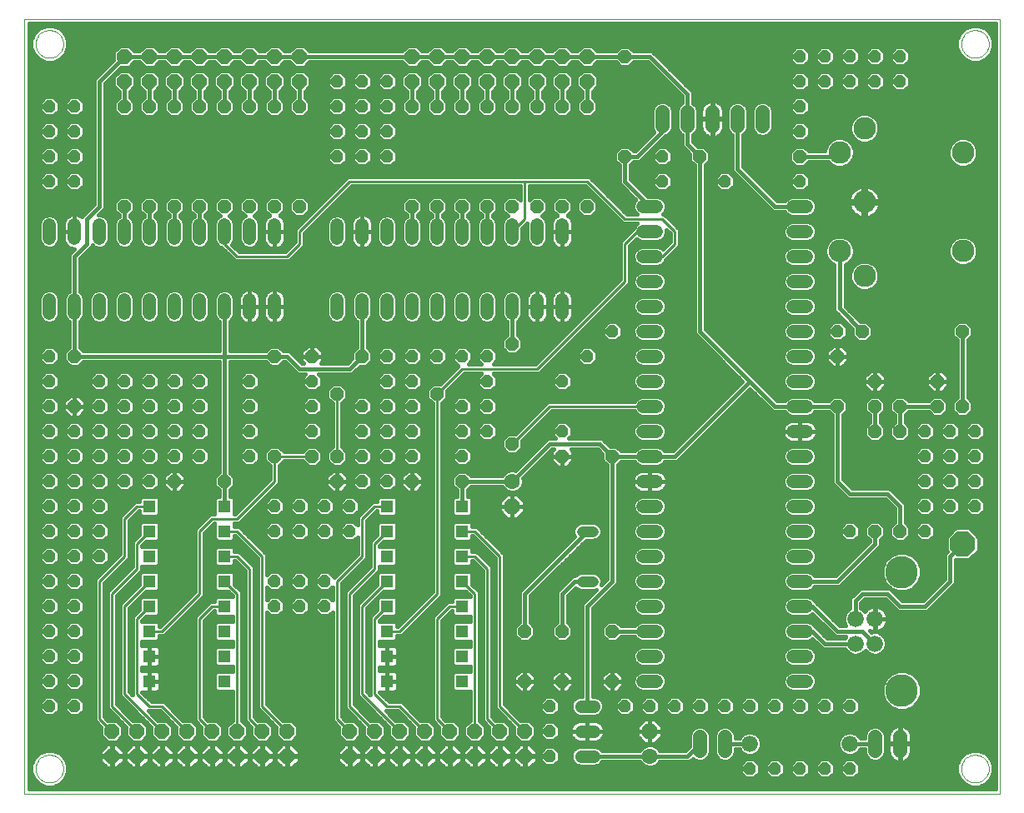
<source format=gtl>
G75*
%MOIN*%
%OFA0B0*%
%FSLAX24Y24*%
%IPPOS*%
%LPD*%
%AMOC8*
5,1,8,0,0,1.08239X$1,22.5*
%
%ADD10C,0.0000*%
%ADD11OC8,0.0520*%
%ADD12C,0.0520*%
%ADD13OC8,0.1005*%
%ADD14R,0.0515X0.0515*%
%ADD15C,0.0560*%
%ADD16C,0.0660*%
%ADD17OC8,0.0600*%
%ADD18C,0.0440*%
%ADD19OC8,0.0630*%
%ADD20C,0.0630*%
%ADD21C,0.0515*%
%ADD22C,0.0900*%
%ADD23C,0.1300*%
%ADD24C,0.0160*%
%ADD25C,0.0100*%
%ADD26OC8,0.0500*%
D10*
X001180Y001180D02*
X001180Y032180D01*
X040180Y032180D01*
X040180Y001180D01*
X001180Y001180D01*
X001629Y002180D02*
X001631Y002227D01*
X001637Y002273D01*
X001647Y002319D01*
X001660Y002364D01*
X001678Y002407D01*
X001699Y002449D01*
X001723Y002489D01*
X001751Y002526D01*
X001782Y002561D01*
X001816Y002594D01*
X001852Y002623D01*
X001891Y002649D01*
X001932Y002672D01*
X001975Y002691D01*
X002019Y002707D01*
X002064Y002719D01*
X002110Y002727D01*
X002157Y002731D01*
X002203Y002731D01*
X002250Y002727D01*
X002296Y002719D01*
X002341Y002707D01*
X002385Y002691D01*
X002428Y002672D01*
X002469Y002649D01*
X002508Y002623D01*
X002544Y002594D01*
X002578Y002561D01*
X002609Y002526D01*
X002637Y002489D01*
X002661Y002449D01*
X002682Y002407D01*
X002700Y002364D01*
X002713Y002319D01*
X002723Y002273D01*
X002729Y002227D01*
X002731Y002180D01*
X002729Y002133D01*
X002723Y002087D01*
X002713Y002041D01*
X002700Y001996D01*
X002682Y001953D01*
X002661Y001911D01*
X002637Y001871D01*
X002609Y001834D01*
X002578Y001799D01*
X002544Y001766D01*
X002508Y001737D01*
X002469Y001711D01*
X002428Y001688D01*
X002385Y001669D01*
X002341Y001653D01*
X002296Y001641D01*
X002250Y001633D01*
X002203Y001629D01*
X002157Y001629D01*
X002110Y001633D01*
X002064Y001641D01*
X002019Y001653D01*
X001975Y001669D01*
X001932Y001688D01*
X001891Y001711D01*
X001852Y001737D01*
X001816Y001766D01*
X001782Y001799D01*
X001751Y001834D01*
X001723Y001871D01*
X001699Y001911D01*
X001678Y001953D01*
X001660Y001996D01*
X001647Y002041D01*
X001637Y002087D01*
X001631Y002133D01*
X001629Y002180D01*
X001629Y031180D02*
X001631Y031227D01*
X001637Y031273D01*
X001647Y031319D01*
X001660Y031364D01*
X001678Y031407D01*
X001699Y031449D01*
X001723Y031489D01*
X001751Y031526D01*
X001782Y031561D01*
X001816Y031594D01*
X001852Y031623D01*
X001891Y031649D01*
X001932Y031672D01*
X001975Y031691D01*
X002019Y031707D01*
X002064Y031719D01*
X002110Y031727D01*
X002157Y031731D01*
X002203Y031731D01*
X002250Y031727D01*
X002296Y031719D01*
X002341Y031707D01*
X002385Y031691D01*
X002428Y031672D01*
X002469Y031649D01*
X002508Y031623D01*
X002544Y031594D01*
X002578Y031561D01*
X002609Y031526D01*
X002637Y031489D01*
X002661Y031449D01*
X002682Y031407D01*
X002700Y031364D01*
X002713Y031319D01*
X002723Y031273D01*
X002729Y031227D01*
X002731Y031180D01*
X002729Y031133D01*
X002723Y031087D01*
X002713Y031041D01*
X002700Y030996D01*
X002682Y030953D01*
X002661Y030911D01*
X002637Y030871D01*
X002609Y030834D01*
X002578Y030799D01*
X002544Y030766D01*
X002508Y030737D01*
X002469Y030711D01*
X002428Y030688D01*
X002385Y030669D01*
X002341Y030653D01*
X002296Y030641D01*
X002250Y030633D01*
X002203Y030629D01*
X002157Y030629D01*
X002110Y030633D01*
X002064Y030641D01*
X002019Y030653D01*
X001975Y030669D01*
X001932Y030688D01*
X001891Y030711D01*
X001852Y030737D01*
X001816Y030766D01*
X001782Y030799D01*
X001751Y030834D01*
X001723Y030871D01*
X001699Y030911D01*
X001678Y030953D01*
X001660Y030996D01*
X001647Y031041D01*
X001637Y031087D01*
X001631Y031133D01*
X001629Y031180D01*
X038629Y031180D02*
X038631Y031227D01*
X038637Y031273D01*
X038647Y031319D01*
X038660Y031364D01*
X038678Y031407D01*
X038699Y031449D01*
X038723Y031489D01*
X038751Y031526D01*
X038782Y031561D01*
X038816Y031594D01*
X038852Y031623D01*
X038891Y031649D01*
X038932Y031672D01*
X038975Y031691D01*
X039019Y031707D01*
X039064Y031719D01*
X039110Y031727D01*
X039157Y031731D01*
X039203Y031731D01*
X039250Y031727D01*
X039296Y031719D01*
X039341Y031707D01*
X039385Y031691D01*
X039428Y031672D01*
X039469Y031649D01*
X039508Y031623D01*
X039544Y031594D01*
X039578Y031561D01*
X039609Y031526D01*
X039637Y031489D01*
X039661Y031449D01*
X039682Y031407D01*
X039700Y031364D01*
X039713Y031319D01*
X039723Y031273D01*
X039729Y031227D01*
X039731Y031180D01*
X039729Y031133D01*
X039723Y031087D01*
X039713Y031041D01*
X039700Y030996D01*
X039682Y030953D01*
X039661Y030911D01*
X039637Y030871D01*
X039609Y030834D01*
X039578Y030799D01*
X039544Y030766D01*
X039508Y030737D01*
X039469Y030711D01*
X039428Y030688D01*
X039385Y030669D01*
X039341Y030653D01*
X039296Y030641D01*
X039250Y030633D01*
X039203Y030629D01*
X039157Y030629D01*
X039110Y030633D01*
X039064Y030641D01*
X039019Y030653D01*
X038975Y030669D01*
X038932Y030688D01*
X038891Y030711D01*
X038852Y030737D01*
X038816Y030766D01*
X038782Y030799D01*
X038751Y030834D01*
X038723Y030871D01*
X038699Y030911D01*
X038678Y030953D01*
X038660Y030996D01*
X038647Y031041D01*
X038637Y031087D01*
X038631Y031133D01*
X038629Y031180D01*
X038629Y002180D02*
X038631Y002227D01*
X038637Y002273D01*
X038647Y002319D01*
X038660Y002364D01*
X038678Y002407D01*
X038699Y002449D01*
X038723Y002489D01*
X038751Y002526D01*
X038782Y002561D01*
X038816Y002594D01*
X038852Y002623D01*
X038891Y002649D01*
X038932Y002672D01*
X038975Y002691D01*
X039019Y002707D01*
X039064Y002719D01*
X039110Y002727D01*
X039157Y002731D01*
X039203Y002731D01*
X039250Y002727D01*
X039296Y002719D01*
X039341Y002707D01*
X039385Y002691D01*
X039428Y002672D01*
X039469Y002649D01*
X039508Y002623D01*
X039544Y002594D01*
X039578Y002561D01*
X039609Y002526D01*
X039637Y002489D01*
X039661Y002449D01*
X039682Y002407D01*
X039700Y002364D01*
X039713Y002319D01*
X039723Y002273D01*
X039729Y002227D01*
X039731Y002180D01*
X039729Y002133D01*
X039723Y002087D01*
X039713Y002041D01*
X039700Y001996D01*
X039682Y001953D01*
X039661Y001911D01*
X039637Y001871D01*
X039609Y001834D01*
X039578Y001799D01*
X039544Y001766D01*
X039508Y001737D01*
X039469Y001711D01*
X039428Y001688D01*
X039385Y001669D01*
X039341Y001653D01*
X039296Y001641D01*
X039250Y001633D01*
X039203Y001629D01*
X039157Y001629D01*
X039110Y001633D01*
X039064Y001641D01*
X039019Y001653D01*
X038975Y001669D01*
X038932Y001688D01*
X038891Y001711D01*
X038852Y001737D01*
X038816Y001766D01*
X038782Y001799D01*
X038751Y001834D01*
X038723Y001871D01*
X038699Y001911D01*
X038678Y001953D01*
X038660Y001996D01*
X038647Y002041D01*
X038637Y002087D01*
X038631Y002133D01*
X038629Y002180D01*
D11*
X036180Y011680D03*
X035180Y011680D03*
X035180Y015680D03*
X036180Y015680D03*
X036180Y016680D03*
X035180Y016680D03*
X035180Y017680D03*
X033680Y016680D03*
X033680Y018680D03*
X034680Y019680D03*
X037680Y017680D03*
X037680Y016680D03*
X038680Y016680D03*
X038680Y019680D03*
X032180Y026680D03*
X028180Y026680D03*
X025180Y026680D03*
X023680Y024680D03*
X022680Y024680D03*
X021680Y024680D03*
X020680Y024680D03*
X019680Y024680D03*
X018680Y024680D03*
X017680Y024680D03*
X016680Y024680D03*
X012180Y024680D03*
X011180Y024680D03*
X010180Y024680D03*
X009180Y024680D03*
X008180Y024680D03*
X007180Y024680D03*
X006180Y024680D03*
X005180Y024680D03*
X005180Y028680D03*
X006180Y028680D03*
X007180Y028680D03*
X008180Y028680D03*
X009180Y028680D03*
X010180Y028680D03*
X011180Y028680D03*
X012180Y028680D03*
X016680Y028680D03*
X017680Y028680D03*
X018680Y028680D03*
X019680Y028680D03*
X020680Y028680D03*
X021680Y028680D03*
X022680Y028680D03*
X023680Y028680D03*
X025180Y030680D03*
X020680Y019180D03*
X017680Y017180D03*
X014680Y018680D03*
X013680Y017180D03*
X012680Y018680D03*
X011180Y018680D03*
X011180Y014680D03*
X012680Y014680D03*
X013680Y014680D03*
X013680Y013680D03*
X016680Y013680D03*
X018680Y013680D03*
X020680Y015180D03*
X022680Y014680D03*
X024680Y014680D03*
X024680Y007680D03*
X022680Y007680D03*
X021180Y007680D03*
X021180Y005680D03*
X022680Y005680D03*
X024680Y005680D03*
X009180Y013680D03*
X007180Y013680D03*
X003180Y016680D03*
X003180Y018680D03*
D12*
X003180Y020420D02*
X003180Y020940D01*
X002180Y020940D02*
X002180Y020420D01*
X004180Y020420D02*
X004180Y020940D01*
X005180Y020940D02*
X005180Y020420D01*
X006180Y020420D02*
X006180Y020940D01*
X007180Y020940D02*
X007180Y020420D01*
X008180Y020420D02*
X008180Y020940D01*
X009180Y020940D02*
X009180Y020420D01*
X010180Y020420D02*
X010180Y020940D01*
X011180Y020940D02*
X011180Y020420D01*
X013680Y020420D02*
X013680Y020940D01*
X014680Y020940D02*
X014680Y020420D01*
X015680Y020420D02*
X015680Y020940D01*
X016680Y020940D02*
X016680Y020420D01*
X017680Y020420D02*
X017680Y020940D01*
X018680Y020940D02*
X018680Y020420D01*
X019680Y020420D02*
X019680Y020940D01*
X020680Y020940D02*
X020680Y020420D01*
X021680Y020420D02*
X021680Y020940D01*
X022680Y020940D02*
X022680Y020420D01*
X025920Y020680D02*
X026440Y020680D01*
X026440Y019680D02*
X025920Y019680D01*
X025920Y018680D02*
X026440Y018680D01*
X026440Y017680D02*
X025920Y017680D01*
X025920Y016680D02*
X026440Y016680D01*
X026440Y015680D02*
X025920Y015680D01*
X025920Y014680D02*
X026440Y014680D01*
X026440Y013680D02*
X025920Y013680D01*
X025920Y012680D02*
X026440Y012680D01*
X026440Y011680D02*
X025920Y011680D01*
X025920Y010680D02*
X026440Y010680D01*
X026440Y009680D02*
X025920Y009680D01*
X025920Y008680D02*
X026440Y008680D01*
X026440Y007680D02*
X025920Y007680D01*
X025920Y006680D02*
X026440Y006680D01*
X026440Y005680D02*
X025920Y005680D01*
X031920Y005680D02*
X032440Y005680D01*
X032440Y006680D02*
X031920Y006680D01*
X031920Y007680D02*
X032440Y007680D01*
X032440Y008680D02*
X031920Y008680D01*
X031920Y009680D02*
X032440Y009680D01*
X032440Y010680D02*
X031920Y010680D01*
X031920Y011680D02*
X032440Y011680D01*
X032440Y012680D02*
X031920Y012680D01*
X031920Y013680D02*
X032440Y013680D01*
X032440Y014680D02*
X031920Y014680D01*
X031920Y015680D02*
X032440Y015680D01*
X032440Y016680D02*
X031920Y016680D01*
X031920Y017680D02*
X032440Y017680D01*
X032440Y018680D02*
X031920Y018680D01*
X031920Y019680D02*
X032440Y019680D01*
X032440Y020680D02*
X031920Y020680D01*
X031920Y021680D02*
X032440Y021680D01*
X032440Y022680D02*
X031920Y022680D01*
X031920Y023680D02*
X032440Y023680D01*
X032440Y024680D02*
X031920Y024680D01*
X026440Y024680D02*
X025920Y024680D01*
X025920Y023680D02*
X026440Y023680D01*
X026440Y022680D02*
X025920Y022680D01*
X025920Y021680D02*
X026440Y021680D01*
X022680Y023420D02*
X022680Y023940D01*
X021680Y023940D02*
X021680Y023420D01*
X020680Y023420D02*
X020680Y023940D01*
X019680Y023940D02*
X019680Y023420D01*
X018680Y023420D02*
X018680Y023940D01*
X017680Y023940D02*
X017680Y023420D01*
X016680Y023420D02*
X016680Y023940D01*
X015680Y023940D02*
X015680Y023420D01*
X014680Y023420D02*
X014680Y023940D01*
X013680Y023940D02*
X013680Y023420D01*
X011180Y023420D02*
X011180Y023940D01*
X010180Y023940D02*
X010180Y023420D01*
X009180Y023420D02*
X009180Y023940D01*
X008180Y023940D02*
X008180Y023420D01*
X007180Y023420D02*
X007180Y023940D01*
X006180Y023940D02*
X006180Y023420D01*
X005180Y023420D02*
X005180Y023940D01*
X004180Y023940D02*
X004180Y023420D01*
X003180Y023420D02*
X003180Y023940D01*
X002180Y023940D02*
X002180Y023420D01*
D13*
X038680Y011180D03*
D14*
X018680Y010680D03*
X018680Y009680D03*
X018680Y008680D03*
X018680Y007680D03*
X018680Y006680D03*
X018680Y005680D03*
X015680Y005680D03*
X015680Y006680D03*
X015680Y007680D03*
X015680Y008680D03*
X015680Y009680D03*
X015680Y010680D03*
X015680Y011680D03*
X015680Y012680D03*
X018680Y012680D03*
X018680Y011680D03*
X009180Y011680D03*
X009180Y010680D03*
X009180Y009680D03*
X009180Y008680D03*
X009180Y007680D03*
X009180Y006680D03*
X009180Y005680D03*
X006180Y005680D03*
X006180Y006680D03*
X006180Y007680D03*
X006180Y008680D03*
X006180Y009680D03*
X006180Y010680D03*
X006180Y011680D03*
X006180Y012680D03*
X009180Y012680D03*
D15*
X026680Y027900D02*
X026680Y028460D01*
X027680Y028460D02*
X027680Y027900D01*
X028680Y027900D02*
X028680Y028460D01*
X029680Y028460D02*
X029680Y027900D01*
X030680Y027900D02*
X030680Y028460D01*
X029180Y003460D02*
X029180Y002900D01*
X028180Y002900D02*
X028180Y003460D01*
X035180Y003460D02*
X035180Y002900D01*
X036180Y002900D02*
X036180Y003460D01*
D16*
X034180Y003180D03*
X030180Y003180D03*
X034400Y007188D03*
X035180Y007188D03*
X035180Y008172D03*
X034400Y008172D03*
D17*
X021180Y003680D03*
X021180Y002680D03*
X020180Y002680D03*
X019180Y002680D03*
X019180Y003680D03*
X020180Y003680D03*
X018180Y003680D03*
X017180Y003680D03*
X016180Y003680D03*
X016180Y002680D03*
X017180Y002680D03*
X018180Y002680D03*
X015180Y002680D03*
X014180Y002680D03*
X014180Y003680D03*
X015180Y003680D03*
X011680Y003680D03*
X011680Y002680D03*
X010680Y002680D03*
X009680Y002680D03*
X009680Y003680D03*
X010680Y003680D03*
X008680Y003680D03*
X007680Y003680D03*
X006680Y003680D03*
X006680Y002680D03*
X007680Y002680D03*
X008680Y002680D03*
X005680Y002680D03*
X004680Y002680D03*
X004680Y003680D03*
X005680Y003680D03*
X005180Y029680D03*
X006180Y029680D03*
X006180Y030680D03*
X005180Y030680D03*
X007180Y030680D03*
X008180Y030680D03*
X008180Y029680D03*
X007180Y029680D03*
X009180Y029680D03*
X010180Y029680D03*
X010180Y030680D03*
X009180Y030680D03*
X011180Y030680D03*
X012180Y030680D03*
X012180Y029680D03*
X011180Y029680D03*
X016680Y029680D03*
X017680Y029680D03*
X017680Y030680D03*
X016680Y030680D03*
X018680Y030680D03*
X019680Y030680D03*
X019680Y029680D03*
X018680Y029680D03*
X020680Y029680D03*
X021680Y029680D03*
X022680Y029680D03*
X022680Y030680D03*
X021680Y030680D03*
X020680Y030680D03*
X023680Y030680D03*
X023680Y029680D03*
D18*
X023900Y011680D02*
X023460Y011680D01*
X023460Y009680D02*
X023900Y009680D01*
D19*
X020680Y012680D03*
X026180Y003680D03*
D20*
X026180Y002680D03*
X020680Y013680D03*
D21*
X023423Y004680D02*
X023937Y004680D01*
X023937Y003680D02*
X023423Y003680D01*
X023423Y002680D02*
X023937Y002680D01*
D22*
X034763Y021897D03*
X033771Y022897D03*
X034759Y024861D03*
X033767Y026834D03*
X034763Y027806D03*
X038693Y026837D03*
X038693Y022897D03*
D23*
X036250Y010050D03*
X036250Y005310D03*
D24*
X035617Y004826D02*
X034570Y004826D01*
X034570Y004842D02*
X034342Y005070D01*
X034018Y005070D01*
X033790Y004842D01*
X033790Y004518D01*
X034018Y004290D01*
X034342Y004290D01*
X034570Y004518D01*
X034570Y004842D01*
X034570Y004667D02*
X035776Y004667D01*
X035803Y004640D02*
X036093Y004520D01*
X036407Y004520D01*
X036697Y004640D01*
X036920Y004863D01*
X037040Y005153D01*
X037040Y005467D01*
X036920Y005757D01*
X036697Y005980D01*
X036407Y006100D01*
X036093Y006100D01*
X035803Y005980D01*
X035580Y005757D01*
X035460Y005467D01*
X035460Y005153D01*
X035580Y004863D01*
X035803Y004640D01*
X035530Y004984D02*
X034428Y004984D01*
X034560Y004509D02*
X040000Y004509D01*
X040000Y004667D02*
X036724Y004667D01*
X036883Y004826D02*
X040000Y004826D01*
X040000Y004984D02*
X036970Y004984D01*
X037036Y005143D02*
X040000Y005143D01*
X040000Y005301D02*
X037040Y005301D01*
X037040Y005460D02*
X040000Y005460D01*
X040000Y005618D02*
X036978Y005618D01*
X036901Y005777D02*
X040000Y005777D01*
X040000Y005935D02*
X036742Y005935D01*
X036423Y006094D02*
X040000Y006094D01*
X040000Y006252D02*
X023900Y006252D01*
X023900Y006094D02*
X024471Y006094D01*
X024498Y006120D02*
X024240Y005862D01*
X024240Y005680D01*
X024680Y005680D01*
X024680Y005680D01*
X024680Y006120D01*
X024862Y006120D01*
X025120Y005862D01*
X025120Y005680D01*
X024680Y005680D01*
X024680Y005680D01*
X024680Y005680D01*
X024680Y006120D01*
X024498Y006120D01*
X024680Y006094D02*
X024680Y006094D01*
X024680Y005935D02*
X024680Y005935D01*
X024680Y005777D02*
X024680Y005777D01*
X024680Y005680D02*
X024240Y005680D01*
X024240Y005498D01*
X024498Y005240D01*
X024680Y005240D01*
X024862Y005240D01*
X025120Y005498D01*
X025120Y005680D01*
X024680Y005680D01*
X024680Y005240D01*
X024680Y005680D01*
X024680Y005680D01*
X024680Y005618D02*
X024680Y005618D01*
X024680Y005460D02*
X024680Y005460D01*
X024680Y005301D02*
X024680Y005301D01*
X024923Y005301D02*
X025790Y005301D01*
X025840Y005280D02*
X026520Y005280D01*
X026667Y005341D01*
X026779Y005453D01*
X026840Y005600D01*
X026840Y005760D01*
X026779Y005907D01*
X026667Y006019D01*
X026520Y006080D01*
X025840Y006080D01*
X025693Y006019D01*
X025581Y005907D01*
X025520Y005760D01*
X025520Y005600D01*
X025581Y005453D01*
X025693Y005341D01*
X025840Y005280D01*
X026018Y005070D02*
X025790Y004842D01*
X025790Y004518D01*
X026018Y004290D01*
X026342Y004290D01*
X026570Y004518D01*
X026570Y004842D01*
X026342Y005070D01*
X026018Y005070D01*
X025932Y004984D02*
X025428Y004984D01*
X025342Y005070D02*
X025570Y004842D01*
X025570Y004518D01*
X025342Y004290D01*
X025018Y004290D01*
X024790Y004518D01*
X024790Y004842D01*
X025018Y005070D01*
X025342Y005070D01*
X025570Y004826D02*
X025790Y004826D01*
X025790Y004667D02*
X025570Y004667D01*
X025560Y004509D02*
X025800Y004509D01*
X025958Y004350D02*
X025402Y004350D01*
X024958Y004350D02*
X024170Y004350D01*
X024163Y004343D02*
X024274Y004455D01*
X024335Y004601D01*
X024335Y004759D01*
X024274Y004905D01*
X024163Y005017D01*
X024017Y005077D01*
X023900Y005077D01*
X023900Y008589D01*
X024900Y009589D01*
X024900Y014334D01*
X025026Y014460D01*
X025578Y014460D01*
X025581Y014453D01*
X025693Y014341D01*
X025840Y014280D01*
X026520Y014280D01*
X026667Y014341D01*
X026779Y014453D01*
X026782Y014460D01*
X027271Y014460D01*
X030180Y017369D01*
X030960Y016589D01*
X031089Y016460D01*
X031578Y016460D01*
X031581Y016453D01*
X031693Y016341D01*
X031840Y016280D01*
X032520Y016280D01*
X032667Y016341D01*
X032779Y016453D01*
X032782Y016460D01*
X033334Y016460D01*
X033460Y016334D01*
X033460Y013589D01*
X033589Y013460D01*
X034089Y012960D01*
X035589Y012960D01*
X035960Y012589D01*
X035960Y012026D01*
X035780Y011846D01*
X035780Y011514D01*
X036014Y011280D01*
X036346Y011280D01*
X036580Y011514D01*
X036580Y011846D01*
X036400Y012026D01*
X036400Y012771D01*
X035900Y013271D01*
X035771Y013400D01*
X034271Y013400D01*
X033900Y013771D01*
X033900Y016334D01*
X034080Y016514D01*
X034080Y016846D01*
X033846Y017080D01*
X033514Y017080D01*
X033334Y016900D01*
X032782Y016900D01*
X032779Y016907D01*
X032667Y017019D01*
X032520Y017080D01*
X031840Y017080D01*
X031693Y017019D01*
X031581Y016907D01*
X031578Y016900D01*
X031271Y016900D01*
X030271Y017900D01*
X028400Y019771D01*
X028400Y026334D01*
X028580Y026514D01*
X028580Y026846D01*
X028346Y027080D01*
X028091Y027080D01*
X027900Y027271D01*
X027900Y027537D01*
X027918Y027544D01*
X028036Y027662D01*
X028100Y027816D01*
X028100Y028544D01*
X028036Y028698D01*
X027918Y028816D01*
X027900Y028823D01*
X027900Y029271D01*
X026400Y030771D01*
X026271Y030900D01*
X025526Y030900D01*
X025346Y031080D01*
X025014Y031080D01*
X024834Y030900D01*
X024082Y030900D01*
X023862Y031120D01*
X023498Y031120D01*
X023278Y030900D01*
X023082Y030900D01*
X022862Y031120D01*
X022498Y031120D01*
X022278Y030900D01*
X022082Y030900D01*
X021862Y031120D01*
X021498Y031120D01*
X021278Y030900D01*
X021082Y030900D01*
X020862Y031120D01*
X020498Y031120D01*
X020278Y030900D01*
X020082Y030900D01*
X019862Y031120D01*
X019498Y031120D01*
X019278Y030900D01*
X019082Y030900D01*
X018862Y031120D01*
X018498Y031120D01*
X018278Y030900D01*
X018082Y030900D01*
X017862Y031120D01*
X017498Y031120D01*
X017278Y030900D01*
X017082Y030900D01*
X016862Y031120D01*
X016498Y031120D01*
X016278Y030900D01*
X012582Y030900D01*
X012362Y031120D01*
X011998Y031120D01*
X011778Y030900D01*
X011582Y030900D01*
X011362Y031120D01*
X010998Y031120D01*
X010778Y030900D01*
X010582Y030900D01*
X010362Y031120D01*
X009998Y031120D01*
X009778Y030900D01*
X009582Y030900D01*
X009362Y031120D01*
X008998Y031120D01*
X008778Y030900D01*
X008582Y030900D01*
X008362Y031120D01*
X007998Y031120D01*
X007778Y030900D01*
X007582Y030900D01*
X007362Y031120D01*
X006998Y031120D01*
X006778Y030900D01*
X006582Y030900D01*
X006362Y031120D01*
X005998Y031120D01*
X005778Y030900D01*
X005582Y030900D01*
X005362Y031120D01*
X004998Y031120D01*
X004740Y030862D01*
X004740Y030551D01*
X004089Y029900D01*
X003960Y029771D01*
X003960Y024771D01*
X003589Y024400D01*
X003465Y024277D01*
X003411Y024316D01*
X003349Y024348D01*
X003283Y024369D01*
X003215Y024380D01*
X003180Y024380D01*
X003180Y023680D01*
X003180Y023680D01*
X003180Y023680D01*
X002740Y023680D01*
X002740Y023975D01*
X002751Y024043D01*
X002772Y024109D01*
X002804Y024171D01*
X002844Y024227D01*
X002893Y024276D01*
X002949Y024316D01*
X003011Y024348D01*
X003077Y024369D01*
X003145Y024380D01*
X003180Y024380D01*
X003180Y023680D01*
X002740Y023680D01*
X002740Y023385D01*
X002751Y023317D01*
X002772Y023251D01*
X002804Y023189D01*
X002844Y023133D01*
X002893Y023084D01*
X002949Y023044D01*
X003011Y023012D01*
X003077Y022991D01*
X003145Y022980D01*
X003169Y022980D01*
X003089Y022900D01*
X002960Y022771D01*
X002960Y021282D01*
X002953Y021279D01*
X002841Y021167D01*
X002780Y021020D01*
X002780Y020340D01*
X002841Y020193D01*
X002953Y020081D01*
X002960Y020078D01*
X002960Y019026D01*
X002780Y018846D01*
X002780Y018514D01*
X003014Y018280D01*
X003346Y018280D01*
X003526Y018460D01*
X008960Y018460D01*
X008960Y014026D01*
X008780Y013846D01*
X008780Y013514D01*
X008960Y013334D01*
X008960Y013077D01*
X008865Y013077D01*
X008783Y012995D01*
X008783Y012370D01*
X008601Y012370D01*
X008490Y012259D01*
X007990Y011759D01*
X007990Y009259D01*
X006601Y007870D01*
X006577Y007870D01*
X006577Y007995D01*
X006495Y008077D01*
X005870Y008077D01*
X005870Y008101D01*
X006051Y008283D01*
X006495Y008283D01*
X006577Y008365D01*
X006577Y008995D01*
X006495Y009077D01*
X005865Y009077D01*
X005783Y008995D01*
X005783Y008551D01*
X005601Y008370D01*
X005490Y008259D01*
X005490Y005139D01*
X005370Y005259D01*
X005370Y008601D01*
X006051Y009283D01*
X006495Y009283D01*
X006577Y009365D01*
X006577Y009995D01*
X006495Y010077D01*
X005865Y010077D01*
X005783Y009995D01*
X005783Y009551D01*
X005101Y008870D01*
X004990Y008759D01*
X004990Y005101D01*
X006240Y003851D01*
X006240Y003498D01*
X006498Y003240D01*
X006862Y003240D01*
X007120Y003498D01*
X007120Y003862D01*
X006862Y004120D01*
X006509Y004120D01*
X006139Y004490D01*
X006601Y004490D01*
X007240Y003851D01*
X007240Y003498D01*
X007498Y003240D01*
X007862Y003240D01*
X008120Y003498D01*
X008120Y003862D01*
X007862Y004120D01*
X007509Y004120D01*
X006759Y004870D01*
X006259Y004870D01*
X005882Y005247D01*
X005899Y005243D01*
X006180Y005243D01*
X006461Y005243D01*
X006507Y005255D01*
X006548Y005278D01*
X006582Y005312D01*
X006605Y005353D01*
X006617Y005399D01*
X006617Y005680D01*
X006617Y005961D01*
X006605Y006007D01*
X006582Y006048D01*
X006548Y006082D01*
X006507Y006105D01*
X006461Y006117D01*
X006180Y006117D01*
X006180Y005680D01*
X006180Y005680D01*
X006617Y005680D01*
X006180Y005680D01*
X006180Y005680D01*
X006180Y006117D01*
X005899Y006117D01*
X005870Y006110D01*
X005870Y006250D01*
X005899Y006243D01*
X006180Y006243D01*
X006461Y006243D01*
X006507Y006255D01*
X006548Y006278D01*
X006582Y006312D01*
X006605Y006353D01*
X006617Y006399D01*
X006617Y006680D01*
X006617Y006961D01*
X006605Y007007D01*
X006582Y007048D01*
X006548Y007082D01*
X006507Y007105D01*
X006461Y007117D01*
X006180Y007117D01*
X006180Y006680D01*
X006180Y006680D01*
X006617Y006680D01*
X006180Y006680D01*
X006180Y006680D01*
X006180Y007117D01*
X005899Y007117D01*
X005870Y007110D01*
X005870Y007283D01*
X006495Y007283D01*
X006577Y007365D01*
X006577Y007490D01*
X006759Y007490D01*
X008259Y008990D01*
X008370Y009101D01*
X008370Y011601D01*
X008759Y011990D01*
X008783Y011990D01*
X008783Y011365D01*
X008865Y011283D01*
X009495Y011283D01*
X009577Y011365D01*
X009577Y011490D01*
X009601Y011490D01*
X010490Y010601D01*
X010490Y004601D01*
X011240Y003851D01*
X011240Y003498D01*
X011498Y003240D01*
X011862Y003240D01*
X012120Y003498D01*
X012120Y003862D01*
X011862Y004120D01*
X011509Y004120D01*
X010870Y004759D01*
X010870Y008438D01*
X011018Y008290D01*
X011342Y008290D01*
X011570Y008518D01*
X011570Y008842D01*
X011342Y009070D01*
X011018Y009070D01*
X010870Y008922D01*
X010870Y009438D01*
X011018Y009290D01*
X011342Y009290D01*
X011570Y009518D01*
X011570Y009842D01*
X011342Y010070D01*
X011018Y010070D01*
X010870Y009922D01*
X010870Y010759D01*
X010759Y010870D01*
X009759Y011870D01*
X009577Y011870D01*
X009577Y011990D01*
X009759Y011990D01*
X011259Y013490D01*
X011370Y013601D01*
X011370Y014304D01*
X011556Y014490D01*
X012304Y014490D01*
X012514Y014280D01*
X012846Y014280D01*
X013080Y014514D01*
X013080Y014846D01*
X012846Y015080D01*
X012514Y015080D01*
X012304Y014870D01*
X011556Y014870D01*
X011346Y015080D01*
X011014Y015080D01*
X010780Y014846D01*
X010780Y014514D01*
X010990Y014304D01*
X010990Y013759D01*
X009601Y012370D01*
X009577Y012370D01*
X009577Y012995D01*
X009495Y013077D01*
X009400Y013077D01*
X009400Y013334D01*
X009580Y013514D01*
X009580Y013846D01*
X009400Y014026D01*
X009400Y018460D01*
X010834Y018460D01*
X011014Y018280D01*
X011346Y018280D01*
X011526Y018460D01*
X011589Y018460D01*
X011960Y018089D01*
X012089Y017960D01*
X012408Y017960D01*
X012290Y017842D01*
X012290Y017518D01*
X012518Y017290D01*
X012842Y017290D01*
X013070Y017518D01*
X013070Y017842D01*
X012952Y017960D01*
X014271Y017960D01*
X014591Y018280D01*
X014846Y018280D01*
X015080Y018514D01*
X015080Y018846D01*
X014900Y019026D01*
X014900Y020078D01*
X014907Y020081D01*
X015019Y020193D01*
X015080Y020340D01*
X015080Y021020D01*
X015019Y021167D01*
X014907Y021279D01*
X014760Y021340D01*
X014600Y021340D01*
X014453Y021279D01*
X014341Y021167D01*
X014280Y021020D01*
X014280Y020340D01*
X014341Y020193D01*
X014453Y020081D01*
X014460Y020078D01*
X014460Y019026D01*
X014280Y018846D01*
X014280Y018591D01*
X014089Y018400D01*
X013022Y018400D01*
X013120Y018498D01*
X013120Y018680D01*
X013120Y018862D01*
X012862Y019120D01*
X012680Y019120D01*
X012680Y018680D01*
X012680Y018680D01*
X013120Y018680D01*
X012680Y018680D01*
X012680Y018680D01*
X012680Y018680D01*
X012240Y018680D01*
X012240Y018862D01*
X012498Y019120D01*
X012680Y019120D01*
X012680Y018680D01*
X012240Y018680D01*
X012240Y018498D01*
X012338Y018400D01*
X012271Y018400D01*
X011771Y018900D01*
X011526Y018900D01*
X011346Y019080D01*
X011014Y019080D01*
X010834Y018900D01*
X009400Y018900D01*
X009400Y020078D01*
X009407Y020081D01*
X009519Y020193D01*
X009580Y020340D01*
X009580Y021020D01*
X009519Y021167D01*
X009407Y021279D01*
X009260Y021340D01*
X009100Y021340D01*
X008953Y021279D01*
X008841Y021167D01*
X008780Y021020D01*
X008780Y020340D01*
X008841Y020193D01*
X008953Y020081D01*
X008960Y020078D01*
X008960Y018900D01*
X003526Y018900D01*
X003400Y019026D01*
X003400Y020078D01*
X003407Y020081D01*
X003519Y020193D01*
X003580Y020340D01*
X003580Y021020D01*
X003519Y021167D01*
X003407Y021279D01*
X003400Y021282D01*
X003400Y022589D01*
X003900Y023089D01*
X003900Y023134D01*
X003953Y023081D01*
X004100Y023020D01*
X004260Y023020D01*
X004407Y023081D01*
X004519Y023193D01*
X004580Y023340D01*
X004580Y024020D01*
X004519Y024167D01*
X004407Y024279D01*
X004260Y024340D01*
X004151Y024340D01*
X004400Y024589D01*
X004400Y029589D01*
X005051Y030240D01*
X005362Y030240D01*
X005582Y030460D01*
X005778Y030460D01*
X005998Y030240D01*
X006362Y030240D01*
X006582Y030460D01*
X006778Y030460D01*
X006998Y030240D01*
X007362Y030240D01*
X007582Y030460D01*
X007778Y030460D01*
X007998Y030240D01*
X008362Y030240D01*
X008582Y030460D01*
X008778Y030460D01*
X008998Y030240D01*
X009362Y030240D01*
X009582Y030460D01*
X009778Y030460D01*
X009998Y030240D01*
X010362Y030240D01*
X010582Y030460D01*
X010778Y030460D01*
X010998Y030240D01*
X011362Y030240D01*
X011582Y030460D01*
X011778Y030460D01*
X011998Y030240D01*
X012362Y030240D01*
X012582Y030460D01*
X016278Y030460D01*
X016498Y030240D01*
X016862Y030240D01*
X017082Y030460D01*
X017278Y030460D01*
X017498Y030240D01*
X017862Y030240D01*
X018082Y030460D01*
X018278Y030460D01*
X018498Y030240D01*
X018862Y030240D01*
X019082Y030460D01*
X019278Y030460D01*
X019498Y030240D01*
X019862Y030240D01*
X020082Y030460D01*
X020278Y030460D01*
X020498Y030240D01*
X020862Y030240D01*
X021082Y030460D01*
X021278Y030460D01*
X021498Y030240D01*
X021862Y030240D01*
X022082Y030460D01*
X022278Y030460D01*
X022498Y030240D01*
X022862Y030240D01*
X023082Y030460D01*
X023278Y030460D01*
X023498Y030240D01*
X023862Y030240D01*
X024082Y030460D01*
X024834Y030460D01*
X025014Y030280D01*
X025346Y030280D01*
X025526Y030460D01*
X026089Y030460D01*
X027460Y029089D01*
X027460Y028823D01*
X027442Y028816D01*
X027324Y028698D01*
X027260Y028544D01*
X027260Y027816D01*
X027324Y027662D01*
X027442Y027544D01*
X027460Y027537D01*
X027460Y027089D01*
X027589Y026960D01*
X027780Y026769D01*
X027780Y026514D01*
X027960Y026334D01*
X027960Y019589D01*
X028089Y019460D01*
X029869Y017680D01*
X027089Y014900D01*
X026782Y014900D01*
X026779Y014907D01*
X026667Y015019D01*
X026520Y015080D01*
X025840Y015080D01*
X025693Y015019D01*
X025581Y014907D01*
X025578Y014900D01*
X025026Y014900D01*
X024846Y015080D01*
X024591Y015080D01*
X024271Y015400D01*
X022952Y015400D01*
X023070Y015518D01*
X023070Y015842D01*
X022842Y016070D01*
X022518Y016070D01*
X022290Y015842D01*
X022290Y015518D01*
X022408Y015400D01*
X022089Y015400D01*
X021960Y015271D01*
X020808Y014119D01*
X020771Y014135D01*
X020589Y014135D01*
X020422Y014066D01*
X020294Y013938D01*
X020279Y013900D01*
X019026Y013900D01*
X018846Y014080D01*
X018514Y014080D01*
X018280Y013846D01*
X018280Y013514D01*
X018460Y013334D01*
X018460Y013077D01*
X018365Y013077D01*
X018283Y012995D01*
X018283Y012365D01*
X018365Y012283D01*
X018995Y012283D01*
X019077Y012365D01*
X019077Y012995D01*
X018995Y013077D01*
X018900Y013077D01*
X018900Y013334D01*
X019026Y013460D01*
X020279Y013460D01*
X020294Y013422D01*
X020422Y013294D01*
X020589Y013225D01*
X020771Y013225D01*
X020938Y013294D01*
X021066Y013422D01*
X021135Y013589D01*
X021135Y013771D01*
X021119Y013808D01*
X022271Y014960D01*
X022338Y014960D01*
X022240Y014862D01*
X022240Y014680D01*
X022680Y014680D01*
X023120Y014680D01*
X023120Y014862D01*
X023022Y014960D01*
X024089Y014960D01*
X024280Y014769D01*
X024280Y014514D01*
X024460Y014334D01*
X024460Y009771D01*
X024234Y009545D01*
X024260Y009608D01*
X024260Y009752D01*
X024205Y009884D01*
X024104Y009985D01*
X023972Y010040D01*
X023388Y010040D01*
X023256Y009985D01*
X023171Y009900D01*
X023089Y009900D01*
X022589Y009400D01*
X022460Y009271D01*
X022460Y008026D01*
X022280Y007846D01*
X022280Y007514D01*
X022514Y007280D01*
X022846Y007280D01*
X023080Y007514D01*
X023080Y007846D01*
X022900Y008026D01*
X022900Y009089D01*
X023221Y009410D01*
X023256Y009375D01*
X023388Y009320D01*
X023972Y009320D01*
X024035Y009346D01*
X023589Y008900D01*
X023460Y008771D01*
X023460Y005077D01*
X023343Y005077D01*
X023197Y005017D01*
X023086Y004905D01*
X023025Y004759D01*
X023025Y004601D01*
X023086Y004455D01*
X023197Y004343D01*
X023343Y004283D01*
X024017Y004283D01*
X024163Y004343D01*
X024297Y004509D02*
X024800Y004509D01*
X024790Y004667D02*
X024335Y004667D01*
X024307Y004826D02*
X024790Y004826D01*
X024932Y004984D02*
X024196Y004984D01*
X023900Y005143D02*
X035464Y005143D01*
X035460Y005301D02*
X032570Y005301D01*
X032520Y005280D02*
X032667Y005341D01*
X032779Y005453D01*
X032840Y005600D01*
X032840Y005760D01*
X032779Y005907D01*
X032667Y006019D01*
X032520Y006080D01*
X031840Y006080D01*
X031693Y006019D01*
X031581Y005907D01*
X031520Y005760D01*
X031520Y005600D01*
X031581Y005453D01*
X031693Y005341D01*
X031840Y005280D01*
X032520Y005280D01*
X032342Y005070D02*
X032018Y005070D01*
X031790Y004842D01*
X031790Y004518D01*
X032018Y004290D01*
X032342Y004290D01*
X032570Y004518D01*
X032570Y004842D01*
X032342Y005070D01*
X032428Y004984D02*
X032932Y004984D01*
X033018Y005070D02*
X032790Y004842D01*
X032790Y004518D01*
X033018Y004290D01*
X033342Y004290D01*
X033570Y004518D01*
X033570Y004842D01*
X033342Y005070D01*
X033018Y005070D01*
X032790Y004826D02*
X032570Y004826D01*
X032570Y004667D02*
X032790Y004667D01*
X032800Y004509D02*
X032560Y004509D01*
X032402Y004350D02*
X032958Y004350D01*
X033402Y004350D02*
X033958Y004350D01*
X033800Y004509D02*
X033560Y004509D01*
X033570Y004667D02*
X033790Y004667D01*
X033790Y004826D02*
X033570Y004826D01*
X033428Y004984D02*
X033932Y004984D01*
X034402Y004350D02*
X040000Y004350D01*
X040000Y004192D02*
X020937Y004192D01*
X021009Y004120D02*
X020370Y004759D01*
X020370Y010759D01*
X020259Y010870D01*
X019259Y011870D01*
X019077Y011870D01*
X019077Y011995D01*
X018995Y012077D01*
X018365Y012077D01*
X018283Y011995D01*
X018283Y011365D01*
X018365Y011283D01*
X018995Y011283D01*
X019077Y011365D01*
X019077Y011490D01*
X019101Y011490D01*
X019990Y010601D01*
X019990Y004601D01*
X020740Y003851D01*
X020740Y003498D01*
X020998Y003240D01*
X021362Y003240D01*
X021620Y003498D01*
X021620Y003862D01*
X021362Y004120D01*
X021009Y004120D01*
X020779Y004350D02*
X021958Y004350D01*
X022018Y004290D02*
X022342Y004290D01*
X022570Y004518D01*
X022570Y004842D01*
X022342Y005070D01*
X022018Y005070D01*
X021790Y004842D01*
X021790Y004518D01*
X022018Y004290D01*
X022018Y004070D02*
X021790Y003842D01*
X021790Y003518D01*
X022018Y003290D01*
X022342Y003290D01*
X022570Y003518D01*
X022570Y003842D01*
X022342Y004070D01*
X022018Y004070D01*
X021981Y004033D02*
X021449Y004033D01*
X021608Y003875D02*
X021823Y003875D01*
X021790Y003716D02*
X021620Y003716D01*
X021620Y003558D02*
X021790Y003558D01*
X021909Y003399D02*
X021521Y003399D01*
X021363Y003241D02*
X025919Y003241D01*
X025975Y003185D02*
X025685Y003475D01*
X025685Y003680D01*
X026180Y003680D01*
X026180Y003680D01*
X026180Y004175D01*
X026385Y004175D01*
X026675Y003885D01*
X026675Y003680D01*
X026180Y003680D01*
X026180Y003680D01*
X026180Y003680D01*
X026180Y004175D01*
X025975Y004175D01*
X025685Y003885D01*
X025685Y003680D01*
X026180Y003680D01*
X026675Y003680D01*
X026675Y003475D01*
X026385Y003185D01*
X026180Y003185D01*
X026180Y003680D01*
X026180Y003680D01*
X026180Y003185D01*
X025975Y003185D01*
X025962Y003082D02*
X021457Y003082D01*
X021379Y003160D02*
X021200Y003160D01*
X021200Y002700D01*
X021660Y002700D01*
X021660Y002879D01*
X021379Y003160D01*
X021200Y003082D02*
X021160Y003082D01*
X021160Y003160D02*
X020981Y003160D01*
X020700Y002879D01*
X020700Y002700D01*
X021160Y002700D01*
X021160Y003160D01*
X020997Y003241D02*
X020363Y003241D01*
X020362Y003240D02*
X020620Y003498D01*
X020620Y003862D01*
X020362Y004120D01*
X020009Y004120D01*
X019870Y004259D01*
X019870Y010259D01*
X019759Y010370D01*
X019259Y010870D01*
X019077Y010870D01*
X019077Y010995D01*
X018995Y011077D01*
X018365Y011077D01*
X018283Y010995D01*
X018283Y010365D01*
X018365Y010283D01*
X018995Y010283D01*
X019077Y010365D01*
X019077Y010490D01*
X019101Y010490D01*
X019490Y010101D01*
X019490Y004101D01*
X019740Y003851D01*
X019740Y003498D01*
X019998Y003240D01*
X020362Y003240D01*
X020379Y003160D02*
X020200Y003160D01*
X020200Y002700D01*
X020660Y002700D01*
X020660Y002879D01*
X020379Y003160D01*
X020457Y003082D02*
X020903Y003082D01*
X020745Y002924D02*
X020615Y002924D01*
X020660Y002765D02*
X020700Y002765D01*
X020700Y002660D02*
X020700Y002481D01*
X020981Y002200D01*
X021160Y002200D01*
X021160Y002660D01*
X021200Y002660D01*
X021200Y002700D01*
X021160Y002700D01*
X021160Y002660D01*
X020700Y002660D01*
X020660Y002660D02*
X020200Y002660D01*
X020200Y002700D01*
X020160Y002700D01*
X020160Y003160D01*
X019981Y003160D01*
X019700Y002879D01*
X019700Y002700D01*
X020160Y002700D01*
X020160Y002660D01*
X020200Y002660D01*
X020200Y002200D01*
X020379Y002200D01*
X020660Y002481D01*
X020660Y002660D01*
X020660Y002607D02*
X020700Y002607D01*
X020733Y002448D02*
X020627Y002448D01*
X020468Y002290D02*
X020892Y002290D01*
X021160Y002290D02*
X021200Y002290D01*
X021200Y002200D02*
X021379Y002200D01*
X021660Y002481D01*
X021660Y002660D01*
X021200Y002660D01*
X021200Y002200D01*
X021200Y002448D02*
X021160Y002448D01*
X021160Y002607D02*
X021200Y002607D01*
X021200Y002765D02*
X021160Y002765D01*
X021160Y002924D02*
X021200Y002924D01*
X021615Y002924D02*
X021872Y002924D01*
X021790Y002842D02*
X021790Y002518D01*
X022018Y002290D01*
X022342Y002290D01*
X022570Y002518D01*
X022570Y002842D01*
X022342Y003070D01*
X022018Y003070D01*
X021790Y002842D01*
X021790Y002765D02*
X021660Y002765D01*
X021660Y002607D02*
X021790Y002607D01*
X021860Y002448D02*
X021627Y002448D01*
X021468Y002290D02*
X023327Y002290D01*
X023343Y002283D02*
X024017Y002283D01*
X024163Y002343D01*
X024274Y002455D01*
X024277Y002460D01*
X025779Y002460D01*
X025794Y002422D01*
X025922Y002294D01*
X026089Y002225D01*
X026271Y002225D01*
X026438Y002294D01*
X026566Y002422D01*
X026581Y002460D01*
X027771Y002460D01*
X027899Y002587D01*
X027942Y002544D01*
X028096Y002480D01*
X028264Y002480D01*
X028418Y002544D01*
X028536Y002662D01*
X028600Y002816D01*
X028600Y003544D01*
X028536Y003698D01*
X028418Y003816D01*
X028264Y003880D01*
X028096Y003880D01*
X027942Y003816D01*
X027824Y003698D01*
X027760Y003544D01*
X027760Y003071D01*
X027589Y002900D01*
X026581Y002900D01*
X026566Y002938D01*
X026438Y003066D01*
X026271Y003135D01*
X026089Y003135D01*
X025922Y003066D01*
X025794Y002938D01*
X025779Y002900D01*
X024277Y002900D01*
X024274Y002905D01*
X024163Y003017D01*
X024017Y003077D01*
X023343Y003077D01*
X023197Y003017D01*
X023086Y002905D01*
X023025Y002759D01*
X023025Y002601D01*
X023086Y002455D01*
X023197Y002343D01*
X023343Y002283D01*
X023092Y002448D02*
X022500Y002448D01*
X022570Y002607D02*
X023025Y002607D01*
X023028Y002765D02*
X022570Y002765D01*
X022488Y002924D02*
X023104Y002924D01*
X023255Y003275D02*
X023320Y003253D01*
X023388Y003243D01*
X023680Y003243D01*
X023972Y003243D01*
X024040Y003253D01*
X024105Y003275D01*
X024167Y003306D01*
X024222Y003346D01*
X024271Y003395D01*
X024312Y003451D01*
X024343Y003512D01*
X024364Y003578D01*
X024375Y003646D01*
X024375Y003680D01*
X024375Y003714D01*
X024364Y003782D01*
X024343Y003848D01*
X024312Y003909D01*
X024271Y003965D01*
X024222Y004014D01*
X024167Y004054D01*
X024105Y004085D01*
X024040Y004107D01*
X023972Y004117D01*
X023680Y004117D01*
X023388Y004117D01*
X023320Y004107D01*
X023255Y004085D01*
X023193Y004054D01*
X023138Y004014D01*
X023089Y003965D01*
X023048Y003909D01*
X023017Y003848D01*
X022996Y003782D01*
X022985Y003714D01*
X022985Y003680D01*
X023680Y003680D01*
X023680Y003680D01*
X023680Y004117D01*
X023680Y003680D01*
X024375Y003680D01*
X023680Y003680D01*
X023680Y003680D01*
X023680Y003243D01*
X023680Y003680D01*
X023680Y003680D01*
X023680Y003680D01*
X022985Y003680D01*
X022985Y003646D01*
X022996Y003578D01*
X023017Y003512D01*
X023048Y003451D01*
X023089Y003395D01*
X023138Y003346D01*
X023193Y003306D01*
X023255Y003275D01*
X023086Y003399D02*
X022451Y003399D01*
X022570Y003558D02*
X023002Y003558D01*
X022985Y003716D02*
X022570Y003716D01*
X022537Y003875D02*
X023031Y003875D01*
X023164Y004033D02*
X022379Y004033D01*
X022402Y004350D02*
X023190Y004350D01*
X023063Y004509D02*
X022560Y004509D01*
X022570Y004667D02*
X023025Y004667D01*
X023053Y004826D02*
X022570Y004826D01*
X022428Y004984D02*
X023164Y004984D01*
X023460Y005143D02*
X020370Y005143D01*
X020370Y005301D02*
X020937Y005301D01*
X020998Y005240D02*
X020740Y005498D01*
X020740Y005680D01*
X021180Y005680D01*
X021180Y005680D01*
X021180Y006120D01*
X021362Y006120D01*
X021620Y005862D01*
X021620Y005680D01*
X021180Y005680D01*
X021180Y005680D01*
X021180Y005680D01*
X021180Y006120D01*
X020998Y006120D01*
X020740Y005862D01*
X020740Y005680D01*
X021180Y005680D01*
X021620Y005680D01*
X021620Y005498D01*
X021362Y005240D01*
X021180Y005240D01*
X021180Y005680D01*
X021180Y005680D01*
X021180Y005240D01*
X020998Y005240D01*
X021180Y005301D02*
X021180Y005301D01*
X021180Y005460D02*
X021180Y005460D01*
X021180Y005618D02*
X021180Y005618D01*
X021180Y005777D02*
X021180Y005777D01*
X021180Y005935D02*
X021180Y005935D01*
X021180Y006094D02*
X021180Y006094D01*
X021389Y006094D02*
X022471Y006094D01*
X022498Y006120D02*
X022240Y005862D01*
X022240Y005680D01*
X022680Y005680D01*
X022680Y005680D01*
X022680Y006120D01*
X022862Y006120D01*
X023120Y005862D01*
X023120Y005680D01*
X022680Y005680D01*
X022680Y005680D01*
X022680Y005680D01*
X022680Y006120D01*
X022498Y006120D01*
X022680Y006094D02*
X022680Y006094D01*
X022680Y005935D02*
X022680Y005935D01*
X022680Y005777D02*
X022680Y005777D01*
X022680Y005680D02*
X022240Y005680D01*
X022240Y005498D01*
X022498Y005240D01*
X022680Y005240D01*
X022862Y005240D01*
X023120Y005498D01*
X023120Y005680D01*
X022680Y005680D01*
X022680Y005240D01*
X022680Y005680D01*
X022680Y005680D01*
X022680Y005618D02*
X022680Y005618D01*
X022680Y005460D02*
X022680Y005460D01*
X022680Y005301D02*
X022680Y005301D01*
X022923Y005301D02*
X023460Y005301D01*
X023460Y005460D02*
X023082Y005460D01*
X023120Y005618D02*
X023460Y005618D01*
X023460Y005777D02*
X023120Y005777D01*
X023047Y005935D02*
X023460Y005935D01*
X023460Y006094D02*
X022889Y006094D01*
X023460Y006252D02*
X020370Y006252D01*
X020370Y006094D02*
X020971Y006094D01*
X020813Y005935D02*
X020370Y005935D01*
X020370Y005777D02*
X020740Y005777D01*
X020740Y005618D02*
X020370Y005618D01*
X020370Y005460D02*
X020778Y005460D01*
X021423Y005301D02*
X022437Y005301D01*
X022278Y005460D02*
X021582Y005460D01*
X021620Y005618D02*
X022240Y005618D01*
X022240Y005777D02*
X021620Y005777D01*
X021547Y005935D02*
X022313Y005935D01*
X021932Y004984D02*
X020370Y004984D01*
X020370Y004826D02*
X021790Y004826D01*
X021790Y004667D02*
X020462Y004667D01*
X020620Y004509D02*
X021800Y004509D01*
X020717Y003875D02*
X020608Y003875D01*
X020620Y003716D02*
X020740Y003716D01*
X020740Y003558D02*
X020620Y003558D01*
X020521Y003399D02*
X020839Y003399D01*
X020558Y004033D02*
X020449Y004033D01*
X020400Y004192D02*
X019937Y004192D01*
X019870Y004350D02*
X020241Y004350D01*
X020083Y004509D02*
X019870Y004509D01*
X019870Y004667D02*
X019990Y004667D01*
X019990Y004826D02*
X019870Y004826D01*
X019870Y004984D02*
X019990Y004984D01*
X019990Y005143D02*
X019870Y005143D01*
X019870Y005301D02*
X019990Y005301D01*
X019990Y005460D02*
X019870Y005460D01*
X019870Y005618D02*
X019990Y005618D01*
X019990Y005777D02*
X019870Y005777D01*
X019870Y005935D02*
X019990Y005935D01*
X019990Y006094D02*
X019870Y006094D01*
X019870Y006252D02*
X019990Y006252D01*
X019990Y006411D02*
X019870Y006411D01*
X019870Y006569D02*
X019990Y006569D01*
X019990Y006728D02*
X019870Y006728D01*
X019870Y006886D02*
X019990Y006886D01*
X019990Y007045D02*
X019870Y007045D01*
X019870Y007203D02*
X019990Y007203D01*
X019990Y007362D02*
X019870Y007362D01*
X019870Y007520D02*
X019990Y007520D01*
X019990Y007679D02*
X019870Y007679D01*
X019870Y007837D02*
X019990Y007837D01*
X019990Y007996D02*
X019870Y007996D01*
X019870Y008154D02*
X019990Y008154D01*
X019990Y008313D02*
X019870Y008313D01*
X019870Y008471D02*
X019990Y008471D01*
X019990Y008630D02*
X019870Y008630D01*
X019870Y008788D02*
X019990Y008788D01*
X019990Y008947D02*
X019870Y008947D01*
X019870Y009105D02*
X019990Y009105D01*
X019990Y009264D02*
X019870Y009264D01*
X019870Y009422D02*
X019990Y009422D01*
X019990Y009581D02*
X019870Y009581D01*
X019870Y009739D02*
X019990Y009739D01*
X019990Y009898D02*
X019870Y009898D01*
X019870Y010056D02*
X019990Y010056D01*
X019990Y010215D02*
X019870Y010215D01*
X019756Y010373D02*
X019990Y010373D01*
X019990Y010532D02*
X019597Y010532D01*
X019439Y010690D02*
X019901Y010690D01*
X019743Y010849D02*
X019280Y010849D01*
X019066Y011007D02*
X019584Y011007D01*
X019426Y011166D02*
X017870Y011166D01*
X017870Y011324D02*
X018323Y011324D01*
X018283Y011483D02*
X017870Y011483D01*
X017870Y011641D02*
X018283Y011641D01*
X018283Y011800D02*
X017870Y011800D01*
X017870Y011958D02*
X018283Y011958D01*
X017870Y012117D02*
X024460Y012117D01*
X024460Y012275D02*
X020975Y012275D01*
X020885Y012185D02*
X021175Y012475D01*
X021175Y012680D01*
X021175Y012885D01*
X020885Y013175D01*
X020680Y013175D01*
X020680Y012680D01*
X020680Y012680D01*
X021175Y012680D01*
X020680Y012680D01*
X020680Y012680D01*
X020680Y012185D01*
X020885Y012185D01*
X020680Y012185D02*
X020680Y012680D01*
X020680Y012680D01*
X020680Y013175D01*
X020475Y013175D01*
X020185Y012885D01*
X020185Y012680D01*
X020680Y012680D01*
X020680Y012680D01*
X020185Y012680D01*
X020185Y012475D01*
X020475Y012185D01*
X020680Y012185D01*
X020680Y012275D02*
X020680Y012275D01*
X020680Y012434D02*
X020680Y012434D01*
X020680Y012592D02*
X020680Y012592D01*
X020680Y012751D02*
X020680Y012751D01*
X020680Y012909D02*
X020680Y012909D01*
X020680Y013068D02*
X020680Y013068D01*
X020773Y013226D02*
X024460Y013226D01*
X024460Y013068D02*
X020993Y013068D01*
X021151Y012909D02*
X024460Y012909D01*
X024460Y012751D02*
X021175Y012751D01*
X021175Y012592D02*
X024460Y012592D01*
X024460Y012434D02*
X021134Y012434D01*
X020385Y012275D02*
X017870Y012275D01*
X017870Y012434D02*
X018283Y012434D01*
X018283Y012592D02*
X017870Y012592D01*
X017870Y012751D02*
X018283Y012751D01*
X018283Y012909D02*
X017870Y012909D01*
X017870Y013068D02*
X018355Y013068D01*
X018460Y013226D02*
X017870Y013226D01*
X017870Y013385D02*
X018410Y013385D01*
X018280Y013543D02*
X017870Y013543D01*
X017870Y013702D02*
X018280Y013702D01*
X018294Y013860D02*
X017870Y013860D01*
X017870Y014019D02*
X018453Y014019D01*
X018518Y014290D02*
X018842Y014290D01*
X019070Y014518D01*
X019070Y014842D01*
X018842Y015070D01*
X018518Y015070D01*
X018290Y014842D01*
X018290Y014518D01*
X018518Y014290D01*
X018473Y014336D02*
X017870Y014336D01*
X017870Y014494D02*
X018314Y014494D01*
X018290Y014653D02*
X017870Y014653D01*
X017870Y014811D02*
X018290Y014811D01*
X018418Y014970D02*
X017870Y014970D01*
X017870Y015128D02*
X020280Y015128D01*
X020280Y015014D02*
X020514Y014780D01*
X020846Y014780D01*
X021080Y015014D01*
X021080Y015311D01*
X022259Y016490D01*
X025566Y016490D01*
X025581Y016453D01*
X025693Y016341D01*
X025840Y016280D01*
X026520Y016280D01*
X026667Y016341D01*
X026779Y016453D01*
X026840Y016600D01*
X026840Y016760D01*
X026779Y016907D01*
X026667Y017019D01*
X026520Y017080D01*
X025840Y017080D01*
X025693Y017019D01*
X025581Y016907D01*
X025566Y016870D01*
X022101Y016870D01*
X020811Y015580D01*
X020514Y015580D01*
X020280Y015346D01*
X020280Y015014D01*
X020325Y014970D02*
X018942Y014970D01*
X019070Y014811D02*
X020483Y014811D01*
X020877Y014811D02*
X021500Y014811D01*
X021658Y014970D02*
X021035Y014970D01*
X021080Y015128D02*
X021817Y015128D01*
X021975Y015287D02*
X021080Y015287D01*
X021214Y015445D02*
X022363Y015445D01*
X022290Y015604D02*
X021372Y015604D01*
X021531Y015762D02*
X022290Y015762D01*
X022369Y015921D02*
X021689Y015921D01*
X021848Y016079D02*
X025838Y016079D01*
X025840Y016080D02*
X025693Y016019D01*
X025581Y015907D01*
X025520Y015760D01*
X025520Y015600D01*
X025581Y015453D01*
X025693Y015341D01*
X025840Y015280D01*
X026520Y015280D01*
X026667Y015341D01*
X026779Y015453D01*
X026840Y015600D01*
X026840Y015760D01*
X026779Y015907D01*
X026667Y016019D01*
X026520Y016080D01*
X025840Y016080D01*
X025595Y015921D02*
X022991Y015921D01*
X023070Y015762D02*
X025521Y015762D01*
X025520Y015604D02*
X023070Y015604D01*
X022997Y015445D02*
X025589Y015445D01*
X025825Y015287D02*
X024385Y015287D01*
X024543Y015128D02*
X027317Y015128D01*
X027475Y015287D02*
X026535Y015287D01*
X026771Y015445D02*
X027634Y015445D01*
X027792Y015604D02*
X026840Y015604D01*
X026839Y015762D02*
X027951Y015762D01*
X028109Y015921D02*
X026765Y015921D01*
X026522Y016079D02*
X028268Y016079D01*
X028426Y016238D02*
X022006Y016238D01*
X022165Y016396D02*
X025638Y016396D01*
X025566Y016872D02*
X020040Y016872D01*
X020070Y016842D02*
X019842Y017070D01*
X019518Y017070D01*
X019290Y016842D01*
X019290Y016518D01*
X019518Y016290D01*
X019842Y016290D01*
X020070Y016518D01*
X020070Y016842D01*
X020070Y016713D02*
X021944Y016713D01*
X021786Y016555D02*
X020070Y016555D01*
X019948Y016396D02*
X021627Y016396D01*
X021469Y016238D02*
X017870Y016238D01*
X017870Y016396D02*
X018412Y016396D01*
X018518Y016290D02*
X018290Y016518D01*
X018290Y016842D01*
X018518Y017070D01*
X018842Y017070D01*
X019070Y016842D01*
X019070Y016518D01*
X018842Y016290D01*
X018518Y016290D01*
X018518Y016070D02*
X018290Y015842D01*
X018290Y015518D01*
X018518Y015290D01*
X018842Y015290D01*
X019070Y015518D01*
X019070Y015842D01*
X018842Y016070D01*
X018518Y016070D01*
X018369Y015921D02*
X017870Y015921D01*
X017870Y016079D02*
X021310Y016079D01*
X021152Y015921D02*
X019991Y015921D01*
X020070Y015842D02*
X019842Y016070D01*
X019518Y016070D01*
X019290Y015842D01*
X019290Y015518D01*
X019518Y015290D01*
X019842Y015290D01*
X020070Y015518D01*
X020070Y015842D01*
X020070Y015762D02*
X020993Y015762D01*
X020835Y015604D02*
X020070Y015604D01*
X019997Y015445D02*
X020379Y015445D01*
X020280Y015287D02*
X017870Y015287D01*
X017870Y015445D02*
X018363Y015445D01*
X018290Y015604D02*
X017870Y015604D01*
X017870Y015762D02*
X018290Y015762D01*
X018991Y015921D02*
X019369Y015921D01*
X019290Y015762D02*
X019070Y015762D01*
X019070Y015604D02*
X019290Y015604D01*
X019363Y015445D02*
X018997Y015445D01*
X019070Y014653D02*
X021341Y014653D01*
X021183Y014494D02*
X019046Y014494D01*
X018887Y014336D02*
X021024Y014336D01*
X020866Y014177D02*
X017870Y014177D01*
X017490Y014177D02*
X011370Y014177D01*
X011370Y014019D02*
X013396Y014019D01*
X013498Y014120D02*
X013240Y013862D01*
X013240Y013680D01*
X013680Y013680D01*
X013680Y013680D01*
X013680Y014120D01*
X013862Y014120D01*
X014120Y013862D01*
X014120Y013680D01*
X013680Y013680D01*
X013680Y013680D01*
X013680Y013680D01*
X013680Y014120D01*
X013498Y014120D01*
X013514Y014280D02*
X013846Y014280D01*
X014080Y014514D01*
X014080Y014846D01*
X013870Y015056D01*
X013870Y016804D01*
X014080Y017014D01*
X014080Y017346D01*
X013846Y017580D01*
X013514Y017580D01*
X013280Y017346D01*
X013280Y017014D01*
X013490Y016804D01*
X013490Y015056D01*
X013280Y014846D01*
X013280Y014514D01*
X013514Y014280D01*
X013459Y014336D02*
X012901Y014336D01*
X013060Y014494D02*
X013300Y014494D01*
X013280Y014653D02*
X013080Y014653D01*
X013080Y014811D02*
X013280Y014811D01*
X013404Y014970D02*
X012956Y014970D01*
X012842Y015290D02*
X012518Y015290D01*
X012290Y015518D01*
X012290Y015842D01*
X012518Y016070D01*
X012842Y016070D01*
X013070Y015842D01*
X013070Y015518D01*
X012842Y015290D01*
X012997Y015445D02*
X013490Y015445D01*
X013490Y015287D02*
X009400Y015287D01*
X009400Y015445D02*
X009863Y015445D01*
X009790Y015518D02*
X010018Y015290D01*
X010342Y015290D01*
X010570Y015518D01*
X010570Y015842D01*
X010342Y016070D01*
X010018Y016070D01*
X009790Y015842D01*
X009790Y015518D01*
X009790Y015604D02*
X009400Y015604D01*
X009400Y015762D02*
X009790Y015762D01*
X009869Y015921D02*
X009400Y015921D01*
X009400Y016079D02*
X013490Y016079D01*
X013490Y015921D02*
X012991Y015921D01*
X013070Y015762D02*
X013490Y015762D01*
X013490Y015604D02*
X013070Y015604D01*
X013490Y015128D02*
X009400Y015128D01*
X009400Y014970D02*
X009918Y014970D01*
X010018Y015070D02*
X009790Y014842D01*
X009790Y014518D01*
X010018Y014290D01*
X010342Y014290D01*
X010570Y014518D01*
X010570Y014842D01*
X010342Y015070D01*
X010018Y015070D01*
X009790Y014811D02*
X009400Y014811D01*
X009400Y014653D02*
X009790Y014653D01*
X009814Y014494D02*
X009400Y014494D01*
X009400Y014336D02*
X009973Y014336D01*
X010387Y014336D02*
X010959Y014336D01*
X010990Y014177D02*
X009400Y014177D01*
X009407Y014019D02*
X010990Y014019D01*
X010990Y013860D02*
X009566Y013860D01*
X009580Y013702D02*
X010933Y013702D01*
X010774Y013543D02*
X009580Y013543D01*
X009450Y013385D02*
X010616Y013385D01*
X010457Y013226D02*
X009400Y013226D01*
X009505Y013068D02*
X010299Y013068D01*
X010140Y012909D02*
X009577Y012909D01*
X009577Y012751D02*
X009982Y012751D01*
X009823Y012592D02*
X009577Y012592D01*
X009577Y012434D02*
X009665Y012434D01*
X009885Y012117D02*
X014490Y012117D01*
X014490Y012259D02*
X014490Y011922D01*
X014342Y012070D01*
X014018Y012070D01*
X013790Y011842D01*
X013790Y011518D01*
X014018Y011290D01*
X014342Y011290D01*
X014490Y011438D01*
X014490Y010759D01*
X013601Y009870D01*
X013570Y009839D01*
X013570Y009842D01*
X013342Y010070D01*
X013018Y010070D01*
X012790Y009842D01*
X012790Y009518D01*
X013018Y009290D01*
X013342Y009290D01*
X013490Y009438D01*
X013490Y008922D01*
X013342Y009070D01*
X013018Y009070D01*
X012790Y008842D01*
X012790Y008518D01*
X013018Y008290D01*
X013342Y008290D01*
X013490Y008438D01*
X013490Y004101D01*
X013740Y003851D01*
X013740Y003498D01*
X013998Y003240D01*
X014362Y003240D01*
X014620Y003498D01*
X014620Y003862D01*
X014362Y004120D01*
X014009Y004120D01*
X013870Y004259D01*
X013870Y009601D01*
X014870Y010601D01*
X014870Y012101D01*
X015259Y012490D01*
X015283Y012490D01*
X015283Y012365D01*
X015365Y012283D01*
X015995Y012283D01*
X016077Y012365D01*
X016077Y012995D01*
X015995Y013077D01*
X015365Y013077D01*
X015283Y012995D01*
X015283Y012870D01*
X015101Y012870D01*
X014601Y012370D01*
X014490Y012259D01*
X014506Y012275D02*
X010044Y012275D01*
X010202Y012434D02*
X010875Y012434D01*
X010790Y012518D02*
X011018Y012290D01*
X011342Y012290D01*
X011570Y012518D01*
X011570Y012842D01*
X011342Y013070D01*
X011018Y013070D01*
X010790Y012842D01*
X010790Y012518D01*
X010790Y012592D02*
X010361Y012592D01*
X010519Y012751D02*
X010790Y012751D01*
X010857Y012909D02*
X010678Y012909D01*
X010836Y013068D02*
X011016Y013068D01*
X010995Y013226D02*
X017490Y013226D01*
X017490Y013068D02*
X016005Y013068D01*
X016077Y012909D02*
X017490Y012909D01*
X017490Y012751D02*
X016077Y012751D01*
X016077Y012592D02*
X017490Y012592D01*
X017490Y012434D02*
X016077Y012434D01*
X015995Y012077D02*
X015365Y012077D01*
X015283Y011995D01*
X015283Y011551D01*
X015101Y011370D01*
X014990Y011259D01*
X014990Y010259D01*
X014101Y009370D01*
X013990Y009259D01*
X013990Y004601D01*
X014740Y003851D01*
X014740Y003498D01*
X014998Y003240D01*
X015362Y003240D01*
X015620Y003498D01*
X015620Y003862D01*
X015362Y004120D01*
X015009Y004120D01*
X014370Y004759D01*
X014370Y009101D01*
X015370Y010101D01*
X015370Y010283D01*
X015995Y010283D01*
X016077Y010365D01*
X016077Y010995D01*
X015995Y011077D01*
X015370Y011077D01*
X015370Y011101D01*
X015551Y011283D01*
X015995Y011283D01*
X016077Y011365D01*
X016077Y011995D01*
X015995Y012077D01*
X016077Y011958D02*
X017490Y011958D01*
X017490Y011800D02*
X016077Y011800D01*
X016077Y011641D02*
X017490Y011641D01*
X017490Y011483D02*
X016077Y011483D01*
X016037Y011324D02*
X017490Y011324D01*
X017490Y011166D02*
X015434Y011166D01*
X015214Y011483D02*
X014870Y011483D01*
X014870Y011641D02*
X015283Y011641D01*
X015283Y011800D02*
X014870Y011800D01*
X014870Y011958D02*
X015283Y011958D01*
X015044Y012275D02*
X017490Y012275D01*
X017490Y012117D02*
X014885Y012117D01*
X014665Y012434D02*
X014485Y012434D01*
X014570Y012518D02*
X014342Y012290D01*
X014018Y012290D01*
X013790Y012518D01*
X013790Y012842D01*
X014018Y013070D01*
X014342Y013070D01*
X014570Y012842D01*
X014570Y012518D01*
X014570Y012592D02*
X014823Y012592D01*
X014982Y012751D02*
X014570Y012751D01*
X014503Y012909D02*
X015283Y012909D01*
X015355Y013068D02*
X014344Y013068D01*
X014518Y013290D02*
X014290Y013518D01*
X014290Y013842D01*
X014518Y014070D01*
X014842Y014070D01*
X015070Y013842D01*
X015070Y013518D01*
X014842Y013290D01*
X014518Y013290D01*
X014424Y013385D02*
X014007Y013385D01*
X014120Y013498D02*
X013862Y013240D01*
X013680Y013240D01*
X013680Y013680D01*
X014120Y013680D01*
X014120Y013498D01*
X014120Y013543D02*
X014290Y013543D01*
X014290Y013702D02*
X014120Y013702D01*
X014120Y013860D02*
X014308Y013860D01*
X014467Y014019D02*
X013964Y014019D01*
X013680Y014019D02*
X013680Y014019D01*
X013680Y013860D02*
X013680Y013860D01*
X013680Y013702D02*
X013680Y013702D01*
X013680Y013680D02*
X013240Y013680D01*
X013240Y013498D01*
X013498Y013240D01*
X013680Y013240D01*
X013680Y013680D01*
X013680Y013680D01*
X013680Y013543D02*
X013680Y013543D01*
X013680Y013385D02*
X013680Y013385D01*
X013353Y013385D02*
X011153Y013385D01*
X011312Y013543D02*
X013240Y013543D01*
X013240Y013702D02*
X011370Y013702D01*
X011370Y013860D02*
X013240Y013860D01*
X013901Y014336D02*
X014473Y014336D01*
X014518Y014290D02*
X014290Y014518D01*
X014290Y014842D01*
X014518Y015070D01*
X014842Y015070D01*
X015070Y014842D01*
X015070Y014518D01*
X014842Y014290D01*
X014518Y014290D01*
X014314Y014494D02*
X014060Y014494D01*
X014080Y014653D02*
X014290Y014653D01*
X014290Y014811D02*
X014080Y014811D01*
X013956Y014970D02*
X014418Y014970D01*
X014518Y015290D02*
X014842Y015290D01*
X015070Y015518D01*
X015070Y015842D01*
X014842Y016070D01*
X014518Y016070D01*
X014290Y015842D01*
X014290Y015518D01*
X014518Y015290D01*
X014363Y015445D02*
X013870Y015445D01*
X013870Y015287D02*
X017490Y015287D01*
X017490Y015445D02*
X016997Y015445D01*
X017070Y015518D02*
X016842Y015290D01*
X016518Y015290D01*
X016290Y015518D01*
X016290Y015842D01*
X016518Y016070D01*
X016842Y016070D01*
X017070Y015842D01*
X017070Y015518D01*
X017070Y015604D02*
X017490Y015604D01*
X017490Y015762D02*
X017070Y015762D01*
X016991Y015921D02*
X017490Y015921D01*
X017490Y016079D02*
X013870Y016079D01*
X013870Y015921D02*
X014369Y015921D01*
X014290Y015762D02*
X013870Y015762D01*
X013870Y015604D02*
X014290Y015604D01*
X013870Y015128D02*
X017490Y015128D01*
X017490Y014970D02*
X016942Y014970D01*
X016842Y015070D02*
X016518Y015070D01*
X016290Y014842D01*
X016290Y014518D01*
X016518Y014290D01*
X016842Y014290D01*
X017070Y014518D01*
X017070Y014842D01*
X016842Y015070D01*
X017070Y014811D02*
X017490Y014811D01*
X017490Y014653D02*
X017070Y014653D01*
X017046Y014494D02*
X017490Y014494D01*
X017490Y014336D02*
X016887Y014336D01*
X016862Y014120D02*
X016680Y014120D01*
X016680Y013680D01*
X017120Y013680D01*
X017120Y013862D01*
X016862Y014120D01*
X016964Y014019D02*
X017490Y014019D01*
X017490Y013860D02*
X017120Y013860D01*
X017120Y013702D02*
X017490Y013702D01*
X017490Y013543D02*
X017120Y013543D01*
X017120Y013498D02*
X017120Y013680D01*
X016680Y013680D01*
X016680Y013680D01*
X016680Y013680D01*
X016680Y013240D01*
X016862Y013240D01*
X017120Y013498D01*
X017007Y013385D02*
X017490Y013385D01*
X016680Y013385D02*
X016680Y013385D01*
X016680Y013240D02*
X016498Y013240D01*
X016240Y013498D01*
X016240Y013680D01*
X016680Y013680D01*
X016680Y013680D01*
X016680Y013680D01*
X016680Y014120D01*
X016498Y014120D01*
X016240Y013862D01*
X016240Y013680D01*
X016680Y013680D01*
X016680Y013240D01*
X016680Y013543D02*
X016680Y013543D01*
X016680Y013702D02*
X016680Y013702D01*
X016680Y013860D02*
X016680Y013860D01*
X016680Y014019D02*
X016680Y014019D01*
X016396Y014019D02*
X015893Y014019D01*
X015842Y014070D02*
X015518Y014070D01*
X015290Y013842D01*
X015290Y013518D01*
X015518Y013290D01*
X015842Y013290D01*
X016070Y013518D01*
X016070Y013842D01*
X015842Y014070D01*
X015842Y014290D02*
X016070Y014518D01*
X016070Y014842D01*
X015842Y015070D01*
X015518Y015070D01*
X015290Y014842D01*
X015290Y014518D01*
X015518Y014290D01*
X015842Y014290D01*
X015887Y014336D02*
X016473Y014336D01*
X016314Y014494D02*
X016046Y014494D01*
X016070Y014653D02*
X016290Y014653D01*
X016290Y014811D02*
X016070Y014811D01*
X015942Y014970D02*
X016418Y014970D01*
X016070Y015518D02*
X015842Y015290D01*
X015518Y015290D01*
X015290Y015518D01*
X015290Y015842D01*
X015518Y016070D01*
X015842Y016070D01*
X016070Y015842D01*
X016070Y015518D01*
X016070Y015604D02*
X016290Y015604D01*
X016290Y015762D02*
X016070Y015762D01*
X015991Y015921D02*
X016369Y015921D01*
X016518Y016290D02*
X016842Y016290D01*
X017070Y016518D01*
X017070Y016842D01*
X016842Y017070D01*
X016518Y017070D01*
X016290Y016842D01*
X016290Y016518D01*
X016518Y016290D01*
X016412Y016396D02*
X015948Y016396D01*
X015842Y016290D02*
X016070Y016518D01*
X016070Y016842D01*
X015842Y017070D01*
X015518Y017070D01*
X015290Y016842D01*
X015290Y016518D01*
X015518Y016290D01*
X015842Y016290D01*
X016070Y016555D02*
X016290Y016555D01*
X016290Y016713D02*
X016070Y016713D01*
X016040Y016872D02*
X016320Y016872D01*
X016478Y017030D02*
X015882Y017030D01*
X015842Y017290D02*
X016070Y017518D01*
X016070Y017842D01*
X015842Y018070D01*
X015518Y018070D01*
X015290Y017842D01*
X015290Y017518D01*
X015518Y017290D01*
X015842Y017290D01*
X015899Y017347D02*
X016461Y017347D01*
X016518Y017290D02*
X016842Y017290D01*
X017070Y017518D01*
X017070Y017842D01*
X016842Y018070D01*
X016518Y018070D01*
X016290Y017842D01*
X016290Y017518D01*
X016518Y017290D01*
X016303Y017506D02*
X016057Y017506D01*
X016070Y017664D02*
X016290Y017664D01*
X016290Y017823D02*
X016070Y017823D01*
X015931Y017981D02*
X016429Y017981D01*
X016518Y018290D02*
X016842Y018290D01*
X017070Y018518D01*
X017070Y018842D01*
X016842Y019070D01*
X016518Y019070D01*
X016290Y018842D01*
X016290Y018518D01*
X016518Y018290D01*
X016510Y018298D02*
X015850Y018298D01*
X015842Y018290D02*
X016070Y018518D01*
X016070Y018842D01*
X015842Y019070D01*
X015518Y019070D01*
X015290Y018842D01*
X015290Y018518D01*
X015518Y018290D01*
X015842Y018290D01*
X016008Y018457D02*
X016352Y018457D01*
X016290Y018615D02*
X016070Y018615D01*
X016070Y018774D02*
X016290Y018774D01*
X016380Y018932D02*
X015980Y018932D01*
X015380Y018932D02*
X014994Y018932D01*
X015080Y018774D02*
X015290Y018774D01*
X015290Y018615D02*
X015080Y018615D01*
X015022Y018457D02*
X015352Y018457D01*
X015510Y018298D02*
X014864Y018298D01*
X014680Y018680D02*
X014180Y018180D01*
X012180Y018180D01*
X011680Y018680D01*
X011180Y018680D01*
X009180Y018680D01*
X009180Y020680D01*
X009580Y020676D02*
X009740Y020676D01*
X009740Y020680D02*
X009740Y020385D01*
X009751Y020317D01*
X009772Y020251D01*
X009804Y020189D01*
X009844Y020133D01*
X009893Y020084D01*
X009949Y020044D01*
X010011Y020012D01*
X010077Y019991D01*
X010145Y019980D01*
X010180Y019980D01*
X010215Y019980D01*
X010283Y019991D01*
X010349Y020012D01*
X010411Y020044D01*
X010467Y020084D01*
X010516Y020133D01*
X010556Y020189D01*
X010588Y020251D01*
X010609Y020317D01*
X010620Y020385D01*
X010620Y020680D01*
X010620Y020975D01*
X010609Y021043D01*
X010588Y021109D01*
X010556Y021171D01*
X010516Y021227D01*
X010467Y021276D01*
X010411Y021316D01*
X010349Y021348D01*
X010283Y021369D01*
X010215Y021380D01*
X010180Y021380D01*
X010180Y020680D01*
X010620Y020680D01*
X010180Y020680D01*
X010180Y020680D01*
X010180Y020680D01*
X010180Y019980D01*
X010180Y020680D01*
X010180Y020680D01*
X010180Y020680D01*
X009740Y020680D01*
X009740Y020975D01*
X009751Y021043D01*
X009772Y021109D01*
X009804Y021171D01*
X009844Y021227D01*
X009893Y021276D01*
X009949Y021316D01*
X010011Y021348D01*
X010077Y021369D01*
X010145Y021380D01*
X010180Y021380D01*
X010180Y020680D01*
X009740Y020680D01*
X009740Y020834D02*
X009580Y020834D01*
X009580Y020993D02*
X009743Y020993D01*
X009794Y021151D02*
X009526Y021151D01*
X009333Y021310D02*
X009940Y021310D01*
X010180Y021310D02*
X010180Y021310D01*
X010180Y021151D02*
X010180Y021151D01*
X010180Y020993D02*
X010180Y020993D01*
X010180Y020834D02*
X010180Y020834D01*
X010180Y020676D02*
X010180Y020676D01*
X010180Y020517D02*
X010180Y020517D01*
X010180Y020359D02*
X010180Y020359D01*
X010180Y020200D02*
X010180Y020200D01*
X010180Y020042D02*
X010180Y020042D01*
X010406Y020042D02*
X010954Y020042D01*
X010949Y020044D02*
X011011Y020012D01*
X011077Y019991D01*
X011145Y019980D01*
X011180Y019980D01*
X011215Y019980D01*
X011283Y019991D01*
X011349Y020012D01*
X011411Y020044D01*
X011467Y020084D01*
X011516Y020133D01*
X011556Y020189D01*
X011588Y020251D01*
X011609Y020317D01*
X011620Y020385D01*
X011620Y020680D01*
X011620Y020975D01*
X011609Y021043D01*
X011588Y021109D01*
X011556Y021171D01*
X011516Y021227D01*
X011467Y021276D01*
X011411Y021316D01*
X011349Y021348D01*
X011283Y021369D01*
X011215Y021380D01*
X011180Y021380D01*
X011180Y020680D01*
X011620Y020680D01*
X011180Y020680D01*
X011180Y020680D01*
X011180Y020680D01*
X011180Y019980D01*
X011180Y020680D01*
X011180Y020680D01*
X011180Y020680D01*
X010740Y020680D01*
X010740Y020975D01*
X010751Y021043D01*
X010772Y021109D01*
X010804Y021171D01*
X010844Y021227D01*
X010893Y021276D01*
X010949Y021316D01*
X011011Y021348D01*
X011077Y021369D01*
X011145Y021380D01*
X011180Y021380D01*
X011180Y020680D01*
X010740Y020680D01*
X010740Y020385D01*
X010751Y020317D01*
X010772Y020251D01*
X010804Y020189D01*
X010844Y020133D01*
X010893Y020084D01*
X010949Y020044D01*
X010798Y020200D02*
X010562Y020200D01*
X010616Y020359D02*
X010744Y020359D01*
X010740Y020517D02*
X010620Y020517D01*
X010620Y020676D02*
X010740Y020676D01*
X010740Y020834D02*
X010620Y020834D01*
X010617Y020993D02*
X010743Y020993D01*
X010794Y021151D02*
X010566Y021151D01*
X010420Y021310D02*
X010940Y021310D01*
X011180Y021310D02*
X011180Y021310D01*
X011180Y021151D02*
X011180Y021151D01*
X011180Y020993D02*
X011180Y020993D01*
X011180Y020834D02*
X011180Y020834D01*
X011180Y020676D02*
X011180Y020676D01*
X011180Y020517D02*
X011180Y020517D01*
X011180Y020359D02*
X011180Y020359D01*
X011180Y020200D02*
X011180Y020200D01*
X011180Y020042D02*
X011180Y020042D01*
X011406Y020042D02*
X013548Y020042D01*
X013600Y020020D02*
X013760Y020020D01*
X013907Y020081D01*
X014019Y020193D01*
X014080Y020340D01*
X014080Y021020D01*
X014019Y021167D01*
X013907Y021279D01*
X013760Y021340D01*
X013600Y021340D01*
X013453Y021279D01*
X013341Y021167D01*
X013280Y021020D01*
X013280Y020340D01*
X013341Y020193D01*
X013453Y020081D01*
X013600Y020020D01*
X013812Y020042D02*
X014460Y020042D01*
X014460Y019883D02*
X009400Y019883D01*
X009400Y019725D02*
X014460Y019725D01*
X014460Y019566D02*
X009400Y019566D01*
X009400Y019408D02*
X014460Y019408D01*
X014460Y019249D02*
X009400Y019249D01*
X009400Y019091D02*
X012468Y019091D01*
X012680Y019091D02*
X012680Y019091D01*
X012680Y018932D02*
X012680Y018932D01*
X012680Y018774D02*
X012680Y018774D01*
X012892Y019091D02*
X014460Y019091D01*
X014366Y018932D02*
X013050Y018932D01*
X013120Y018774D02*
X014280Y018774D01*
X014280Y018615D02*
X013120Y018615D01*
X013079Y018457D02*
X014145Y018457D01*
X014451Y018140D02*
X018371Y018140D01*
X018490Y018259D02*
X017811Y017580D01*
X017514Y017580D01*
X017280Y017346D01*
X017280Y017014D01*
X017490Y016804D01*
X017490Y009259D01*
X016101Y007870D01*
X016077Y007870D01*
X016077Y007995D01*
X015995Y008077D01*
X015370Y008077D01*
X015370Y008101D01*
X015551Y008283D01*
X015995Y008283D01*
X016077Y008365D01*
X016077Y008995D01*
X015995Y009077D01*
X015365Y009077D01*
X015283Y008995D01*
X015283Y008551D01*
X014990Y008259D01*
X014990Y005139D01*
X014870Y005259D01*
X014870Y008601D01*
X015551Y009283D01*
X015995Y009283D01*
X016077Y009365D01*
X016077Y009995D01*
X015995Y010077D01*
X015365Y010077D01*
X015283Y009995D01*
X015283Y009551D01*
X014601Y008870D01*
X014490Y008759D01*
X014490Y005101D01*
X015740Y003851D01*
X015740Y003498D01*
X015998Y003240D01*
X016362Y003240D01*
X016620Y003498D01*
X016620Y003862D01*
X016362Y004120D01*
X016009Y004120D01*
X015639Y004490D01*
X016101Y004490D01*
X016740Y003851D01*
X016740Y003498D01*
X016998Y003240D01*
X017362Y003240D01*
X017620Y003498D01*
X017620Y003862D01*
X017362Y004120D01*
X017009Y004120D01*
X016259Y004870D01*
X015759Y004870D01*
X015382Y005247D01*
X015399Y005243D01*
X015680Y005243D01*
X015961Y005243D01*
X016007Y005255D01*
X016048Y005278D01*
X016082Y005312D01*
X016105Y005353D01*
X016117Y005399D01*
X016117Y005680D01*
X016117Y005961D01*
X016105Y006007D01*
X016082Y006048D01*
X016048Y006082D01*
X016007Y006105D01*
X015961Y006117D01*
X015680Y006117D01*
X015680Y005680D01*
X015680Y005680D01*
X016117Y005680D01*
X015680Y005680D01*
X015680Y005680D01*
X015680Y006117D01*
X015399Y006117D01*
X015370Y006110D01*
X015370Y006250D01*
X015399Y006243D01*
X015680Y006243D01*
X015961Y006243D01*
X016007Y006255D01*
X016048Y006278D01*
X016082Y006312D01*
X016105Y006353D01*
X016117Y006399D01*
X016117Y006680D01*
X016117Y006961D01*
X016105Y007007D01*
X016082Y007048D01*
X016048Y007082D01*
X016007Y007105D01*
X015961Y007117D01*
X015680Y007117D01*
X015680Y006680D01*
X015680Y006680D01*
X016117Y006680D01*
X015680Y006680D01*
X015680Y006680D01*
X015680Y007117D01*
X015399Y007117D01*
X015370Y007110D01*
X015370Y007283D01*
X015995Y007283D01*
X016077Y007365D01*
X016077Y007490D01*
X016259Y007490D01*
X017759Y008990D01*
X017870Y009101D01*
X017870Y016804D01*
X018080Y017014D01*
X018080Y017311D01*
X018759Y017990D01*
X019438Y017990D01*
X019290Y017842D01*
X019290Y017518D01*
X019518Y017290D01*
X019842Y017290D01*
X020070Y017518D01*
X020070Y017842D01*
X019922Y017990D01*
X021759Y017990D01*
X025259Y021490D01*
X025370Y021601D01*
X025370Y023101D01*
X025652Y023383D01*
X025693Y023341D01*
X025840Y023280D01*
X026520Y023280D01*
X026667Y023341D01*
X026779Y023453D01*
X026840Y023600D01*
X026840Y023751D01*
X026990Y023601D01*
X026990Y023259D01*
X026708Y022977D01*
X026667Y023019D01*
X026520Y023080D01*
X025840Y023080D01*
X025693Y023019D01*
X025581Y022907D01*
X025520Y022760D01*
X025520Y022600D01*
X025581Y022453D01*
X025693Y022341D01*
X025840Y022280D01*
X026520Y022280D01*
X026667Y022341D01*
X026779Y022453D01*
X026819Y022551D01*
X026870Y022601D01*
X027370Y023101D01*
X027370Y023759D01*
X027259Y023870D01*
X026759Y024370D01*
X026696Y024370D01*
X026779Y024453D01*
X026840Y024600D01*
X026840Y024760D01*
X026779Y024907D01*
X026667Y025019D01*
X026520Y025080D01*
X026091Y025080D01*
X025400Y025771D01*
X025400Y026334D01*
X025526Y026460D01*
X025771Y026460D01*
X025900Y026589D01*
X026811Y027500D01*
X026918Y027544D01*
X027036Y027662D01*
X027100Y027816D01*
X027100Y028544D01*
X027036Y028698D01*
X026918Y028816D01*
X026764Y028880D01*
X026596Y028880D01*
X026442Y028816D01*
X026324Y028698D01*
X026260Y028544D01*
X026260Y027816D01*
X026324Y027662D01*
X026337Y027649D01*
X025589Y026900D01*
X025526Y026900D01*
X025346Y027080D01*
X025014Y027080D01*
X024780Y026846D01*
X024780Y026514D01*
X024960Y026334D01*
X024960Y025589D01*
X024040Y025589D01*
X024198Y025431D02*
X025118Y025431D01*
X024960Y025589D02*
X025612Y024937D01*
X025581Y024907D01*
X025520Y024760D01*
X025520Y024600D01*
X025581Y024453D01*
X025664Y024370D01*
X025259Y024370D01*
X023759Y025870D01*
X014101Y025870D01*
X013990Y025759D01*
X011990Y023759D01*
X011990Y023259D01*
X011601Y022870D01*
X009759Y022870D01*
X009477Y023152D01*
X009519Y023193D01*
X009580Y023340D01*
X009580Y024020D01*
X009519Y024167D01*
X009407Y024279D01*
X009363Y024297D01*
X009580Y024514D01*
X009580Y024846D01*
X009346Y025080D01*
X009014Y025080D01*
X008780Y024846D01*
X008780Y024514D01*
X008997Y024297D01*
X008953Y024279D01*
X008841Y024167D01*
X008780Y024020D01*
X008780Y023340D01*
X008841Y023193D01*
X008953Y023081D01*
X009051Y023041D01*
X009490Y022601D01*
X009601Y022490D01*
X011759Y022490D01*
X012259Y022990D01*
X012370Y023101D01*
X012370Y023601D01*
X014259Y025490D01*
X020990Y025490D01*
X020990Y024936D01*
X020846Y025080D01*
X020514Y025080D01*
X020280Y024846D01*
X020280Y024514D01*
X020497Y024297D01*
X020453Y024279D01*
X020341Y024167D01*
X020280Y024020D01*
X020280Y023340D01*
X020341Y023193D01*
X020453Y023081D01*
X020600Y023020D01*
X020760Y023020D01*
X020907Y023081D01*
X021019Y023193D01*
X021080Y023340D01*
X021080Y023811D01*
X021259Y023990D01*
X021280Y024011D01*
X021280Y023340D01*
X021341Y023193D01*
X021453Y023081D01*
X021600Y023020D01*
X021760Y023020D01*
X021907Y023081D01*
X022019Y023193D01*
X022080Y023340D01*
X022080Y024020D01*
X022019Y024167D01*
X021907Y024279D01*
X021863Y024297D01*
X022080Y024514D01*
X022080Y024846D01*
X021846Y025080D01*
X021514Y025080D01*
X021370Y024936D01*
X021370Y025490D01*
X023601Y025490D01*
X024990Y024101D01*
X025101Y023990D01*
X025664Y023990D01*
X025581Y023907D01*
X025541Y023809D01*
X025490Y023759D01*
X024990Y023259D01*
X024990Y021759D01*
X021601Y018370D01*
X019922Y018370D01*
X020070Y018518D01*
X020070Y018842D01*
X019842Y019070D01*
X019518Y019070D01*
X019290Y018842D01*
X019290Y018518D01*
X019438Y018370D01*
X018922Y018370D01*
X019070Y018518D01*
X019070Y018842D01*
X018842Y019070D01*
X018518Y019070D01*
X018290Y018842D01*
X018290Y018518D01*
X018518Y018290D01*
X018521Y018290D01*
X018490Y018259D01*
X018510Y018298D02*
X017850Y018298D01*
X017842Y018290D02*
X018070Y018518D01*
X018070Y018842D01*
X017842Y019070D01*
X017518Y019070D01*
X017290Y018842D01*
X017290Y018518D01*
X017518Y018290D01*
X017842Y018290D01*
X018008Y018457D02*
X018352Y018457D01*
X018290Y018615D02*
X018070Y018615D01*
X018070Y018774D02*
X018290Y018774D01*
X018380Y018932D02*
X017980Y018932D01*
X017380Y018932D02*
X016980Y018932D01*
X017070Y018774D02*
X017290Y018774D01*
X017290Y018615D02*
X017070Y018615D01*
X017008Y018457D02*
X017352Y018457D01*
X017510Y018298D02*
X016850Y018298D01*
X016931Y017981D02*
X018212Y017981D01*
X018054Y017823D02*
X017070Y017823D01*
X017070Y017664D02*
X017895Y017664D01*
X018116Y017347D02*
X019461Y017347D01*
X019303Y017506D02*
X018274Y017506D01*
X018433Y017664D02*
X019290Y017664D01*
X019290Y017823D02*
X018591Y017823D01*
X018750Y017981D02*
X019429Y017981D01*
X019352Y018457D02*
X019008Y018457D01*
X019070Y018615D02*
X019290Y018615D01*
X019290Y018774D02*
X019070Y018774D01*
X018980Y018932D02*
X019380Y018932D01*
X019980Y018932D02*
X020362Y018932D01*
X020280Y019014D02*
X020514Y018780D01*
X020846Y018780D01*
X021080Y019014D01*
X021080Y019346D01*
X020900Y019526D01*
X020900Y020078D01*
X020907Y020081D01*
X021019Y020193D01*
X021080Y020340D01*
X021080Y021020D01*
X021019Y021167D01*
X020907Y021279D01*
X020760Y021340D01*
X020600Y021340D01*
X020453Y021279D01*
X020341Y021167D01*
X020280Y021020D01*
X020280Y020340D01*
X020341Y020193D01*
X020453Y020081D01*
X020460Y020078D01*
X020460Y019526D01*
X020280Y019346D01*
X020280Y019014D01*
X020280Y019091D02*
X014900Y019091D01*
X014900Y019249D02*
X020280Y019249D01*
X020342Y019408D02*
X014900Y019408D01*
X014900Y019566D02*
X020460Y019566D01*
X020460Y019725D02*
X014900Y019725D01*
X014900Y019883D02*
X020460Y019883D01*
X020460Y020042D02*
X019812Y020042D01*
X019760Y020020D02*
X019907Y020081D01*
X020019Y020193D01*
X020080Y020340D01*
X020080Y021020D01*
X020019Y021167D01*
X019907Y021279D01*
X019760Y021340D01*
X019600Y021340D01*
X019453Y021279D01*
X019341Y021167D01*
X019280Y021020D01*
X019280Y020340D01*
X019341Y020193D01*
X019453Y020081D01*
X019600Y020020D01*
X019760Y020020D01*
X019548Y020042D02*
X018812Y020042D01*
X018760Y020020D02*
X018907Y020081D01*
X019019Y020193D01*
X019080Y020340D01*
X019080Y021020D01*
X019019Y021167D01*
X018907Y021279D01*
X018760Y021340D01*
X018600Y021340D01*
X018453Y021279D01*
X018341Y021167D01*
X018280Y021020D01*
X018280Y020340D01*
X018341Y020193D01*
X018453Y020081D01*
X018600Y020020D01*
X018760Y020020D01*
X018548Y020042D02*
X017812Y020042D01*
X017760Y020020D02*
X017907Y020081D01*
X018019Y020193D01*
X018080Y020340D01*
X018080Y021020D01*
X018019Y021167D01*
X017907Y021279D01*
X017760Y021340D01*
X017600Y021340D01*
X017453Y021279D01*
X017341Y021167D01*
X017280Y021020D01*
X017280Y020340D01*
X017341Y020193D01*
X017453Y020081D01*
X017600Y020020D01*
X017760Y020020D01*
X017548Y020042D02*
X016812Y020042D01*
X016760Y020020D02*
X016907Y020081D01*
X017019Y020193D01*
X017080Y020340D01*
X017080Y021020D01*
X017019Y021167D01*
X016907Y021279D01*
X016760Y021340D01*
X016600Y021340D01*
X016453Y021279D01*
X016341Y021167D01*
X016280Y021020D01*
X016280Y020340D01*
X016341Y020193D01*
X016453Y020081D01*
X016600Y020020D01*
X016760Y020020D01*
X016548Y020042D02*
X015812Y020042D01*
X015760Y020020D02*
X015907Y020081D01*
X016019Y020193D01*
X016080Y020340D01*
X016080Y021020D01*
X016019Y021167D01*
X015907Y021279D01*
X015760Y021340D01*
X015600Y021340D01*
X015453Y021279D01*
X015341Y021167D01*
X015280Y021020D01*
X015280Y020340D01*
X015341Y020193D01*
X015453Y020081D01*
X015600Y020020D01*
X015760Y020020D01*
X015548Y020042D02*
X014900Y020042D01*
X015022Y020200D02*
X015338Y020200D01*
X015280Y020359D02*
X015080Y020359D01*
X015080Y020517D02*
X015280Y020517D01*
X015280Y020676D02*
X015080Y020676D01*
X015080Y020834D02*
X015280Y020834D01*
X015280Y020993D02*
X015080Y020993D01*
X015026Y021151D02*
X015334Y021151D01*
X015527Y021310D02*
X014833Y021310D01*
X014527Y021310D02*
X013833Y021310D01*
X014026Y021151D02*
X014334Y021151D01*
X014280Y020993D02*
X014080Y020993D01*
X014080Y020834D02*
X014280Y020834D01*
X014280Y020676D02*
X014080Y020676D01*
X014080Y020517D02*
X014280Y020517D01*
X014280Y020359D02*
X014080Y020359D01*
X014022Y020200D02*
X014338Y020200D01*
X014680Y020680D02*
X014680Y018680D01*
X014292Y017981D02*
X015429Y017981D01*
X015290Y017823D02*
X013070Y017823D01*
X013070Y017664D02*
X015290Y017664D01*
X015303Y017506D02*
X013920Y017506D01*
X014079Y017347D02*
X015461Y017347D01*
X015478Y017030D02*
X014882Y017030D01*
X014842Y017070D02*
X014518Y017070D01*
X014290Y016842D01*
X014290Y016518D01*
X014518Y016290D01*
X014842Y016290D01*
X015070Y016518D01*
X015070Y016842D01*
X014842Y017070D01*
X015040Y016872D02*
X015320Y016872D01*
X015290Y016713D02*
X015070Y016713D01*
X015070Y016555D02*
X015290Y016555D01*
X015412Y016396D02*
X014948Y016396D01*
X014991Y015921D02*
X015369Y015921D01*
X015290Y015762D02*
X015070Y015762D01*
X015070Y015604D02*
X015290Y015604D01*
X015363Y015445D02*
X014997Y015445D01*
X014942Y014970D02*
X015418Y014970D01*
X015290Y014811D02*
X015070Y014811D01*
X015070Y014653D02*
X015290Y014653D01*
X015314Y014494D02*
X015046Y014494D01*
X014887Y014336D02*
X015473Y014336D01*
X015467Y014019D02*
X014893Y014019D01*
X015052Y013860D02*
X015308Y013860D01*
X015290Y013702D02*
X015070Y013702D01*
X015070Y013543D02*
X015290Y013543D01*
X015424Y013385D02*
X014936Y013385D01*
X015936Y013385D02*
X016353Y013385D01*
X016240Y013543D02*
X016070Y013543D01*
X016070Y013702D02*
X016240Y013702D01*
X016240Y013860D02*
X016052Y013860D01*
X015283Y012434D02*
X015202Y012434D01*
X014490Y011958D02*
X014454Y011958D01*
X013906Y011958D02*
X013454Y011958D01*
X013342Y012070D02*
X013570Y011842D01*
X013570Y011518D01*
X013342Y011290D01*
X013018Y011290D01*
X012790Y011518D01*
X012790Y011842D01*
X013018Y012070D01*
X013342Y012070D01*
X013342Y012290D02*
X013570Y012518D01*
X013570Y012842D01*
X013342Y013070D01*
X013018Y013070D01*
X012790Y012842D01*
X012790Y012518D01*
X013018Y012290D01*
X013342Y012290D01*
X013485Y012434D02*
X013875Y012434D01*
X013790Y012592D02*
X013570Y012592D01*
X013570Y012751D02*
X013790Y012751D01*
X013857Y012909D02*
X013503Y012909D01*
X013344Y013068D02*
X014016Y013068D01*
X013016Y013068D02*
X012344Y013068D01*
X012342Y013070D02*
X012018Y013070D01*
X011790Y012842D01*
X011790Y012518D01*
X012018Y012290D01*
X012342Y012290D01*
X012570Y012518D01*
X012570Y012842D01*
X012342Y013070D01*
X012503Y012909D02*
X012857Y012909D01*
X012790Y012751D02*
X012570Y012751D01*
X012570Y012592D02*
X012790Y012592D01*
X012875Y012434D02*
X012485Y012434D01*
X012342Y012070D02*
X012018Y012070D01*
X011790Y011842D01*
X011790Y011518D01*
X012018Y011290D01*
X012342Y011290D01*
X012570Y011518D01*
X012570Y011842D01*
X012342Y012070D01*
X012454Y011958D02*
X012906Y011958D01*
X012790Y011800D02*
X012570Y011800D01*
X012570Y011641D02*
X012790Y011641D01*
X012826Y011483D02*
X012534Y011483D01*
X012376Y011324D02*
X012984Y011324D01*
X013376Y011324D02*
X013984Y011324D01*
X013826Y011483D02*
X013534Y011483D01*
X013570Y011641D02*
X013790Y011641D01*
X013790Y011800D02*
X013570Y011800D01*
X014376Y011324D02*
X014490Y011324D01*
X014490Y011166D02*
X010463Y011166D01*
X010305Y011324D02*
X010984Y011324D01*
X011018Y011290D02*
X011342Y011290D01*
X011570Y011518D01*
X011570Y011842D01*
X011342Y012070D01*
X011018Y012070D01*
X010790Y011842D01*
X010790Y011518D01*
X011018Y011290D01*
X010826Y011483D02*
X010146Y011483D01*
X009988Y011641D02*
X010790Y011641D01*
X010790Y011800D02*
X009829Y011800D01*
X009577Y011958D02*
X010906Y011958D01*
X011454Y011958D02*
X011906Y011958D01*
X011790Y011800D02*
X011570Y011800D01*
X011570Y011641D02*
X011790Y011641D01*
X011826Y011483D02*
X011534Y011483D01*
X011376Y011324D02*
X011984Y011324D01*
X010870Y010690D02*
X014421Y010690D01*
X014490Y010849D02*
X010780Y010849D01*
X010622Y011007D02*
X014490Y011007D01*
X014870Y011007D02*
X014990Y011007D01*
X014990Y010849D02*
X014870Y010849D01*
X014870Y010690D02*
X014990Y010690D01*
X014990Y010532D02*
X014800Y010532D01*
X014642Y010373D02*
X014990Y010373D01*
X014946Y010215D02*
X014483Y010215D01*
X014325Y010056D02*
X014787Y010056D01*
X014629Y009898D02*
X014166Y009898D01*
X014008Y009739D02*
X014470Y009739D01*
X014312Y009581D02*
X013870Y009581D01*
X013870Y009422D02*
X014153Y009422D01*
X013995Y009264D02*
X013870Y009264D01*
X013870Y009105D02*
X013990Y009105D01*
X013990Y008947D02*
X013870Y008947D01*
X013870Y008788D02*
X013990Y008788D01*
X013990Y008630D02*
X013870Y008630D01*
X013870Y008471D02*
X013990Y008471D01*
X013990Y008313D02*
X013870Y008313D01*
X013870Y008154D02*
X013990Y008154D01*
X013990Y007996D02*
X013870Y007996D01*
X013870Y007837D02*
X013990Y007837D01*
X013990Y007679D02*
X013870Y007679D01*
X013870Y007520D02*
X013990Y007520D01*
X013990Y007362D02*
X013870Y007362D01*
X013870Y007203D02*
X013990Y007203D01*
X013990Y007045D02*
X013870Y007045D01*
X013870Y006886D02*
X013990Y006886D01*
X013990Y006728D02*
X013870Y006728D01*
X013870Y006569D02*
X013990Y006569D01*
X013990Y006411D02*
X013870Y006411D01*
X013870Y006252D02*
X013990Y006252D01*
X013990Y006094D02*
X013870Y006094D01*
X013870Y005935D02*
X013990Y005935D01*
X013990Y005777D02*
X013870Y005777D01*
X013870Y005618D02*
X013990Y005618D01*
X013990Y005460D02*
X013870Y005460D01*
X013870Y005301D02*
X013990Y005301D01*
X013990Y005143D02*
X013870Y005143D01*
X013870Y004984D02*
X013990Y004984D01*
X013990Y004826D02*
X013870Y004826D01*
X013870Y004667D02*
X013990Y004667D01*
X014083Y004509D02*
X013870Y004509D01*
X013870Y004350D02*
X014241Y004350D01*
X014400Y004192D02*
X013937Y004192D01*
X013717Y003875D02*
X012108Y003875D01*
X012120Y003716D02*
X013740Y003716D01*
X013740Y003558D02*
X012120Y003558D01*
X012021Y003399D02*
X013839Y003399D01*
X013997Y003241D02*
X011863Y003241D01*
X011879Y003160D02*
X011700Y003160D01*
X011700Y002700D01*
X012160Y002700D01*
X012160Y002879D01*
X011879Y003160D01*
X011957Y003082D02*
X013903Y003082D01*
X013981Y003160D02*
X013700Y002879D01*
X013700Y002700D01*
X014160Y002700D01*
X014160Y003160D01*
X013981Y003160D01*
X014160Y003082D02*
X014200Y003082D01*
X014200Y003160D02*
X014379Y003160D01*
X014660Y002879D01*
X014660Y002700D01*
X014200Y002700D01*
X014200Y002660D01*
X014660Y002660D01*
X014660Y002481D01*
X014379Y002200D01*
X014200Y002200D01*
X014200Y002660D01*
X014160Y002660D01*
X014160Y002200D01*
X013981Y002200D01*
X013700Y002481D01*
X013700Y002660D01*
X014160Y002660D01*
X014160Y002700D01*
X014200Y002700D01*
X014200Y003160D01*
X014363Y003241D02*
X014997Y003241D01*
X014981Y003160D02*
X014700Y002879D01*
X014700Y002700D01*
X015160Y002700D01*
X015160Y003160D01*
X014981Y003160D01*
X014903Y003082D02*
X014457Y003082D01*
X014615Y002924D02*
X014745Y002924D01*
X014700Y002765D02*
X014660Y002765D01*
X014700Y002660D02*
X014700Y002481D01*
X014981Y002200D01*
X015160Y002200D01*
X015160Y002660D01*
X015200Y002660D01*
X015200Y002700D01*
X015660Y002700D01*
X015660Y002879D01*
X015379Y003160D01*
X015200Y003160D01*
X015200Y002700D01*
X015160Y002700D01*
X015160Y002660D01*
X014700Y002660D01*
X014700Y002607D02*
X014660Y002607D01*
X014627Y002448D02*
X014733Y002448D01*
X014892Y002290D02*
X014468Y002290D01*
X014200Y002290D02*
X014160Y002290D01*
X014160Y002448D02*
X014200Y002448D01*
X014200Y002607D02*
X014160Y002607D01*
X014160Y002765D02*
X014200Y002765D01*
X014200Y002924D02*
X014160Y002924D01*
X013745Y002924D02*
X012115Y002924D01*
X012160Y002765D02*
X013700Y002765D01*
X013700Y002607D02*
X012160Y002607D01*
X012160Y002660D02*
X011700Y002660D01*
X011700Y002700D01*
X011660Y002700D01*
X011660Y003160D01*
X011481Y003160D01*
X011200Y002879D01*
X011200Y002700D01*
X011660Y002700D01*
X011660Y002660D01*
X011700Y002660D01*
X011700Y002200D01*
X011879Y002200D01*
X012160Y002481D01*
X012160Y002660D01*
X012127Y002448D02*
X013733Y002448D01*
X013892Y002290D02*
X011968Y002290D01*
X011700Y002290D02*
X011660Y002290D01*
X011660Y002200D02*
X011660Y002660D01*
X011200Y002660D01*
X011200Y002481D01*
X011481Y002200D01*
X011660Y002200D01*
X011660Y002448D02*
X011700Y002448D01*
X011700Y002607D02*
X011660Y002607D01*
X011660Y002765D02*
X011700Y002765D01*
X011700Y002924D02*
X011660Y002924D01*
X011660Y003082D02*
X011700Y003082D01*
X011497Y003241D02*
X010863Y003241D01*
X010862Y003240D02*
X011120Y003498D01*
X011120Y003862D01*
X010862Y004120D01*
X010509Y004120D01*
X010370Y004259D01*
X010370Y010259D01*
X010259Y010370D01*
X009759Y010870D01*
X009577Y010870D01*
X009577Y010995D01*
X009495Y011077D01*
X008865Y011077D01*
X008783Y010995D01*
X008783Y010365D01*
X008865Y010283D01*
X009495Y010283D01*
X009577Y010365D01*
X009577Y010490D01*
X009601Y010490D01*
X009990Y010101D01*
X009990Y004101D01*
X010240Y003851D01*
X010240Y003498D01*
X010498Y003240D01*
X010862Y003240D01*
X010879Y003160D02*
X010700Y003160D01*
X010700Y002700D01*
X011160Y002700D01*
X011160Y002879D01*
X010879Y003160D01*
X010957Y003082D02*
X011403Y003082D01*
X011245Y002924D02*
X011115Y002924D01*
X011160Y002765D02*
X011200Y002765D01*
X011160Y002660D02*
X010700Y002660D01*
X010700Y002700D01*
X010660Y002700D01*
X010660Y003160D01*
X010481Y003160D01*
X010200Y002879D01*
X010200Y002700D01*
X010660Y002700D01*
X010660Y002660D01*
X010700Y002660D01*
X010700Y002200D01*
X010879Y002200D01*
X011160Y002481D01*
X011160Y002660D01*
X011160Y002607D02*
X011200Y002607D01*
X011233Y002448D02*
X011127Y002448D01*
X010968Y002290D02*
X011392Y002290D01*
X010700Y002290D02*
X010660Y002290D01*
X010660Y002200D02*
X010660Y002660D01*
X010200Y002660D01*
X010200Y002481D01*
X010481Y002200D01*
X010660Y002200D01*
X010660Y002448D02*
X010700Y002448D01*
X010700Y002607D02*
X010660Y002607D01*
X010660Y002765D02*
X010700Y002765D01*
X010700Y002924D02*
X010660Y002924D01*
X010660Y003082D02*
X010700Y003082D01*
X010497Y003241D02*
X009863Y003241D01*
X009862Y003240D02*
X010120Y003498D01*
X010120Y003862D01*
X009870Y004112D01*
X009870Y009259D01*
X009759Y009370D01*
X009577Y009551D01*
X009577Y009995D01*
X009495Y010077D01*
X008865Y010077D01*
X008783Y009995D01*
X008783Y009365D01*
X008865Y009283D01*
X009309Y009283D01*
X009490Y009101D01*
X009490Y009077D01*
X008865Y009077D01*
X008783Y008995D01*
X008783Y008870D01*
X008601Y008870D01*
X008101Y008370D01*
X007990Y008259D01*
X007990Y004101D01*
X008240Y003851D01*
X008240Y003498D01*
X008498Y003240D01*
X008862Y003240D01*
X009120Y003498D01*
X009120Y003862D01*
X008862Y004120D01*
X008509Y004120D01*
X008370Y004259D01*
X008370Y008101D01*
X008759Y008490D01*
X008783Y008490D01*
X008783Y008365D01*
X008865Y008283D01*
X009490Y008283D01*
X009490Y008077D01*
X008865Y008077D01*
X008783Y007995D01*
X008783Y007365D01*
X008865Y007283D01*
X009490Y007283D01*
X009490Y007077D01*
X008865Y007077D01*
X008783Y006995D01*
X008783Y006365D01*
X008865Y006283D01*
X009490Y006283D01*
X009490Y006077D01*
X008865Y006077D01*
X008783Y005995D01*
X008783Y005365D01*
X008865Y005283D01*
X009490Y005283D01*
X009490Y004112D01*
X009240Y003862D01*
X009240Y003498D01*
X009498Y003240D01*
X009862Y003240D01*
X009879Y003160D02*
X009700Y003160D01*
X009700Y002700D01*
X010160Y002700D01*
X010160Y002879D01*
X009879Y003160D01*
X009957Y003082D02*
X010403Y003082D01*
X010245Y002924D02*
X010115Y002924D01*
X010160Y002765D02*
X010200Y002765D01*
X010160Y002660D02*
X009700Y002660D01*
X009700Y002700D01*
X009660Y002700D01*
X009660Y003160D01*
X009481Y003160D01*
X009200Y002879D01*
X009200Y002700D01*
X009660Y002700D01*
X009660Y002660D01*
X009700Y002660D01*
X009700Y002200D01*
X009879Y002200D01*
X010160Y002481D01*
X010160Y002660D01*
X010160Y002607D02*
X010200Y002607D01*
X010233Y002448D02*
X010127Y002448D01*
X009968Y002290D02*
X010392Y002290D01*
X009700Y002290D02*
X009660Y002290D01*
X009660Y002200D02*
X009660Y002660D01*
X009200Y002660D01*
X009200Y002481D01*
X009481Y002200D01*
X009660Y002200D01*
X009660Y002448D02*
X009700Y002448D01*
X009700Y002607D02*
X009660Y002607D01*
X009660Y002765D02*
X009700Y002765D01*
X009700Y002924D02*
X009660Y002924D01*
X009660Y003082D02*
X009700Y003082D01*
X009497Y003241D02*
X008863Y003241D01*
X008879Y003160D02*
X008700Y003160D01*
X008700Y002700D01*
X009160Y002700D01*
X009160Y002879D01*
X008879Y003160D01*
X008957Y003082D02*
X009403Y003082D01*
X009245Y002924D02*
X009115Y002924D01*
X009160Y002765D02*
X009200Y002765D01*
X009160Y002660D02*
X008700Y002660D01*
X008700Y002700D01*
X008660Y002700D01*
X008660Y003160D01*
X008481Y003160D01*
X008200Y002879D01*
X008200Y002700D01*
X008660Y002700D01*
X008660Y002660D01*
X008700Y002660D01*
X008700Y002200D01*
X008879Y002200D01*
X009160Y002481D01*
X009160Y002660D01*
X009160Y002607D02*
X009200Y002607D01*
X009233Y002448D02*
X009127Y002448D01*
X008968Y002290D02*
X009392Y002290D01*
X008700Y002290D02*
X008660Y002290D01*
X008660Y002200D02*
X008660Y002660D01*
X008200Y002660D01*
X008200Y002481D01*
X008481Y002200D01*
X008660Y002200D01*
X008660Y002448D02*
X008700Y002448D01*
X008700Y002607D02*
X008660Y002607D01*
X008660Y002765D02*
X008700Y002765D01*
X008700Y002924D02*
X008660Y002924D01*
X008660Y003082D02*
X008700Y003082D01*
X008497Y003241D02*
X007863Y003241D01*
X007879Y003160D02*
X007700Y003160D01*
X007700Y002700D01*
X008160Y002700D01*
X008160Y002879D01*
X007879Y003160D01*
X007957Y003082D02*
X008403Y003082D01*
X008245Y002924D02*
X008115Y002924D01*
X008160Y002765D02*
X008200Y002765D01*
X008160Y002660D02*
X007700Y002660D01*
X007700Y002700D01*
X007660Y002700D01*
X007660Y003160D01*
X007481Y003160D01*
X007200Y002879D01*
X007200Y002700D01*
X007660Y002700D01*
X007660Y002660D01*
X007700Y002660D01*
X007700Y002200D01*
X007879Y002200D01*
X008160Y002481D01*
X008160Y002660D01*
X008160Y002607D02*
X008200Y002607D01*
X008233Y002448D02*
X008127Y002448D01*
X007968Y002290D02*
X008392Y002290D01*
X007700Y002290D02*
X007660Y002290D01*
X007660Y002200D02*
X007660Y002660D01*
X007200Y002660D01*
X007200Y002481D01*
X007481Y002200D01*
X007660Y002200D01*
X007660Y002448D02*
X007700Y002448D01*
X007700Y002607D02*
X007660Y002607D01*
X007660Y002765D02*
X007700Y002765D01*
X007700Y002924D02*
X007660Y002924D01*
X007660Y003082D02*
X007700Y003082D01*
X007497Y003241D02*
X006863Y003241D01*
X006879Y003160D02*
X006700Y003160D01*
X006700Y002700D01*
X007160Y002700D01*
X007160Y002879D01*
X006879Y003160D01*
X006957Y003082D02*
X007403Y003082D01*
X007245Y002924D02*
X007115Y002924D01*
X007160Y002765D02*
X007200Y002765D01*
X007160Y002660D02*
X006700Y002660D01*
X006700Y002700D01*
X006660Y002700D01*
X006660Y003160D01*
X006481Y003160D01*
X006200Y002879D01*
X006200Y002700D01*
X006660Y002700D01*
X006660Y002660D01*
X006700Y002660D01*
X006700Y002200D01*
X006879Y002200D01*
X007160Y002481D01*
X007160Y002660D01*
X007160Y002607D02*
X007200Y002607D01*
X007233Y002448D02*
X007127Y002448D01*
X006968Y002290D02*
X007392Y002290D01*
X006700Y002290D02*
X006660Y002290D01*
X006660Y002200D02*
X006660Y002660D01*
X006200Y002660D01*
X006200Y002481D01*
X006481Y002200D01*
X006660Y002200D01*
X006660Y002448D02*
X006700Y002448D01*
X006700Y002607D02*
X006660Y002607D01*
X006660Y002765D02*
X006700Y002765D01*
X006700Y002924D02*
X006660Y002924D01*
X006660Y003082D02*
X006700Y003082D01*
X006497Y003241D02*
X005863Y003241D01*
X005862Y003240D02*
X006120Y003498D01*
X006120Y003862D01*
X005862Y004120D01*
X005509Y004120D01*
X004870Y004759D01*
X004870Y009101D01*
X005870Y010101D01*
X005870Y010283D01*
X006495Y010283D01*
X006577Y010365D01*
X006577Y010995D01*
X006495Y011077D01*
X005870Y011077D01*
X005870Y011101D01*
X006051Y011283D01*
X006495Y011283D01*
X006577Y011365D01*
X006577Y011995D01*
X006495Y012077D01*
X005865Y012077D01*
X005783Y011995D01*
X005783Y011551D01*
X005601Y011370D01*
X005490Y011259D01*
X005490Y010259D01*
X004601Y009370D01*
X004490Y009259D01*
X004490Y004601D01*
X005240Y003851D01*
X005240Y003498D01*
X005498Y003240D01*
X005862Y003240D01*
X005879Y003160D02*
X005700Y003160D01*
X005700Y002700D01*
X006160Y002700D01*
X006160Y002879D01*
X005879Y003160D01*
X005957Y003082D02*
X006403Y003082D01*
X006245Y002924D02*
X006115Y002924D01*
X006160Y002765D02*
X006200Y002765D01*
X006160Y002660D02*
X005700Y002660D01*
X005700Y002700D01*
X005660Y002700D01*
X005660Y003160D01*
X005481Y003160D01*
X005200Y002879D01*
X005200Y002700D01*
X005660Y002700D01*
X005660Y002660D01*
X005700Y002660D01*
X005700Y002200D01*
X005879Y002200D01*
X006160Y002481D01*
X006160Y002660D01*
X006160Y002607D02*
X006200Y002607D01*
X006233Y002448D02*
X006127Y002448D01*
X005968Y002290D02*
X006392Y002290D01*
X005700Y002290D02*
X005660Y002290D01*
X005660Y002200D02*
X005660Y002660D01*
X005200Y002660D01*
X005200Y002481D01*
X005481Y002200D01*
X005660Y002200D01*
X005660Y002448D02*
X005700Y002448D01*
X005700Y002607D02*
X005660Y002607D01*
X005660Y002765D02*
X005700Y002765D01*
X005700Y002924D02*
X005660Y002924D01*
X005660Y003082D02*
X005700Y003082D01*
X005497Y003241D02*
X004863Y003241D01*
X004862Y003240D02*
X005120Y003498D01*
X005120Y003862D01*
X004862Y004120D01*
X004509Y004120D01*
X004370Y004259D01*
X004370Y009601D01*
X005370Y010601D01*
X005370Y012101D01*
X005759Y012490D01*
X005783Y012490D01*
X005783Y012365D01*
X005865Y012283D01*
X006495Y012283D01*
X006577Y012365D01*
X006577Y012995D01*
X006495Y013077D01*
X005865Y013077D01*
X005783Y012995D01*
X005783Y012870D01*
X005601Y012870D01*
X005101Y012370D01*
X004990Y012259D01*
X004990Y010759D01*
X004101Y009870D01*
X003990Y009759D01*
X003990Y004101D01*
X004240Y003851D01*
X004240Y003498D01*
X004498Y003240D01*
X004862Y003240D01*
X004879Y003160D02*
X004700Y003160D01*
X004700Y002700D01*
X005160Y002700D01*
X005160Y002879D01*
X004879Y003160D01*
X004957Y003082D02*
X005403Y003082D01*
X005245Y002924D02*
X005115Y002924D01*
X005160Y002765D02*
X005200Y002765D01*
X005160Y002660D02*
X004700Y002660D01*
X004700Y002700D01*
X004660Y002700D01*
X004660Y003160D01*
X004481Y003160D01*
X004200Y002879D01*
X004200Y002700D01*
X004660Y002700D01*
X004660Y002660D01*
X004700Y002660D01*
X004700Y002200D01*
X004879Y002200D01*
X005160Y002481D01*
X005160Y002660D01*
X005160Y002607D02*
X005200Y002607D01*
X005233Y002448D02*
X005127Y002448D01*
X004968Y002290D02*
X005392Y002290D01*
X004700Y002290D02*
X004660Y002290D01*
X004660Y002200D02*
X004660Y002660D01*
X004200Y002660D01*
X004200Y002481D01*
X004481Y002200D01*
X004660Y002200D01*
X004660Y002448D02*
X004700Y002448D01*
X004700Y002607D02*
X004660Y002607D01*
X004660Y002765D02*
X004700Y002765D01*
X004700Y002924D02*
X004660Y002924D01*
X004660Y003082D02*
X004700Y003082D01*
X004497Y003241D02*
X001360Y003241D01*
X001360Y003399D02*
X004339Y003399D01*
X004240Y003558D02*
X001360Y003558D01*
X001360Y003716D02*
X004240Y003716D01*
X004217Y003875D02*
X001360Y003875D01*
X001360Y004033D02*
X004058Y004033D01*
X003990Y004192D02*
X001360Y004192D01*
X001360Y004350D02*
X001958Y004350D01*
X002018Y004290D02*
X001790Y004518D01*
X001790Y004842D01*
X002018Y005070D01*
X002342Y005070D01*
X002570Y004842D01*
X002570Y004518D01*
X002342Y004290D01*
X002018Y004290D01*
X001800Y004509D02*
X001360Y004509D01*
X001360Y004667D02*
X001790Y004667D01*
X001790Y004826D02*
X001360Y004826D01*
X001360Y004984D02*
X001932Y004984D01*
X002018Y005290D02*
X002342Y005290D01*
X002570Y005518D01*
X002570Y005842D01*
X002342Y006070D01*
X002018Y006070D01*
X001790Y005842D01*
X001790Y005518D01*
X002018Y005290D01*
X002007Y005301D02*
X001360Y005301D01*
X001360Y005143D02*
X003990Y005143D01*
X003990Y005301D02*
X003353Y005301D01*
X003342Y005290D02*
X003570Y005518D01*
X003570Y005842D01*
X003342Y006070D01*
X003018Y006070D01*
X002790Y005842D01*
X002790Y005518D01*
X003018Y005290D01*
X003342Y005290D01*
X003342Y005070D02*
X003018Y005070D01*
X002790Y004842D01*
X002790Y004518D01*
X003018Y004290D01*
X003342Y004290D01*
X003570Y004518D01*
X003570Y004842D01*
X003342Y005070D01*
X003428Y004984D02*
X003990Y004984D01*
X003990Y004826D02*
X003570Y004826D01*
X003570Y004667D02*
X003990Y004667D01*
X003990Y004509D02*
X003560Y004509D01*
X003402Y004350D02*
X003990Y004350D01*
X004370Y004350D02*
X004741Y004350D01*
X004583Y004509D02*
X004370Y004509D01*
X004370Y004667D02*
X004490Y004667D01*
X004490Y004826D02*
X004370Y004826D01*
X004370Y004984D02*
X004490Y004984D01*
X004490Y005143D02*
X004370Y005143D01*
X004370Y005301D02*
X004490Y005301D01*
X004490Y005460D02*
X004370Y005460D01*
X004370Y005618D02*
X004490Y005618D01*
X004490Y005777D02*
X004370Y005777D01*
X004370Y005935D02*
X004490Y005935D01*
X004490Y006094D02*
X004370Y006094D01*
X004370Y006252D02*
X004490Y006252D01*
X004490Y006411D02*
X004370Y006411D01*
X004370Y006569D02*
X004490Y006569D01*
X004490Y006728D02*
X004370Y006728D01*
X004370Y006886D02*
X004490Y006886D01*
X004490Y007045D02*
X004370Y007045D01*
X004370Y007203D02*
X004490Y007203D01*
X004490Y007362D02*
X004370Y007362D01*
X004370Y007520D02*
X004490Y007520D01*
X004490Y007679D02*
X004370Y007679D01*
X004370Y007837D02*
X004490Y007837D01*
X004490Y007996D02*
X004370Y007996D01*
X004370Y008154D02*
X004490Y008154D01*
X004490Y008313D02*
X004370Y008313D01*
X004370Y008471D02*
X004490Y008471D01*
X004490Y008630D02*
X004370Y008630D01*
X004370Y008788D02*
X004490Y008788D01*
X004490Y008947D02*
X004370Y008947D01*
X004370Y009105D02*
X004490Y009105D01*
X004495Y009264D02*
X004370Y009264D01*
X004370Y009422D02*
X004653Y009422D01*
X004812Y009581D02*
X004370Y009581D01*
X004508Y009739D02*
X004970Y009739D01*
X005129Y009898D02*
X004666Y009898D01*
X004825Y010056D02*
X005287Y010056D01*
X005446Y010215D02*
X004983Y010215D01*
X005142Y010373D02*
X005490Y010373D01*
X005490Y010532D02*
X005300Y010532D01*
X005370Y010690D02*
X005490Y010690D01*
X005490Y010849D02*
X005370Y010849D01*
X005370Y011007D02*
X005490Y011007D01*
X005490Y011166D02*
X005370Y011166D01*
X005370Y011324D02*
X005555Y011324D01*
X005714Y011483D02*
X005370Y011483D01*
X005370Y011641D02*
X005783Y011641D01*
X005783Y011800D02*
X005370Y011800D01*
X005370Y011958D02*
X005783Y011958D01*
X005544Y012275D02*
X008506Y012275D01*
X008348Y012117D02*
X005385Y012117D01*
X005165Y012434D02*
X004485Y012434D01*
X004570Y012518D02*
X004342Y012290D01*
X004018Y012290D01*
X003790Y012518D01*
X003790Y012842D01*
X004018Y013070D01*
X004342Y013070D01*
X004570Y012842D01*
X004570Y012518D01*
X004570Y012592D02*
X005323Y012592D01*
X005482Y012751D02*
X004570Y012751D01*
X004503Y012909D02*
X005783Y012909D01*
X005855Y013068D02*
X004344Y013068D01*
X004342Y013290D02*
X004570Y013518D01*
X004570Y013842D01*
X004342Y014070D01*
X004018Y014070D01*
X003790Y013842D01*
X003790Y013518D01*
X004018Y013290D01*
X004342Y013290D01*
X004436Y013385D02*
X004924Y013385D01*
X005018Y013290D02*
X004790Y013518D01*
X004790Y013842D01*
X005018Y014070D01*
X005342Y014070D01*
X005570Y013842D01*
X005570Y013518D01*
X005342Y013290D01*
X005018Y013290D01*
X004790Y013543D02*
X004570Y013543D01*
X004570Y013702D02*
X004790Y013702D01*
X004808Y013860D02*
X004552Y013860D01*
X004393Y014019D02*
X004967Y014019D01*
X005018Y014290D02*
X005342Y014290D01*
X005570Y014518D01*
X005570Y014842D01*
X005342Y015070D01*
X005018Y015070D01*
X004790Y014842D01*
X004790Y014518D01*
X005018Y014290D01*
X004973Y014336D02*
X004387Y014336D01*
X004342Y014290D02*
X004570Y014518D01*
X004570Y014842D01*
X004342Y015070D01*
X004018Y015070D01*
X003790Y014842D01*
X003790Y014518D01*
X004018Y014290D01*
X004342Y014290D01*
X004546Y014494D02*
X004814Y014494D01*
X004790Y014653D02*
X004570Y014653D01*
X004570Y014811D02*
X004790Y014811D01*
X004918Y014970D02*
X004442Y014970D01*
X004342Y015290D02*
X004018Y015290D01*
X003790Y015518D01*
X003790Y015842D01*
X004018Y016070D01*
X004342Y016070D01*
X004570Y015842D01*
X004570Y015518D01*
X004342Y015290D01*
X004497Y015445D02*
X004863Y015445D01*
X004790Y015518D02*
X005018Y015290D01*
X005342Y015290D01*
X005570Y015518D01*
X005570Y015842D01*
X005342Y016070D01*
X005018Y016070D01*
X004790Y015842D01*
X004790Y015518D01*
X004790Y015604D02*
X004570Y015604D01*
X004570Y015762D02*
X004790Y015762D01*
X004869Y015921D02*
X004491Y015921D01*
X004342Y016290D02*
X004018Y016290D01*
X003790Y016518D01*
X003790Y016842D01*
X004018Y017070D01*
X004342Y017070D01*
X004570Y016842D01*
X004570Y016518D01*
X004342Y016290D01*
X004448Y016396D02*
X004912Y016396D01*
X005018Y016290D02*
X004790Y016518D01*
X004790Y016842D01*
X005018Y017070D01*
X005342Y017070D01*
X005570Y016842D01*
X005570Y016518D01*
X005342Y016290D01*
X005018Y016290D01*
X004790Y016555D02*
X004570Y016555D01*
X004570Y016713D02*
X004790Y016713D01*
X004820Y016872D02*
X004540Y016872D01*
X004382Y017030D02*
X004978Y017030D01*
X005018Y017290D02*
X005342Y017290D01*
X005570Y017518D01*
X005570Y017842D01*
X005342Y018070D01*
X005018Y018070D01*
X004790Y017842D01*
X004790Y017518D01*
X005018Y017290D01*
X004961Y017347D02*
X004399Y017347D01*
X004342Y017290D02*
X004570Y017518D01*
X004570Y017842D01*
X004342Y018070D01*
X004018Y018070D01*
X003790Y017842D01*
X003790Y017518D01*
X004018Y017290D01*
X004342Y017290D01*
X004557Y017506D02*
X004803Y017506D01*
X004790Y017664D02*
X004570Y017664D01*
X004570Y017823D02*
X004790Y017823D01*
X004929Y017981D02*
X004431Y017981D01*
X003929Y017981D02*
X002431Y017981D01*
X002342Y018070D02*
X002018Y018070D01*
X001790Y017842D01*
X001790Y017518D01*
X002018Y017290D01*
X002342Y017290D01*
X002570Y017518D01*
X002570Y017842D01*
X002342Y018070D01*
X002342Y018290D02*
X002570Y018518D01*
X002570Y018842D01*
X002342Y019070D01*
X002018Y019070D01*
X001790Y018842D01*
X001790Y018518D01*
X002018Y018290D01*
X002342Y018290D01*
X002350Y018298D02*
X002996Y018298D01*
X002838Y018457D02*
X002508Y018457D01*
X002570Y018615D02*
X002780Y018615D01*
X002780Y018774D02*
X002570Y018774D01*
X002480Y018932D02*
X002866Y018932D01*
X002960Y019091D02*
X001360Y019091D01*
X001360Y019249D02*
X002960Y019249D01*
X002960Y019408D02*
X001360Y019408D01*
X001360Y019566D02*
X002960Y019566D01*
X002960Y019725D02*
X001360Y019725D01*
X001360Y019883D02*
X002960Y019883D01*
X002960Y020042D02*
X002312Y020042D01*
X002260Y020020D02*
X002407Y020081D01*
X002519Y020193D01*
X002580Y020340D01*
X002580Y021020D01*
X002519Y021167D01*
X002407Y021279D01*
X002260Y021340D01*
X002100Y021340D01*
X001953Y021279D01*
X001841Y021167D01*
X001780Y021020D01*
X001780Y020340D01*
X001841Y020193D01*
X001953Y020081D01*
X002100Y020020D01*
X002260Y020020D01*
X002048Y020042D02*
X001360Y020042D01*
X001360Y020200D02*
X001838Y020200D01*
X001780Y020359D02*
X001360Y020359D01*
X001360Y020517D02*
X001780Y020517D01*
X001780Y020676D02*
X001360Y020676D01*
X001360Y020834D02*
X001780Y020834D01*
X001780Y020993D02*
X001360Y020993D01*
X001360Y021151D02*
X001834Y021151D01*
X002027Y021310D02*
X001360Y021310D01*
X001360Y021468D02*
X002960Y021468D01*
X002960Y021310D02*
X002333Y021310D01*
X002526Y021151D02*
X002834Y021151D01*
X002780Y020993D02*
X002580Y020993D01*
X002580Y020834D02*
X002780Y020834D01*
X002780Y020676D02*
X002580Y020676D01*
X002580Y020517D02*
X002780Y020517D01*
X002780Y020359D02*
X002580Y020359D01*
X002522Y020200D02*
X002838Y020200D01*
X003180Y020680D02*
X003180Y022680D01*
X003680Y023180D01*
X003680Y024180D01*
X004180Y024680D01*
X004180Y029680D01*
X005180Y030680D01*
X006180Y030680D01*
X007180Y030680D01*
X008180Y030680D01*
X009180Y030680D01*
X010180Y030680D01*
X011180Y030680D01*
X012180Y030680D01*
X016680Y030680D01*
X017680Y030680D01*
X018680Y030680D01*
X019680Y030680D01*
X020680Y030680D01*
X021680Y030680D01*
X022680Y030680D01*
X023680Y030680D01*
X025180Y030680D01*
X026180Y030680D01*
X027680Y029180D01*
X027680Y028180D01*
X027680Y027180D01*
X028180Y026680D01*
X028180Y019680D01*
X030180Y017680D01*
X027180Y014680D01*
X026180Y014680D01*
X024680Y014680D01*
X024180Y015180D01*
X022180Y015180D01*
X020680Y013680D01*
X018680Y013680D01*
X018680Y012680D01*
X019077Y012751D02*
X020185Y012751D01*
X020185Y012592D02*
X019077Y012592D01*
X019077Y012434D02*
X020226Y012434D01*
X020209Y012909D02*
X019077Y012909D01*
X019005Y013068D02*
X020367Y013068D01*
X020587Y013226D02*
X018900Y013226D01*
X018950Y013385D02*
X020332Y013385D01*
X021028Y013385D02*
X024460Y013385D01*
X024460Y013543D02*
X021116Y013543D01*
X021135Y013702D02*
X024460Y013702D01*
X024460Y013860D02*
X021171Y013860D01*
X021330Y014019D02*
X024460Y014019D01*
X024460Y014177D02*
X021488Y014177D01*
X021647Y014336D02*
X022402Y014336D01*
X022498Y014240D02*
X022680Y014240D01*
X022862Y014240D01*
X023120Y014498D01*
X023120Y014680D01*
X022680Y014680D01*
X022680Y014680D01*
X022680Y014240D01*
X022680Y014680D01*
X022680Y014680D01*
X022680Y014680D01*
X022240Y014680D01*
X022240Y014498D01*
X022498Y014240D01*
X022680Y014336D02*
X022680Y014336D01*
X022680Y014494D02*
X022680Y014494D01*
X022680Y014653D02*
X022680Y014653D01*
X022958Y014336D02*
X024459Y014336D01*
X024300Y014494D02*
X023116Y014494D01*
X023120Y014653D02*
X024280Y014653D01*
X024238Y014811D02*
X023120Y014811D01*
X022240Y014811D02*
X022122Y014811D01*
X022240Y014653D02*
X021964Y014653D01*
X021805Y014494D02*
X022244Y014494D01*
X020375Y014019D02*
X018907Y014019D01*
X017490Y016238D02*
X013870Y016238D01*
X013870Y016396D02*
X014412Y016396D01*
X014290Y016555D02*
X013870Y016555D01*
X013870Y016713D02*
X014290Y016713D01*
X014320Y016872D02*
X013937Y016872D01*
X014080Y017030D02*
X014478Y017030D01*
X014080Y017189D02*
X017280Y017189D01*
X017281Y017347D02*
X016899Y017347D01*
X017057Y017506D02*
X017440Y017506D01*
X017280Y017030D02*
X016882Y017030D01*
X017040Y016872D02*
X017423Y016872D01*
X017490Y016713D02*
X017070Y016713D01*
X017070Y016555D02*
X017490Y016555D01*
X017490Y016396D02*
X016948Y016396D01*
X017870Y016555D02*
X018290Y016555D01*
X018290Y016713D02*
X017870Y016713D01*
X017937Y016872D02*
X018320Y016872D01*
X018478Y017030D02*
X018080Y017030D01*
X018080Y017189D02*
X029377Y017189D01*
X029536Y017347D02*
X026673Y017347D01*
X026667Y017341D02*
X026779Y017453D01*
X026840Y017600D01*
X026840Y017760D01*
X026779Y017907D01*
X026667Y018019D01*
X026520Y018080D01*
X025840Y018080D01*
X025693Y018019D01*
X025581Y017907D01*
X025520Y017760D01*
X025520Y017600D01*
X025581Y017453D01*
X025693Y017341D01*
X025840Y017280D01*
X026520Y017280D01*
X026667Y017341D01*
X026801Y017506D02*
X029694Y017506D01*
X029853Y017664D02*
X026840Y017664D01*
X026814Y017823D02*
X029726Y017823D01*
X029568Y017981D02*
X026705Y017981D01*
X026563Y018298D02*
X029251Y018298D01*
X029409Y018140D02*
X021908Y018140D01*
X022067Y018298D02*
X023510Y018298D01*
X023518Y018290D02*
X023842Y018290D01*
X024070Y018518D01*
X024070Y018842D01*
X023842Y019070D01*
X023518Y019070D01*
X023290Y018842D01*
X023290Y018518D01*
X023518Y018290D01*
X023352Y018457D02*
X022225Y018457D01*
X022384Y018615D02*
X023290Y018615D01*
X023290Y018774D02*
X022542Y018774D01*
X022701Y018932D02*
X023380Y018932D01*
X023018Y019249D02*
X028300Y019249D01*
X028458Y019091D02*
X022859Y019091D01*
X022639Y019408D02*
X021018Y019408D01*
X021080Y019249D02*
X022480Y019249D01*
X022322Y019091D02*
X021080Y019091D01*
X020998Y018932D02*
X022163Y018932D01*
X022005Y018774D02*
X020070Y018774D01*
X020070Y018615D02*
X021846Y018615D01*
X021688Y018457D02*
X020008Y018457D01*
X019931Y017981D02*
X022429Y017981D01*
X022518Y018070D02*
X022290Y017842D01*
X022290Y017518D01*
X022518Y017290D01*
X022842Y017290D01*
X023070Y017518D01*
X023070Y017842D01*
X022842Y018070D01*
X022518Y018070D01*
X022290Y017823D02*
X020070Y017823D01*
X020070Y017664D02*
X022290Y017664D01*
X022303Y017506D02*
X020057Y017506D01*
X019899Y017347D02*
X022461Y017347D01*
X022899Y017347D02*
X025687Y017347D01*
X025559Y017506D02*
X023057Y017506D01*
X023070Y017664D02*
X025520Y017664D01*
X025546Y017823D02*
X023070Y017823D01*
X022931Y017981D02*
X025655Y017981D01*
X025797Y018298D02*
X023850Y018298D01*
X024008Y018457D02*
X025580Y018457D01*
X025581Y018453D02*
X025693Y018341D01*
X025840Y018280D01*
X026520Y018280D01*
X026667Y018341D01*
X026779Y018453D01*
X026840Y018600D01*
X026840Y018760D01*
X026779Y018907D01*
X026667Y019019D01*
X026520Y019080D01*
X025840Y019080D01*
X025693Y019019D01*
X025581Y018907D01*
X025520Y018760D01*
X025520Y018600D01*
X025581Y018453D01*
X025520Y018615D02*
X024070Y018615D01*
X024070Y018774D02*
X025526Y018774D01*
X025606Y018932D02*
X023980Y018932D01*
X024401Y019408D02*
X023176Y019408D01*
X023335Y019566D02*
X024290Y019566D01*
X024290Y019518D02*
X024518Y019290D01*
X024842Y019290D01*
X025070Y019518D01*
X025070Y019842D01*
X024842Y020070D01*
X024518Y020070D01*
X024290Y019842D01*
X024290Y019518D01*
X024290Y019725D02*
X023493Y019725D01*
X023652Y019883D02*
X024331Y019883D01*
X024490Y020042D02*
X023810Y020042D01*
X023969Y020200D02*
X027960Y020200D01*
X027960Y020042D02*
X026612Y020042D01*
X026667Y020019D02*
X026520Y020080D01*
X025840Y020080D01*
X025693Y020019D01*
X025581Y019907D01*
X025520Y019760D01*
X025520Y019600D01*
X025581Y019453D01*
X025693Y019341D01*
X025840Y019280D01*
X026520Y019280D01*
X026667Y019341D01*
X026779Y019453D01*
X026840Y019600D01*
X026840Y019760D01*
X026779Y019907D01*
X026667Y020019D01*
X026789Y019883D02*
X027960Y019883D01*
X027960Y019725D02*
X026840Y019725D01*
X026826Y019566D02*
X027983Y019566D01*
X028141Y019408D02*
X026733Y019408D01*
X026754Y018932D02*
X028617Y018932D01*
X028775Y018774D02*
X026834Y018774D01*
X026840Y018615D02*
X028934Y018615D01*
X029092Y018457D02*
X026780Y018457D01*
X025627Y019408D02*
X024959Y019408D01*
X025070Y019566D02*
X025534Y019566D01*
X025520Y019725D02*
X025070Y019725D01*
X025029Y019883D02*
X025571Y019883D01*
X025748Y020042D02*
X024870Y020042D01*
X024286Y020517D02*
X025555Y020517D01*
X025581Y020453D02*
X025693Y020341D01*
X025840Y020280D01*
X026520Y020280D01*
X026667Y020341D01*
X026779Y020453D01*
X026840Y020600D01*
X026840Y020760D01*
X026779Y020907D01*
X026667Y021019D01*
X026520Y021080D01*
X025840Y021080D01*
X025693Y021019D01*
X025581Y020907D01*
X025520Y020760D01*
X025520Y020600D01*
X025581Y020453D01*
X025676Y020359D02*
X024127Y020359D01*
X023907Y020676D02*
X023120Y020676D01*
X023120Y020680D02*
X022680Y020680D01*
X023120Y020680D01*
X023120Y020975D01*
X023109Y021043D01*
X023088Y021109D01*
X023056Y021171D01*
X023016Y021227D01*
X022967Y021276D01*
X022911Y021316D01*
X022849Y021348D01*
X022783Y021369D01*
X022715Y021380D01*
X022680Y021380D01*
X022680Y020680D01*
X022680Y020680D01*
X022680Y020680D01*
X022680Y019980D01*
X022715Y019980D01*
X022783Y019991D01*
X022849Y020012D01*
X022911Y020044D01*
X022967Y020084D01*
X023016Y020133D01*
X023056Y020189D01*
X023088Y020251D01*
X023109Y020317D01*
X023120Y020385D01*
X023120Y020680D01*
X023120Y020834D02*
X024065Y020834D01*
X024224Y020993D02*
X023117Y020993D01*
X023066Y021151D02*
X024382Y021151D01*
X024541Y021310D02*
X022920Y021310D01*
X022680Y021310D02*
X022680Y021310D01*
X022680Y021380D02*
X022645Y021380D01*
X022577Y021369D01*
X022511Y021348D01*
X022449Y021316D01*
X022393Y021276D01*
X022344Y021227D01*
X022304Y021171D01*
X022272Y021109D01*
X022251Y021043D01*
X022240Y020975D01*
X022240Y020680D01*
X022680Y020680D01*
X022680Y020680D01*
X022680Y020680D01*
X022680Y021380D01*
X022680Y021151D02*
X022680Y021151D01*
X022680Y020993D02*
X022680Y020993D01*
X022680Y020834D02*
X022680Y020834D01*
X022680Y020680D02*
X022240Y020680D01*
X022240Y020385D01*
X022251Y020317D01*
X022272Y020251D01*
X022304Y020189D01*
X022344Y020133D01*
X022393Y020084D01*
X022449Y020044D01*
X022511Y020012D01*
X022577Y019991D01*
X022645Y019980D01*
X022680Y019980D01*
X022680Y020680D01*
X022680Y020676D02*
X022680Y020676D01*
X022680Y020517D02*
X022680Y020517D01*
X022680Y020359D02*
X022680Y020359D01*
X022680Y020200D02*
X022680Y020200D01*
X022680Y020042D02*
X022680Y020042D01*
X022906Y020042D02*
X023273Y020042D01*
X023431Y020200D02*
X023062Y020200D01*
X023116Y020359D02*
X023590Y020359D01*
X023748Y020517D02*
X023120Y020517D01*
X022454Y020042D02*
X021906Y020042D01*
X021911Y020044D02*
X021967Y020084D01*
X022016Y020133D01*
X022056Y020189D01*
X022088Y020251D01*
X022109Y020317D01*
X022120Y020385D01*
X022120Y020680D01*
X022120Y020975D01*
X022109Y021043D01*
X022088Y021109D01*
X022056Y021171D01*
X022016Y021227D01*
X021967Y021276D01*
X021911Y021316D01*
X021849Y021348D01*
X021783Y021369D01*
X021715Y021380D01*
X021680Y021380D01*
X021680Y020680D01*
X022120Y020680D01*
X021680Y020680D01*
X021680Y020680D01*
X021680Y020680D01*
X021680Y019980D01*
X021715Y019980D01*
X021783Y019991D01*
X021849Y020012D01*
X021911Y020044D01*
X022062Y020200D02*
X022298Y020200D01*
X022244Y020359D02*
X022116Y020359D01*
X022120Y020517D02*
X022240Y020517D01*
X022240Y020676D02*
X022120Y020676D01*
X022120Y020834D02*
X022240Y020834D01*
X022243Y020993D02*
X022117Y020993D01*
X022066Y021151D02*
X022294Y021151D01*
X022440Y021310D02*
X021920Y021310D01*
X021680Y021310D02*
X021680Y021310D01*
X021680Y021380D02*
X021645Y021380D01*
X021577Y021369D01*
X021511Y021348D01*
X021449Y021316D01*
X021393Y021276D01*
X021344Y021227D01*
X021304Y021171D01*
X021272Y021109D01*
X021251Y021043D01*
X021240Y020975D01*
X021240Y020680D01*
X021680Y020680D01*
X021680Y020680D01*
X021680Y020680D01*
X021680Y021380D01*
X021680Y021151D02*
X021680Y021151D01*
X021680Y020993D02*
X021680Y020993D01*
X021680Y020834D02*
X021680Y020834D01*
X021680Y020680D02*
X021240Y020680D01*
X021240Y020385D01*
X021251Y020317D01*
X021272Y020251D01*
X021304Y020189D01*
X021344Y020133D01*
X021393Y020084D01*
X021449Y020044D01*
X021511Y020012D01*
X021577Y019991D01*
X021645Y019980D01*
X021680Y019980D01*
X021680Y020680D01*
X021680Y020676D02*
X021680Y020676D01*
X021680Y020517D02*
X021680Y020517D01*
X021680Y020359D02*
X021680Y020359D01*
X021680Y020200D02*
X021680Y020200D01*
X021680Y020042D02*
X021680Y020042D01*
X021454Y020042D02*
X020900Y020042D01*
X020900Y019883D02*
X023114Y019883D01*
X022956Y019725D02*
X020900Y019725D01*
X020900Y019566D02*
X022797Y019566D01*
X021298Y020200D02*
X021022Y020200D01*
X021080Y020359D02*
X021244Y020359D01*
X021240Y020517D02*
X021080Y020517D01*
X021080Y020676D02*
X021240Y020676D01*
X021240Y020834D02*
X021080Y020834D01*
X021080Y020993D02*
X021243Y020993D01*
X021294Y021151D02*
X021026Y021151D01*
X020833Y021310D02*
X021440Y021310D01*
X020527Y021310D02*
X019833Y021310D01*
X020026Y021151D02*
X020334Y021151D01*
X020280Y020993D02*
X020080Y020993D01*
X020080Y020834D02*
X020280Y020834D01*
X020280Y020676D02*
X020080Y020676D01*
X020080Y020517D02*
X020280Y020517D01*
X020280Y020359D02*
X020080Y020359D01*
X020022Y020200D02*
X020338Y020200D01*
X020680Y020680D02*
X020680Y019180D01*
X019338Y020200D02*
X019022Y020200D01*
X019080Y020359D02*
X019280Y020359D01*
X019280Y020517D02*
X019080Y020517D01*
X019080Y020676D02*
X019280Y020676D01*
X019280Y020834D02*
X019080Y020834D01*
X019080Y020993D02*
X019280Y020993D01*
X019334Y021151D02*
X019026Y021151D01*
X018833Y021310D02*
X019527Y021310D01*
X018527Y021310D02*
X017833Y021310D01*
X018026Y021151D02*
X018334Y021151D01*
X018280Y020993D02*
X018080Y020993D01*
X018080Y020834D02*
X018280Y020834D01*
X018280Y020676D02*
X018080Y020676D01*
X018080Y020517D02*
X018280Y020517D01*
X018280Y020359D02*
X018080Y020359D01*
X018022Y020200D02*
X018338Y020200D01*
X017338Y020200D02*
X017022Y020200D01*
X017080Y020359D02*
X017280Y020359D01*
X017280Y020517D02*
X017080Y020517D01*
X017080Y020676D02*
X017280Y020676D01*
X017280Y020834D02*
X017080Y020834D01*
X017080Y020993D02*
X017280Y020993D01*
X017334Y021151D02*
X017026Y021151D01*
X016833Y021310D02*
X017527Y021310D01*
X016527Y021310D02*
X015833Y021310D01*
X016026Y021151D02*
X016334Y021151D01*
X016280Y020993D02*
X016080Y020993D01*
X016080Y020834D02*
X016280Y020834D01*
X016280Y020676D02*
X016080Y020676D01*
X016080Y020517D02*
X016280Y020517D01*
X016280Y020359D02*
X016080Y020359D01*
X016022Y020200D02*
X016338Y020200D01*
X013338Y020200D02*
X011562Y020200D01*
X011616Y020359D02*
X013280Y020359D01*
X013280Y020517D02*
X011620Y020517D01*
X011620Y020676D02*
X013280Y020676D01*
X013280Y020834D02*
X011620Y020834D01*
X011617Y020993D02*
X013280Y020993D01*
X013334Y021151D02*
X011566Y021151D01*
X011420Y021310D02*
X013527Y021310D01*
X011846Y022578D02*
X024990Y022578D01*
X024990Y022736D02*
X012005Y022736D01*
X012163Y022895D02*
X024990Y022895D01*
X024990Y023053D02*
X022923Y023053D01*
X022911Y023044D02*
X022967Y023084D01*
X023016Y023133D01*
X023056Y023189D01*
X023088Y023251D01*
X023109Y023317D01*
X023120Y023385D01*
X023120Y023680D01*
X023120Y023975D01*
X023109Y024043D01*
X023088Y024109D01*
X023056Y024171D01*
X023016Y024227D01*
X022967Y024276D01*
X022911Y024316D01*
X022892Y024326D01*
X023080Y024514D01*
X023080Y024846D01*
X022846Y025080D01*
X022514Y025080D01*
X022280Y024846D01*
X022280Y024514D01*
X022468Y024326D01*
X022449Y024316D01*
X022393Y024276D01*
X022344Y024227D01*
X022304Y024171D01*
X022272Y024109D01*
X022251Y024043D01*
X022240Y023975D01*
X022240Y023680D01*
X022680Y023680D01*
X023120Y023680D01*
X022680Y023680D01*
X022680Y023680D01*
X022680Y022980D01*
X022715Y022980D01*
X022783Y022991D01*
X022849Y023012D01*
X022911Y023044D01*
X023068Y023212D02*
X024990Y023212D01*
X025101Y023370D02*
X023118Y023370D01*
X023120Y023529D02*
X025260Y023529D01*
X025418Y023687D02*
X023120Y023687D01*
X023120Y023846D02*
X025556Y023846D01*
X025639Y023370D02*
X025664Y023370D01*
X025480Y023212D02*
X026943Y023212D01*
X026990Y023370D02*
X026696Y023370D01*
X026810Y023529D02*
X026990Y023529D01*
X026904Y023687D02*
X026840Y023687D01*
X027125Y024004D02*
X027960Y024004D01*
X027960Y023846D02*
X027283Y023846D01*
X027370Y023687D02*
X027960Y023687D01*
X027960Y023529D02*
X027370Y023529D01*
X027370Y023370D02*
X027960Y023370D01*
X027960Y023212D02*
X027370Y023212D01*
X027322Y023053D02*
X027960Y023053D01*
X027960Y022895D02*
X027163Y022895D01*
X027005Y022736D02*
X027960Y022736D01*
X027960Y022578D02*
X026846Y022578D01*
X026745Y022419D02*
X027960Y022419D01*
X027960Y022261D02*
X025370Y022261D01*
X025370Y022419D02*
X025615Y022419D01*
X025529Y022578D02*
X025370Y022578D01*
X025370Y022736D02*
X025520Y022736D01*
X025576Y022895D02*
X025370Y022895D01*
X025370Y023053D02*
X025775Y023053D01*
X026585Y023053D02*
X026784Y023053D01*
X026520Y022080D02*
X025840Y022080D01*
X025693Y022019D01*
X025581Y021907D01*
X025520Y021760D01*
X025520Y021600D01*
X025581Y021453D01*
X025693Y021341D01*
X025840Y021280D01*
X026520Y021280D01*
X026667Y021341D01*
X026779Y021453D01*
X026840Y021600D01*
X026840Y021760D01*
X026779Y021907D01*
X026667Y022019D01*
X026520Y022080D01*
X026742Y021944D02*
X027960Y021944D01*
X027960Y022102D02*
X025370Y022102D01*
X025370Y021944D02*
X025618Y021944D01*
X025531Y021785D02*
X025370Y021785D01*
X025370Y021627D02*
X025520Y021627D01*
X025575Y021468D02*
X025237Y021468D01*
X025078Y021310D02*
X025769Y021310D01*
X025667Y020993D02*
X024761Y020993D01*
X024920Y021151D02*
X027960Y021151D01*
X027960Y020993D02*
X026693Y020993D01*
X026809Y020834D02*
X027960Y020834D01*
X027960Y020676D02*
X026840Y020676D01*
X026805Y020517D02*
X027960Y020517D01*
X027960Y020359D02*
X026684Y020359D01*
X026591Y021310D02*
X027960Y021310D01*
X027960Y021468D02*
X026785Y021468D01*
X026840Y021627D02*
X027960Y021627D01*
X027960Y021785D02*
X026829Y021785D01*
X025551Y020834D02*
X024603Y020834D01*
X024444Y020676D02*
X025520Y020676D01*
X024699Y021468D02*
X003400Y021468D01*
X003400Y021310D02*
X004027Y021310D01*
X004100Y021340D02*
X003953Y021279D01*
X003841Y021167D01*
X003780Y021020D01*
X003780Y020340D01*
X003841Y020193D01*
X003953Y020081D01*
X004100Y020020D01*
X004260Y020020D01*
X004407Y020081D01*
X004519Y020193D01*
X004580Y020340D01*
X004580Y021020D01*
X004519Y021167D01*
X004407Y021279D01*
X004260Y021340D01*
X004100Y021340D01*
X004333Y021310D02*
X005027Y021310D01*
X005100Y021340D02*
X004953Y021279D01*
X004841Y021167D01*
X004780Y021020D01*
X004780Y020340D01*
X004841Y020193D01*
X004953Y020081D01*
X005100Y020020D01*
X005260Y020020D01*
X005407Y020081D01*
X005519Y020193D01*
X005580Y020340D01*
X005580Y021020D01*
X005519Y021167D01*
X005407Y021279D01*
X005260Y021340D01*
X005100Y021340D01*
X005333Y021310D02*
X006027Y021310D01*
X006100Y021340D02*
X005953Y021279D01*
X005841Y021167D01*
X005780Y021020D01*
X005780Y020340D01*
X005841Y020193D01*
X005953Y020081D01*
X006100Y020020D01*
X006260Y020020D01*
X006407Y020081D01*
X006519Y020193D01*
X006580Y020340D01*
X006580Y021020D01*
X006519Y021167D01*
X006407Y021279D01*
X006260Y021340D01*
X006100Y021340D01*
X006333Y021310D02*
X007027Y021310D01*
X007100Y021340D02*
X006953Y021279D01*
X006841Y021167D01*
X006780Y021020D01*
X006780Y020340D01*
X006841Y020193D01*
X006953Y020081D01*
X007100Y020020D01*
X007260Y020020D01*
X007407Y020081D01*
X007519Y020193D01*
X007580Y020340D01*
X007580Y021020D01*
X007519Y021167D01*
X007407Y021279D01*
X007260Y021340D01*
X007100Y021340D01*
X007333Y021310D02*
X008027Y021310D01*
X008100Y021340D02*
X007953Y021279D01*
X007841Y021167D01*
X007780Y021020D01*
X007780Y020340D01*
X007841Y020193D01*
X007953Y020081D01*
X008100Y020020D01*
X008260Y020020D01*
X008407Y020081D01*
X008519Y020193D01*
X008580Y020340D01*
X008580Y021020D01*
X008519Y021167D01*
X008407Y021279D01*
X008260Y021340D01*
X008100Y021340D01*
X008333Y021310D02*
X009027Y021310D01*
X008834Y021151D02*
X008526Y021151D01*
X008580Y020993D02*
X008780Y020993D01*
X008780Y020834D02*
X008580Y020834D01*
X008580Y020676D02*
X008780Y020676D01*
X008780Y020517D02*
X008580Y020517D01*
X008580Y020359D02*
X008780Y020359D01*
X008838Y020200D02*
X008522Y020200D01*
X008312Y020042D02*
X008960Y020042D01*
X008960Y019883D02*
X003400Y019883D01*
X003400Y019725D02*
X008960Y019725D01*
X008960Y019566D02*
X003400Y019566D01*
X003400Y019408D02*
X008960Y019408D01*
X008960Y019249D02*
X003400Y019249D01*
X003400Y019091D02*
X008960Y019091D01*
X008960Y018932D02*
X003494Y018932D01*
X003180Y018680D02*
X009180Y018680D01*
X009180Y013680D01*
X009180Y012680D01*
X008783Y012751D02*
X006577Y012751D01*
X006577Y012909D02*
X008783Y012909D01*
X008855Y013068D02*
X006505Y013068D01*
X006342Y013290D02*
X006570Y013518D01*
X006570Y013842D01*
X006342Y014070D01*
X006018Y014070D01*
X005790Y013842D01*
X005790Y013518D01*
X006018Y013290D01*
X006342Y013290D01*
X006436Y013385D02*
X006853Y013385D01*
X006740Y013498D02*
X006998Y013240D01*
X007180Y013240D01*
X007362Y013240D01*
X007620Y013498D01*
X007620Y013680D01*
X007620Y013862D01*
X007362Y014120D01*
X007180Y014120D01*
X007180Y013680D01*
X007620Y013680D01*
X007180Y013680D01*
X007180Y013680D01*
X007180Y013680D01*
X007180Y013240D01*
X007180Y013680D01*
X007180Y013680D01*
X007180Y013680D01*
X006740Y013680D01*
X006740Y013862D01*
X006998Y014120D01*
X007180Y014120D01*
X007180Y013680D01*
X006740Y013680D01*
X006740Y013498D01*
X006740Y013543D02*
X006570Y013543D01*
X006570Y013702D02*
X006740Y013702D01*
X006740Y013860D02*
X006552Y013860D01*
X006393Y014019D02*
X006896Y014019D01*
X007180Y014019D02*
X007180Y014019D01*
X007180Y013860D02*
X007180Y013860D01*
X007180Y013702D02*
X007180Y013702D01*
X007180Y013543D02*
X007180Y013543D01*
X007180Y013385D02*
X007180Y013385D01*
X007507Y013385D02*
X008910Y013385D01*
X008960Y013226D02*
X001360Y013226D01*
X001360Y013068D02*
X002016Y013068D01*
X002018Y013070D02*
X001790Y012842D01*
X001790Y012518D01*
X002018Y012290D01*
X002342Y012290D01*
X002570Y012518D01*
X002570Y012842D01*
X002342Y013070D01*
X002018Y013070D01*
X002018Y013290D02*
X002342Y013290D01*
X002570Y013518D01*
X002570Y013842D01*
X002342Y014070D01*
X002018Y014070D01*
X001790Y013842D01*
X001790Y013518D01*
X002018Y013290D01*
X001924Y013385D02*
X001360Y013385D01*
X001360Y013543D02*
X001790Y013543D01*
X001790Y013702D02*
X001360Y013702D01*
X001360Y013860D02*
X001808Y013860D01*
X001967Y014019D02*
X001360Y014019D01*
X001360Y014177D02*
X008960Y014177D01*
X008960Y014336D02*
X008387Y014336D01*
X008342Y014290D02*
X008570Y014518D01*
X008570Y014842D01*
X008342Y015070D01*
X008018Y015070D01*
X007790Y014842D01*
X007790Y014518D01*
X008018Y014290D01*
X008342Y014290D01*
X008546Y014494D02*
X008960Y014494D01*
X008960Y014653D02*
X008570Y014653D01*
X008570Y014811D02*
X008960Y014811D01*
X008960Y014970D02*
X008442Y014970D01*
X008342Y015290D02*
X008018Y015290D01*
X007790Y015518D01*
X007790Y015842D01*
X008018Y016070D01*
X008342Y016070D01*
X008570Y015842D01*
X008570Y015518D01*
X008342Y015290D01*
X008497Y015445D02*
X008960Y015445D01*
X008960Y015287D02*
X001360Y015287D01*
X001360Y015445D02*
X001863Y015445D01*
X001790Y015518D02*
X002018Y015290D01*
X002342Y015290D01*
X002570Y015518D01*
X002570Y015842D01*
X002342Y016070D01*
X002018Y016070D01*
X001790Y015842D01*
X001790Y015518D01*
X001790Y015604D02*
X001360Y015604D01*
X001360Y015762D02*
X001790Y015762D01*
X001869Y015921D02*
X001360Y015921D01*
X001360Y016079D02*
X008960Y016079D01*
X008960Y015921D02*
X008491Y015921D01*
X008570Y015762D02*
X008960Y015762D01*
X008960Y015604D02*
X008570Y015604D01*
X008960Y015128D02*
X001360Y015128D01*
X001360Y014970D02*
X001918Y014970D01*
X002018Y015070D02*
X001790Y014842D01*
X001790Y014518D01*
X002018Y014290D01*
X002342Y014290D01*
X002570Y014518D01*
X002570Y014842D01*
X002342Y015070D01*
X002018Y015070D01*
X001790Y014811D02*
X001360Y014811D01*
X001360Y014653D02*
X001790Y014653D01*
X001814Y014494D02*
X001360Y014494D01*
X001360Y014336D02*
X001973Y014336D01*
X002387Y014336D02*
X002973Y014336D01*
X003018Y014290D02*
X003342Y014290D01*
X003570Y014518D01*
X003570Y014842D01*
X003342Y015070D01*
X003018Y015070D01*
X002790Y014842D01*
X002790Y014518D01*
X003018Y014290D01*
X003018Y014070D02*
X002790Y013842D01*
X002790Y013518D01*
X003018Y013290D01*
X003342Y013290D01*
X003570Y013518D01*
X003570Y013842D01*
X003342Y014070D01*
X003018Y014070D01*
X002967Y014019D02*
X002393Y014019D01*
X002552Y013860D02*
X002808Y013860D01*
X002790Y013702D02*
X002570Y013702D01*
X002570Y013543D02*
X002790Y013543D01*
X002924Y013385D02*
X002436Y013385D01*
X002344Y013068D02*
X003016Y013068D01*
X003018Y013070D02*
X002790Y012842D01*
X002790Y012518D01*
X003018Y012290D01*
X003342Y012290D01*
X003570Y012518D01*
X003570Y012842D01*
X003342Y013070D01*
X003018Y013070D01*
X002857Y012909D02*
X002503Y012909D01*
X002570Y012751D02*
X002790Y012751D01*
X002790Y012592D02*
X002570Y012592D01*
X002485Y012434D02*
X002875Y012434D01*
X003018Y012070D02*
X002790Y011842D01*
X002790Y011518D01*
X003018Y011290D01*
X003342Y011290D01*
X003570Y011518D01*
X003570Y011842D01*
X003342Y012070D01*
X003018Y012070D01*
X002906Y011958D02*
X002454Y011958D01*
X002342Y012070D02*
X002018Y012070D01*
X001790Y011842D01*
X001790Y011518D01*
X002018Y011290D01*
X002342Y011290D01*
X002570Y011518D01*
X002570Y011842D01*
X002342Y012070D01*
X002570Y011800D02*
X002790Y011800D01*
X002790Y011641D02*
X002570Y011641D01*
X002534Y011483D02*
X002826Y011483D01*
X002984Y011324D02*
X002376Y011324D01*
X002342Y011070D02*
X002018Y011070D01*
X001790Y010842D01*
X001790Y010518D01*
X002018Y010290D01*
X002342Y010290D01*
X002570Y010518D01*
X002570Y010842D01*
X002342Y011070D01*
X002405Y011007D02*
X002955Y011007D01*
X003018Y011070D02*
X002790Y010842D01*
X002790Y010518D01*
X003018Y010290D01*
X003342Y010290D01*
X003570Y010518D01*
X003570Y010842D01*
X003342Y011070D01*
X003018Y011070D01*
X002797Y010849D02*
X002563Y010849D01*
X002570Y010690D02*
X002790Y010690D01*
X002790Y010532D02*
X002570Y010532D01*
X002425Y010373D02*
X002935Y010373D01*
X003018Y010070D02*
X002790Y009842D01*
X002790Y009518D01*
X003018Y009290D01*
X003342Y009290D01*
X003570Y009518D01*
X003570Y009842D01*
X003342Y010070D01*
X003018Y010070D01*
X003004Y010056D02*
X002356Y010056D01*
X002342Y010070D02*
X002018Y010070D01*
X001790Y009842D01*
X001790Y009518D01*
X002018Y009290D01*
X002342Y009290D01*
X002570Y009518D01*
X002570Y009842D01*
X002342Y010070D01*
X002514Y009898D02*
X002846Y009898D01*
X002790Y009739D02*
X002570Y009739D01*
X002570Y009581D02*
X002790Y009581D01*
X002886Y009422D02*
X002474Y009422D01*
X002342Y009070D02*
X002018Y009070D01*
X001790Y008842D01*
X001790Y008518D01*
X002018Y008290D01*
X002342Y008290D01*
X002570Y008518D01*
X002570Y008842D01*
X002342Y009070D01*
X002465Y008947D02*
X002895Y008947D01*
X002790Y008842D02*
X002790Y008518D01*
X003018Y008290D01*
X003342Y008290D01*
X003570Y008518D01*
X003570Y008842D01*
X003342Y009070D01*
X003018Y009070D01*
X002790Y008842D01*
X002790Y008788D02*
X002570Y008788D01*
X002570Y008630D02*
X002790Y008630D01*
X002837Y008471D02*
X002523Y008471D01*
X002364Y008313D02*
X002996Y008313D01*
X003018Y008070D02*
X002790Y007842D01*
X002790Y007518D01*
X003018Y007290D01*
X003342Y007290D01*
X003570Y007518D01*
X003570Y007842D01*
X003342Y008070D01*
X003018Y008070D01*
X002944Y007996D02*
X002416Y007996D01*
X002342Y008070D02*
X002018Y008070D01*
X001790Y007842D01*
X001790Y007518D01*
X002018Y007290D01*
X002342Y007290D01*
X002570Y007518D01*
X002570Y007842D01*
X002342Y008070D01*
X002570Y007837D02*
X002790Y007837D01*
X002790Y007679D02*
X002570Y007679D01*
X002570Y007520D02*
X002790Y007520D01*
X002947Y007362D02*
X002413Y007362D01*
X002342Y007070D02*
X002018Y007070D01*
X001790Y006842D01*
X001790Y006518D01*
X002018Y006290D01*
X002342Y006290D01*
X002570Y006518D01*
X002570Y006842D01*
X002342Y007070D01*
X002367Y007045D02*
X002993Y007045D01*
X003018Y007070D02*
X002790Y006842D01*
X002790Y006518D01*
X003018Y006290D01*
X003342Y006290D01*
X003570Y006518D01*
X003570Y006842D01*
X003342Y007070D01*
X003018Y007070D01*
X002834Y006886D02*
X002526Y006886D01*
X002570Y006728D02*
X002790Y006728D01*
X002790Y006569D02*
X002570Y006569D01*
X002462Y006411D02*
X002898Y006411D01*
X003462Y006411D02*
X003990Y006411D01*
X003990Y006569D02*
X003570Y006569D01*
X003570Y006728D02*
X003990Y006728D01*
X003990Y006886D02*
X003526Y006886D01*
X003367Y007045D02*
X003990Y007045D01*
X003990Y007203D02*
X001360Y007203D01*
X001360Y007045D02*
X001993Y007045D01*
X001834Y006886D02*
X001360Y006886D01*
X001360Y006728D02*
X001790Y006728D01*
X001790Y006569D02*
X001360Y006569D01*
X001360Y006411D02*
X001898Y006411D01*
X001360Y006252D02*
X003990Y006252D01*
X003990Y006094D02*
X001360Y006094D01*
X001360Y005935D02*
X001883Y005935D01*
X001790Y005777D02*
X001360Y005777D01*
X001360Y005618D02*
X001790Y005618D01*
X001849Y005460D02*
X001360Y005460D01*
X002353Y005301D02*
X003007Y005301D01*
X002849Y005460D02*
X002511Y005460D01*
X002570Y005618D02*
X002790Y005618D01*
X002790Y005777D02*
X002570Y005777D01*
X002477Y005935D02*
X002883Y005935D01*
X003477Y005935D02*
X003990Y005935D01*
X003990Y005777D02*
X003570Y005777D01*
X003570Y005618D02*
X003990Y005618D01*
X003990Y005460D02*
X003511Y005460D01*
X002932Y004984D02*
X002428Y004984D01*
X002570Y004826D02*
X002790Y004826D01*
X002790Y004667D02*
X002570Y004667D01*
X002560Y004509D02*
X002800Y004509D01*
X002958Y004350D02*
X002402Y004350D01*
X001360Y003082D02*
X004403Y003082D01*
X004245Y002924D02*
X001360Y002924D01*
X001360Y002765D02*
X001731Y002765D01*
X001766Y002800D02*
X001560Y002594D01*
X001449Y002325D01*
X001449Y002035D01*
X001560Y001766D01*
X001766Y001560D01*
X002035Y001449D01*
X002325Y001449D01*
X002594Y001560D01*
X002800Y001766D01*
X002911Y002035D01*
X002911Y002325D01*
X002800Y002594D01*
X002594Y002800D01*
X002325Y002911D01*
X002035Y002911D01*
X001766Y002800D01*
X001572Y002607D02*
X001360Y002607D01*
X001360Y002448D02*
X001500Y002448D01*
X001449Y002290D02*
X001360Y002290D01*
X001360Y002131D02*
X001449Y002131D01*
X001475Y001973D02*
X001360Y001973D01*
X001360Y001814D02*
X001540Y001814D01*
X001670Y001656D02*
X001360Y001656D01*
X001360Y001497D02*
X001918Y001497D01*
X002442Y001497D02*
X038918Y001497D01*
X039035Y001449D02*
X039325Y001449D01*
X039594Y001560D01*
X039800Y001766D01*
X039911Y002035D01*
X039911Y002325D01*
X039800Y002594D01*
X039594Y002800D01*
X039325Y002911D01*
X039035Y002911D01*
X038766Y002800D01*
X038560Y002594D01*
X038449Y002325D01*
X038449Y002035D01*
X038560Y001766D01*
X038766Y001560D01*
X039035Y001449D01*
X039442Y001497D02*
X040000Y001497D01*
X040000Y001360D02*
X001360Y001360D01*
X001360Y032000D01*
X040000Y032000D01*
X040000Y001360D01*
X040000Y001656D02*
X039690Y001656D01*
X039820Y001814D02*
X040000Y001814D01*
X040000Y001973D02*
X039885Y001973D01*
X039911Y002131D02*
X040000Y002131D01*
X040000Y002290D02*
X039911Y002290D01*
X039860Y002448D02*
X040000Y002448D01*
X040000Y002607D02*
X039788Y002607D01*
X039629Y002765D02*
X040000Y002765D01*
X040000Y002924D02*
X036640Y002924D01*
X036640Y002864D02*
X036640Y003170D01*
X036190Y003170D01*
X036190Y003190D01*
X036170Y003190D01*
X036170Y003920D01*
X036144Y003920D01*
X036072Y003909D01*
X036003Y003886D01*
X035939Y003853D01*
X035880Y003811D01*
X035829Y003760D01*
X035787Y003701D01*
X035754Y003637D01*
X035731Y003568D01*
X035720Y003496D01*
X035720Y003190D01*
X036170Y003190D01*
X036170Y003170D01*
X035720Y003170D01*
X035720Y002864D01*
X035731Y002792D01*
X035754Y002723D01*
X035787Y002659D01*
X035829Y002600D01*
X035880Y002549D01*
X035939Y002507D01*
X036003Y002474D01*
X036072Y002451D01*
X036144Y002440D01*
X036170Y002440D01*
X036170Y003170D01*
X036190Y003170D01*
X036190Y002440D01*
X036216Y002440D01*
X036288Y002451D01*
X036357Y002474D01*
X036421Y002507D01*
X036480Y002549D01*
X036531Y002600D01*
X036573Y002659D01*
X036606Y002723D01*
X036629Y002792D01*
X036640Y002864D01*
X036620Y002765D02*
X038731Y002765D01*
X038572Y002607D02*
X036535Y002607D01*
X036267Y002448D02*
X038500Y002448D01*
X038449Y002290D02*
X034570Y002290D01*
X034570Y002342D02*
X034570Y002018D01*
X034342Y001790D01*
X034018Y001790D01*
X033790Y002018D01*
X033790Y002342D01*
X034018Y002570D01*
X034342Y002570D01*
X034570Y002342D01*
X034464Y002448D02*
X036093Y002448D01*
X036170Y002448D02*
X036190Y002448D01*
X036190Y002607D02*
X036170Y002607D01*
X036170Y002765D02*
X036190Y002765D01*
X036190Y002924D02*
X036170Y002924D01*
X036170Y003082D02*
X036190Y003082D01*
X036190Y003190D02*
X036640Y003190D01*
X036640Y003496D01*
X036629Y003568D01*
X036606Y003637D01*
X036573Y003701D01*
X036531Y003760D01*
X036480Y003811D01*
X036421Y003853D01*
X036357Y003886D01*
X036288Y003909D01*
X036216Y003920D01*
X036190Y003920D01*
X036190Y003190D01*
X036190Y003241D02*
X036170Y003241D01*
X036170Y003399D02*
X036190Y003399D01*
X036190Y003558D02*
X036170Y003558D01*
X036170Y003716D02*
X036190Y003716D01*
X036190Y003875D02*
X036170Y003875D01*
X035980Y003875D02*
X035277Y003875D01*
X035264Y003880D02*
X035096Y003880D01*
X034942Y003816D01*
X034824Y003698D01*
X034760Y003544D01*
X034760Y003400D01*
X034598Y003400D01*
X034578Y003446D01*
X034446Y003578D01*
X034273Y003650D01*
X034087Y003650D01*
X033914Y003578D01*
X033782Y003446D01*
X033710Y003273D01*
X033710Y003087D01*
X033782Y002914D01*
X033914Y002782D01*
X034087Y002710D01*
X034273Y002710D01*
X034446Y002782D01*
X034578Y002914D01*
X034598Y002960D01*
X034760Y002960D01*
X034760Y002816D01*
X034824Y002662D01*
X034942Y002544D01*
X035096Y002480D01*
X035264Y002480D01*
X035418Y002544D01*
X035536Y002662D01*
X035600Y002816D01*
X035600Y003544D01*
X035536Y003698D01*
X035418Y003816D01*
X035264Y003880D01*
X035083Y003875D02*
X029277Y003875D01*
X029264Y003880D02*
X029096Y003880D01*
X028942Y003816D01*
X028824Y003698D01*
X028760Y003544D01*
X028760Y002816D01*
X028824Y002662D01*
X028942Y002544D01*
X029096Y002480D01*
X029264Y002480D01*
X029418Y002544D01*
X029536Y002662D01*
X029600Y002816D01*
X029600Y002960D01*
X029762Y002960D01*
X029782Y002914D01*
X029914Y002782D01*
X030087Y002710D01*
X030273Y002710D01*
X030446Y002782D01*
X030578Y002914D01*
X030650Y003087D01*
X030650Y003273D01*
X030578Y003446D01*
X030446Y003578D01*
X030273Y003650D01*
X030087Y003650D01*
X029914Y003578D01*
X029782Y003446D01*
X029762Y003400D01*
X029600Y003400D01*
X029600Y003544D01*
X029536Y003698D01*
X029418Y003816D01*
X029264Y003880D01*
X029083Y003875D02*
X028277Y003875D01*
X028083Y003875D02*
X026675Y003875D01*
X026675Y003716D02*
X027842Y003716D01*
X027766Y003558D02*
X026675Y003558D01*
X026599Y003399D02*
X027760Y003399D01*
X027760Y003241D02*
X026441Y003241D01*
X026398Y003082D02*
X027760Y003082D01*
X027612Y002924D02*
X026572Y002924D01*
X026180Y002680D02*
X027680Y002680D01*
X028180Y003180D01*
X028600Y003241D02*
X028760Y003241D01*
X028760Y003399D02*
X028600Y003399D01*
X028594Y003558D02*
X028766Y003558D01*
X028842Y003716D02*
X028518Y003716D01*
X028342Y004290D02*
X028018Y004290D01*
X027790Y004518D01*
X027790Y004842D01*
X028018Y005070D01*
X028342Y005070D01*
X028570Y004842D01*
X028570Y004518D01*
X028342Y004290D01*
X028402Y004350D02*
X028958Y004350D01*
X029018Y004290D02*
X029342Y004290D01*
X029570Y004518D01*
X029570Y004842D01*
X029342Y005070D01*
X029018Y005070D01*
X028790Y004842D01*
X028790Y004518D01*
X029018Y004290D01*
X028800Y004509D02*
X028560Y004509D01*
X028570Y004667D02*
X028790Y004667D01*
X028790Y004826D02*
X028570Y004826D01*
X028428Y004984D02*
X028932Y004984D01*
X029428Y004984D02*
X029932Y004984D01*
X030018Y005070D02*
X029790Y004842D01*
X029790Y004518D01*
X030018Y004290D01*
X030342Y004290D01*
X030570Y004518D01*
X030570Y004842D01*
X030342Y005070D01*
X030018Y005070D01*
X029790Y004826D02*
X029570Y004826D01*
X029570Y004667D02*
X029790Y004667D01*
X029800Y004509D02*
X029560Y004509D01*
X029402Y004350D02*
X029958Y004350D01*
X030402Y004350D02*
X030958Y004350D01*
X031018Y004290D02*
X030790Y004518D01*
X030790Y004842D01*
X031018Y005070D01*
X031342Y005070D01*
X031570Y004842D01*
X031570Y004518D01*
X031342Y004290D01*
X031018Y004290D01*
X030800Y004509D02*
X030560Y004509D01*
X030570Y004667D02*
X030790Y004667D01*
X030790Y004826D02*
X030570Y004826D01*
X030428Y004984D02*
X030932Y004984D01*
X031428Y004984D02*
X031932Y004984D01*
X031790Y004826D02*
X031570Y004826D01*
X031570Y004667D02*
X031790Y004667D01*
X031800Y004509D02*
X031560Y004509D01*
X031402Y004350D02*
X031958Y004350D01*
X031790Y005301D02*
X026570Y005301D01*
X026782Y005460D02*
X031578Y005460D01*
X031520Y005618D02*
X026840Y005618D01*
X026833Y005777D02*
X031527Y005777D01*
X031609Y005935D02*
X026751Y005935D01*
X026667Y006341D02*
X026520Y006280D01*
X025840Y006280D01*
X025693Y006341D01*
X025581Y006453D01*
X025520Y006600D01*
X025520Y006760D01*
X025581Y006907D01*
X025693Y007019D01*
X025840Y007080D01*
X026520Y007080D01*
X026667Y007019D01*
X026779Y006907D01*
X026840Y006760D01*
X026840Y006600D01*
X026779Y006453D01*
X026667Y006341D01*
X026736Y006411D02*
X031624Y006411D01*
X031581Y006453D02*
X031693Y006341D01*
X031840Y006280D01*
X032520Y006280D01*
X032667Y006341D01*
X032779Y006453D01*
X032840Y006600D01*
X032840Y006760D01*
X032779Y006907D01*
X032667Y007019D01*
X032520Y007080D01*
X031840Y007080D01*
X031693Y007019D01*
X031581Y006907D01*
X031520Y006760D01*
X031520Y006600D01*
X031581Y006453D01*
X031533Y006569D02*
X026827Y006569D01*
X026840Y006728D02*
X031520Y006728D01*
X031572Y006886D02*
X026788Y006886D01*
X026605Y007045D02*
X031755Y007045D01*
X031840Y007280D02*
X032520Y007280D01*
X032667Y007341D01*
X032687Y007362D01*
X032960Y007089D01*
X033089Y006960D01*
X033986Y006960D01*
X034002Y006922D01*
X034134Y006789D01*
X034307Y006718D01*
X034493Y006718D01*
X034666Y006789D01*
X034790Y006913D01*
X034914Y006789D01*
X035087Y006718D01*
X035273Y006718D01*
X035446Y006789D01*
X035578Y006922D01*
X035650Y007094D01*
X035650Y007281D01*
X035578Y007454D01*
X035446Y007586D01*
X035273Y007658D01*
X035087Y007658D01*
X035040Y007639D01*
X034975Y007704D01*
X034984Y007699D01*
X035061Y007675D01*
X035140Y007662D01*
X035170Y007662D01*
X035170Y008162D01*
X035190Y008162D01*
X035190Y007662D01*
X035220Y007662D01*
X035299Y007675D01*
X035376Y007699D01*
X035447Y007736D01*
X035512Y007783D01*
X035569Y007840D01*
X035616Y007905D01*
X035653Y007976D01*
X035677Y008053D01*
X035690Y008132D01*
X035690Y008162D01*
X035190Y008162D01*
X035190Y008182D01*
X035690Y008182D01*
X035690Y008212D01*
X035677Y008292D01*
X035653Y008368D01*
X035616Y008439D01*
X035569Y008504D01*
X035512Y008561D01*
X035447Y008608D01*
X035376Y008645D01*
X035299Y008670D01*
X035220Y008682D01*
X035190Y008682D01*
X035190Y008182D01*
X035170Y008182D01*
X035170Y008682D01*
X035140Y008682D01*
X035061Y008670D01*
X034984Y008645D01*
X034913Y008608D01*
X034848Y008561D01*
X034791Y008504D01*
X034766Y008470D01*
X034666Y008571D01*
X034620Y008590D01*
X034620Y008809D01*
X034771Y008960D01*
X035589Y008960D01*
X035960Y008589D01*
X036089Y008460D01*
X037271Y008460D01*
X038271Y009460D01*
X038400Y009589D01*
X038400Y010551D01*
X038414Y010538D01*
X038946Y010538D01*
X039322Y010914D01*
X039322Y011446D01*
X038946Y011822D01*
X038414Y011822D01*
X038038Y011446D01*
X038038Y010914D01*
X038070Y010881D01*
X037960Y010771D01*
X037960Y009771D01*
X037089Y008900D01*
X036271Y008900D01*
X035771Y009400D01*
X034589Y009400D01*
X034460Y009271D01*
X034180Y008991D01*
X034180Y008590D01*
X034134Y008571D01*
X034002Y008438D01*
X033930Y008266D01*
X033930Y008079D01*
X034002Y007906D01*
X034007Y007900D01*
X033771Y007900D01*
X032789Y008882D01*
X032779Y008907D01*
X032667Y009019D01*
X032520Y009080D01*
X031840Y009080D01*
X031693Y009019D01*
X031581Y008907D01*
X031520Y008760D01*
X031520Y008600D01*
X031581Y008453D01*
X031693Y008341D01*
X031840Y008280D01*
X032520Y008280D01*
X032667Y008341D01*
X032687Y008362D01*
X033460Y007589D01*
X033589Y007460D01*
X034007Y007460D01*
X034002Y007454D01*
X033979Y007400D01*
X033271Y007400D01*
X032789Y007882D01*
X032779Y007907D01*
X032667Y008019D01*
X032520Y008080D01*
X031840Y008080D01*
X031693Y008019D01*
X031581Y007907D01*
X031520Y007760D01*
X031520Y007600D01*
X031581Y007453D01*
X031693Y007341D01*
X031840Y007280D01*
X031673Y007362D02*
X026687Y007362D01*
X026667Y007341D02*
X026779Y007453D01*
X026840Y007600D01*
X026840Y007760D01*
X026779Y007907D01*
X026667Y008019D01*
X026520Y008080D01*
X025840Y008080D01*
X025693Y008019D01*
X025581Y007907D01*
X025578Y007900D01*
X025026Y007900D01*
X024846Y008080D01*
X024514Y008080D01*
X024280Y007846D01*
X024280Y007514D01*
X024514Y007280D01*
X024846Y007280D01*
X025026Y007460D01*
X025578Y007460D01*
X025581Y007453D01*
X025693Y007341D01*
X025840Y007280D01*
X026520Y007280D01*
X026667Y007341D01*
X026807Y007520D02*
X031553Y007520D01*
X031520Y007679D02*
X026840Y007679D01*
X026808Y007837D02*
X031552Y007837D01*
X031670Y007996D02*
X026690Y007996D01*
X026598Y008313D02*
X031762Y008313D01*
X031574Y008471D02*
X026786Y008471D01*
X026779Y008453D02*
X026840Y008600D01*
X026840Y008760D01*
X026779Y008907D01*
X026667Y009019D01*
X026520Y009080D01*
X025840Y009080D01*
X025693Y009019D01*
X025581Y008907D01*
X025520Y008760D01*
X025520Y008600D01*
X025581Y008453D01*
X025693Y008341D01*
X025840Y008280D01*
X026520Y008280D01*
X026667Y008341D01*
X026779Y008453D01*
X026840Y008630D02*
X031520Y008630D01*
X031532Y008788D02*
X026828Y008788D01*
X026739Y008947D02*
X031621Y008947D01*
X031840Y009280D02*
X032520Y009280D01*
X032667Y009341D01*
X032779Y009453D01*
X032782Y009460D01*
X033771Y009460D01*
X035271Y010960D01*
X035400Y011089D01*
X035400Y011334D01*
X035580Y011514D01*
X035580Y011846D01*
X035346Y012080D01*
X035014Y012080D01*
X034780Y011846D01*
X034780Y011514D01*
X034960Y011334D01*
X034960Y011271D01*
X033589Y009900D01*
X032782Y009900D01*
X032779Y009907D01*
X032667Y010019D01*
X032520Y010080D01*
X031840Y010080D01*
X031693Y010019D01*
X031581Y009907D01*
X031520Y009760D01*
X031520Y009600D01*
X031581Y009453D01*
X031693Y009341D01*
X031840Y009280D01*
X031612Y009422D02*
X026748Y009422D01*
X026779Y009453D02*
X026840Y009600D01*
X026840Y009760D01*
X026779Y009907D01*
X026667Y010019D01*
X026520Y010080D01*
X025840Y010080D01*
X025693Y010019D01*
X025581Y009907D01*
X025520Y009760D01*
X025520Y009600D01*
X025581Y009453D01*
X025693Y009341D01*
X025840Y009280D01*
X026520Y009280D01*
X026667Y009341D01*
X026779Y009453D01*
X026832Y009581D02*
X031528Y009581D01*
X031520Y009739D02*
X026840Y009739D01*
X026783Y009898D02*
X031577Y009898D01*
X031783Y010056D02*
X026577Y010056D01*
X026520Y010280D02*
X026667Y010341D01*
X026779Y010453D01*
X026840Y010600D01*
X026840Y010760D01*
X026779Y010907D01*
X026667Y011019D01*
X026520Y011080D01*
X025840Y011080D01*
X025693Y011019D01*
X025581Y010907D01*
X025520Y010760D01*
X025520Y010600D01*
X025581Y010453D01*
X025693Y010341D01*
X025840Y010280D01*
X026520Y010280D01*
X026699Y010373D02*
X031661Y010373D01*
X031693Y010341D02*
X031581Y010453D01*
X031520Y010600D01*
X031520Y010760D01*
X031581Y010907D01*
X031693Y011019D01*
X031840Y011080D01*
X032520Y011080D01*
X032667Y011019D01*
X032779Y010907D01*
X032840Y010760D01*
X032840Y010600D01*
X032779Y010453D01*
X032667Y010341D01*
X032520Y010280D01*
X031840Y010280D01*
X031693Y010341D01*
X031549Y010532D02*
X026811Y010532D01*
X026840Y010690D02*
X031520Y010690D01*
X031557Y010849D02*
X026803Y010849D01*
X026679Y011007D02*
X031681Y011007D01*
X031840Y011280D02*
X032520Y011280D01*
X032667Y011341D01*
X032779Y011453D01*
X032840Y011600D01*
X032840Y011760D01*
X032779Y011907D01*
X032667Y012019D01*
X032520Y012080D01*
X031840Y012080D01*
X031693Y012019D01*
X031581Y011907D01*
X031520Y011760D01*
X031520Y011600D01*
X031581Y011453D01*
X031693Y011341D01*
X031840Y011280D01*
X031734Y011324D02*
X026626Y011324D01*
X026667Y011341D02*
X026779Y011453D01*
X026840Y011600D01*
X026840Y011760D01*
X026779Y011907D01*
X026667Y012019D01*
X026520Y012080D01*
X025840Y012080D01*
X025693Y012019D01*
X025581Y011907D01*
X025520Y011760D01*
X025520Y011600D01*
X025581Y011453D01*
X025693Y011341D01*
X025840Y011280D01*
X026520Y011280D01*
X026667Y011341D01*
X026791Y011483D02*
X031569Y011483D01*
X031520Y011641D02*
X026840Y011641D01*
X026823Y011800D02*
X031537Y011800D01*
X031632Y011958D02*
X026728Y011958D01*
X026520Y012280D02*
X026667Y012341D01*
X026779Y012453D01*
X026840Y012600D01*
X026840Y012760D01*
X026779Y012907D01*
X026667Y013019D01*
X026520Y013080D01*
X025840Y013080D01*
X025693Y013019D01*
X025581Y012907D01*
X025520Y012760D01*
X025520Y012600D01*
X025581Y012453D01*
X025693Y012341D01*
X025840Y012280D01*
X026520Y012280D01*
X026759Y012434D02*
X031601Y012434D01*
X031581Y012453D02*
X031693Y012341D01*
X031840Y012280D01*
X032520Y012280D01*
X032667Y012341D01*
X032779Y012453D01*
X032840Y012600D01*
X032840Y012760D01*
X032779Y012907D01*
X032667Y013019D01*
X032520Y013080D01*
X031840Y013080D01*
X031693Y013019D01*
X031581Y012907D01*
X031520Y012760D01*
X031520Y012600D01*
X031581Y012453D01*
X031523Y012592D02*
X026837Y012592D01*
X026840Y012751D02*
X031520Y012751D01*
X031583Y012909D02*
X026777Y012909D01*
X026550Y013068D02*
X031810Y013068D01*
X031840Y013280D02*
X032520Y013280D01*
X032667Y013341D01*
X032779Y013453D01*
X032840Y013600D01*
X032840Y013760D01*
X032779Y013907D01*
X032667Y014019D01*
X032520Y014080D01*
X031840Y014080D01*
X031693Y014019D01*
X031581Y013907D01*
X031520Y013760D01*
X031520Y013600D01*
X031581Y013453D01*
X031693Y013341D01*
X031840Y013280D01*
X031650Y013385D02*
X026767Y013385D01*
X026776Y013393D02*
X026816Y013449D01*
X026848Y013511D01*
X026869Y013577D01*
X026880Y013645D01*
X026880Y013680D01*
X026880Y013715D01*
X026869Y013783D01*
X026848Y013849D01*
X026816Y013911D01*
X026776Y013967D01*
X026727Y014016D01*
X026671Y014056D01*
X026609Y014088D01*
X026543Y014109D01*
X026475Y014120D01*
X026180Y014120D01*
X026180Y013680D01*
X026180Y013680D01*
X026880Y013680D01*
X026180Y013680D01*
X026180Y013680D01*
X026180Y013240D01*
X026475Y013240D01*
X026543Y013251D01*
X026609Y013272D01*
X026671Y013304D01*
X026727Y013344D01*
X026776Y013393D01*
X026858Y013543D02*
X031544Y013543D01*
X031520Y013702D02*
X026880Y013702D01*
X026842Y013860D02*
X031562Y013860D01*
X031693Y014019D02*
X026723Y014019D01*
X026654Y014336D02*
X031706Y014336D01*
X031693Y014341D02*
X031840Y014280D01*
X032520Y014280D01*
X032667Y014341D01*
X032779Y014453D01*
X032840Y014600D01*
X032840Y014760D01*
X032779Y014907D01*
X032667Y015019D01*
X032520Y015080D01*
X031840Y015080D01*
X031693Y015019D01*
X031581Y014907D01*
X031520Y014760D01*
X031520Y014600D01*
X031581Y014453D01*
X031693Y014341D01*
X031564Y014494D02*
X027305Y014494D01*
X027464Y014653D02*
X031520Y014653D01*
X031541Y014811D02*
X027622Y014811D01*
X027781Y014970D02*
X031644Y014970D01*
X031751Y015272D02*
X031817Y015251D01*
X031885Y015240D01*
X032180Y015240D01*
X032475Y015240D01*
X032543Y015251D01*
X032609Y015272D01*
X032671Y015304D01*
X032727Y015344D01*
X032776Y015393D01*
X032816Y015449D01*
X032848Y015511D01*
X032869Y015577D01*
X032880Y015645D01*
X032880Y015680D01*
X032880Y015715D01*
X032869Y015783D01*
X032848Y015849D01*
X032816Y015911D01*
X032776Y015967D01*
X032727Y016016D01*
X032671Y016056D01*
X032609Y016088D01*
X032543Y016109D01*
X032475Y016120D01*
X032180Y016120D01*
X032180Y015680D01*
X032180Y015680D01*
X032880Y015680D01*
X032180Y015680D01*
X032180Y015680D01*
X032180Y015240D01*
X032180Y015680D01*
X032180Y015680D01*
X032180Y015680D01*
X031480Y015680D01*
X031480Y015715D01*
X031491Y015783D01*
X031512Y015849D01*
X031544Y015911D01*
X031584Y015967D01*
X031633Y016016D01*
X031689Y016056D01*
X031751Y016088D01*
X031817Y016109D01*
X031885Y016120D01*
X032180Y016120D01*
X032180Y015680D01*
X031480Y015680D01*
X031480Y015645D01*
X031491Y015577D01*
X031512Y015511D01*
X031544Y015449D01*
X031584Y015393D01*
X031633Y015344D01*
X031689Y015304D01*
X031751Y015272D01*
X031723Y015287D02*
X028098Y015287D01*
X028256Y015445D02*
X031547Y015445D01*
X031487Y015604D02*
X028415Y015604D01*
X028573Y015762D02*
X031488Y015762D01*
X031551Y015921D02*
X028732Y015921D01*
X028890Y016079D02*
X031734Y016079D01*
X031638Y016396D02*
X029207Y016396D01*
X029049Y016238D02*
X033460Y016238D01*
X033460Y016079D02*
X032626Y016079D01*
X032809Y015921D02*
X033460Y015921D01*
X033460Y015762D02*
X032872Y015762D01*
X032873Y015604D02*
X033460Y015604D01*
X033460Y015445D02*
X032813Y015445D01*
X032637Y015287D02*
X033460Y015287D01*
X033460Y015128D02*
X027939Y015128D01*
X027158Y014970D02*
X026716Y014970D01*
X026180Y014120D02*
X025885Y014120D01*
X025817Y014109D01*
X025751Y014088D01*
X025689Y014056D01*
X025633Y014016D01*
X025584Y013967D01*
X025544Y013911D01*
X025512Y013849D01*
X025491Y013783D01*
X025480Y013715D01*
X025480Y013680D01*
X026180Y013680D01*
X026180Y013680D01*
X026180Y013680D01*
X026180Y014120D01*
X026180Y014019D02*
X026180Y014019D01*
X026180Y013860D02*
X026180Y013860D01*
X026180Y013702D02*
X026180Y013702D01*
X026180Y013680D02*
X025480Y013680D01*
X025480Y013645D01*
X025491Y013577D01*
X025512Y013511D01*
X025544Y013449D01*
X025584Y013393D01*
X025633Y013344D01*
X025689Y013304D01*
X025751Y013272D01*
X025817Y013251D01*
X025885Y013240D01*
X026180Y013240D01*
X026180Y013680D01*
X026180Y013543D02*
X026180Y013543D01*
X026180Y013385D02*
X026180Y013385D01*
X025810Y013068D02*
X024900Y013068D01*
X024900Y013226D02*
X033823Y013226D01*
X033981Y013068D02*
X032550Y013068D01*
X032777Y012909D02*
X035640Y012909D01*
X035798Y012751D02*
X032840Y012751D01*
X032837Y012592D02*
X035957Y012592D01*
X035960Y012434D02*
X032759Y012434D01*
X032728Y011958D02*
X033906Y011958D01*
X034018Y012070D02*
X033790Y011842D01*
X033790Y011518D01*
X034018Y011290D01*
X034342Y011290D01*
X034570Y011518D01*
X034570Y011842D01*
X034342Y012070D01*
X034018Y012070D01*
X033790Y011800D02*
X032823Y011800D01*
X032840Y011641D02*
X033790Y011641D01*
X033826Y011483D02*
X032791Y011483D01*
X032626Y011324D02*
X033984Y011324D01*
X034376Y011324D02*
X034960Y011324D01*
X034854Y011166D02*
X024900Y011166D01*
X024900Y011324D02*
X025734Y011324D01*
X025569Y011483D02*
X024900Y011483D01*
X024900Y011641D02*
X025520Y011641D01*
X025537Y011800D02*
X024900Y011800D01*
X024900Y011958D02*
X025632Y011958D01*
X024900Y012117D02*
X035960Y012117D01*
X035960Y012275D02*
X024900Y012275D01*
X024900Y012434D02*
X025601Y012434D01*
X025523Y012592D02*
X024900Y012592D01*
X024900Y012751D02*
X025520Y012751D01*
X025583Y012909D02*
X024900Y012909D01*
X024900Y013385D02*
X025593Y013385D01*
X025502Y013543D02*
X024900Y013543D01*
X024900Y013702D02*
X025480Y013702D01*
X025518Y013860D02*
X024900Y013860D01*
X024900Y014019D02*
X025637Y014019D01*
X025706Y014336D02*
X024901Y014336D01*
X024900Y014177D02*
X033460Y014177D01*
X033460Y014019D02*
X032667Y014019D01*
X032798Y013860D02*
X033460Y013860D01*
X033460Y013702D02*
X032840Y013702D01*
X032816Y013543D02*
X033506Y013543D01*
X033680Y013680D02*
X033680Y016680D01*
X032180Y016680D01*
X031180Y016680D01*
X030180Y017680D01*
X030349Y017823D02*
X031546Y017823D01*
X031520Y017760D02*
X031520Y017600D01*
X031581Y017453D01*
X031693Y017341D01*
X031840Y017280D01*
X032520Y017280D01*
X032667Y017341D01*
X032779Y017453D01*
X032840Y017600D01*
X032840Y017760D01*
X032779Y017907D01*
X032667Y018019D01*
X032520Y018080D01*
X031840Y018080D01*
X031693Y018019D01*
X031581Y017907D01*
X031520Y017760D01*
X031520Y017664D02*
X030507Y017664D01*
X030666Y017506D02*
X031559Y017506D01*
X031687Y017347D02*
X030824Y017347D01*
X030983Y017189D02*
X038460Y017189D01*
X038460Y017347D02*
X037969Y017347D01*
X037862Y017240D02*
X038120Y017498D01*
X038120Y017680D01*
X038120Y017862D01*
X037862Y018120D01*
X037680Y018120D01*
X037680Y017680D01*
X037680Y017680D01*
X038120Y017680D01*
X037680Y017680D01*
X037680Y017680D01*
X037680Y017680D01*
X037240Y017680D01*
X037240Y017862D01*
X037498Y018120D01*
X037680Y018120D01*
X037680Y017680D01*
X037680Y017240D01*
X037862Y017240D01*
X037846Y017080D02*
X037514Y017080D01*
X037334Y016900D01*
X036526Y016900D01*
X036346Y017080D01*
X036014Y017080D01*
X035780Y016846D01*
X035780Y016514D01*
X035960Y016334D01*
X035960Y016026D01*
X035780Y015846D01*
X035780Y015514D01*
X036014Y015280D01*
X036346Y015280D01*
X036580Y015514D01*
X036580Y015846D01*
X036400Y016026D01*
X036400Y016334D01*
X036526Y016460D01*
X037334Y016460D01*
X037514Y016280D01*
X037846Y016280D01*
X038080Y016514D01*
X038080Y016846D01*
X037846Y017080D01*
X037896Y017030D02*
X038460Y017030D01*
X038460Y017026D02*
X038280Y016846D01*
X038280Y016514D01*
X038514Y016280D01*
X038846Y016280D01*
X039080Y016514D01*
X039080Y016846D01*
X038900Y017026D01*
X038900Y019334D01*
X039080Y019514D01*
X039080Y019846D01*
X038846Y020080D01*
X038514Y020080D01*
X038280Y019846D01*
X038280Y019514D01*
X038460Y019334D01*
X038460Y017026D01*
X038306Y016872D02*
X038054Y016872D01*
X038080Y016713D02*
X038280Y016713D01*
X038280Y016555D02*
X038080Y016555D01*
X037962Y016396D02*
X038398Y016396D01*
X038342Y016070D02*
X038018Y016070D01*
X037790Y015842D01*
X037790Y015518D01*
X038018Y015290D01*
X038342Y015290D01*
X038570Y015518D01*
X038570Y015842D01*
X038342Y016070D01*
X038491Y015921D02*
X038869Y015921D01*
X038790Y015842D02*
X038790Y015518D01*
X039018Y015290D01*
X039342Y015290D01*
X039570Y015518D01*
X039570Y015842D01*
X039342Y016070D01*
X039018Y016070D01*
X038790Y015842D01*
X038790Y015762D02*
X038570Y015762D01*
X038570Y015604D02*
X038790Y015604D01*
X038863Y015445D02*
X038497Y015445D01*
X038342Y015070D02*
X038018Y015070D01*
X037790Y014842D01*
X037790Y014518D01*
X038018Y014290D01*
X038342Y014290D01*
X038570Y014518D01*
X038570Y014842D01*
X038342Y015070D01*
X038442Y014970D02*
X038918Y014970D01*
X039018Y015070D02*
X038790Y014842D01*
X038790Y014518D01*
X039018Y014290D01*
X039342Y014290D01*
X039570Y014518D01*
X039570Y014842D01*
X039342Y015070D01*
X039018Y015070D01*
X038790Y014811D02*
X038570Y014811D01*
X038570Y014653D02*
X038790Y014653D01*
X038814Y014494D02*
X038546Y014494D01*
X038387Y014336D02*
X038973Y014336D01*
X039018Y014070D02*
X038790Y013842D01*
X038790Y013518D01*
X039018Y013290D01*
X039342Y013290D01*
X039570Y013518D01*
X039570Y013842D01*
X039342Y014070D01*
X039018Y014070D01*
X038967Y014019D02*
X038393Y014019D01*
X038342Y014070D02*
X038018Y014070D01*
X037790Y013842D01*
X037790Y013518D01*
X038018Y013290D01*
X038342Y013290D01*
X038570Y013518D01*
X038570Y013842D01*
X038342Y014070D01*
X038552Y013860D02*
X038808Y013860D01*
X038790Y013702D02*
X038570Y013702D01*
X038570Y013543D02*
X038790Y013543D01*
X038924Y013385D02*
X038436Y013385D01*
X038342Y013070D02*
X038018Y013070D01*
X037790Y012842D01*
X037790Y012518D01*
X038018Y012290D01*
X038342Y012290D01*
X038570Y012518D01*
X038570Y012842D01*
X038342Y013070D01*
X038344Y013068D02*
X039016Y013068D01*
X039018Y013070D02*
X038790Y012842D01*
X038790Y012518D01*
X039018Y012290D01*
X039342Y012290D01*
X039570Y012518D01*
X039570Y012842D01*
X039342Y013070D01*
X039018Y013070D01*
X038857Y012909D02*
X038503Y012909D01*
X038570Y012751D02*
X038790Y012751D01*
X038790Y012592D02*
X038570Y012592D01*
X038485Y012434D02*
X038875Y012434D01*
X039485Y012434D02*
X040000Y012434D01*
X040000Y012592D02*
X039570Y012592D01*
X039570Y012751D02*
X040000Y012751D01*
X040000Y012909D02*
X039503Y012909D01*
X039344Y013068D02*
X040000Y013068D01*
X040000Y013226D02*
X035945Y013226D01*
X035787Y013385D02*
X036924Y013385D01*
X037018Y013290D02*
X037342Y013290D01*
X037570Y013518D01*
X037570Y013842D01*
X037342Y014070D01*
X037018Y014070D01*
X036790Y013842D01*
X036790Y013518D01*
X037018Y013290D01*
X037018Y013070D02*
X036790Y012842D01*
X036790Y012518D01*
X037018Y012290D01*
X037342Y012290D01*
X037570Y012518D01*
X037570Y012842D01*
X037342Y013070D01*
X037018Y013070D01*
X037016Y013068D02*
X036104Y013068D01*
X036262Y012909D02*
X036857Y012909D01*
X036790Y012751D02*
X036400Y012751D01*
X036400Y012592D02*
X036790Y012592D01*
X036875Y012434D02*
X036400Y012434D01*
X036400Y012275D02*
X040000Y012275D01*
X040000Y012117D02*
X036400Y012117D01*
X036468Y011958D02*
X036906Y011958D01*
X037018Y012070D02*
X036790Y011842D01*
X036790Y011518D01*
X037018Y011290D01*
X037342Y011290D01*
X037570Y011518D01*
X037570Y011842D01*
X037342Y012070D01*
X037018Y012070D01*
X036790Y011800D02*
X036580Y011800D01*
X036580Y011641D02*
X036790Y011641D01*
X036826Y011483D02*
X036548Y011483D01*
X036390Y011324D02*
X036984Y011324D01*
X037376Y011324D02*
X038038Y011324D01*
X038038Y011166D02*
X035400Y011166D01*
X035400Y011324D02*
X035970Y011324D01*
X035812Y011483D02*
X035548Y011483D01*
X035580Y011641D02*
X035780Y011641D01*
X035780Y011800D02*
X035580Y011800D01*
X035468Y011958D02*
X035892Y011958D01*
X036180Y011680D02*
X036180Y012680D01*
X035680Y013180D01*
X034180Y013180D01*
X033680Y013680D01*
X033900Y013860D02*
X036808Y013860D01*
X036790Y013702D02*
X033970Y013702D01*
X034128Y013543D02*
X036790Y013543D01*
X036967Y014019D02*
X033900Y014019D01*
X033900Y014177D02*
X040000Y014177D01*
X040000Y014019D02*
X039393Y014019D01*
X039552Y013860D02*
X040000Y013860D01*
X040000Y013702D02*
X039570Y013702D01*
X039570Y013543D02*
X040000Y013543D01*
X040000Y013385D02*
X039436Y013385D01*
X039387Y014336D02*
X040000Y014336D01*
X040000Y014494D02*
X039546Y014494D01*
X039570Y014653D02*
X040000Y014653D01*
X040000Y014811D02*
X039570Y014811D01*
X039442Y014970D02*
X040000Y014970D01*
X040000Y015128D02*
X033900Y015128D01*
X033900Y014970D02*
X036918Y014970D01*
X037018Y015070D02*
X036790Y014842D01*
X036790Y014518D01*
X037018Y014290D01*
X037342Y014290D01*
X037570Y014518D01*
X037570Y014842D01*
X037342Y015070D01*
X037018Y015070D01*
X037018Y015290D02*
X037342Y015290D01*
X037570Y015518D01*
X037570Y015842D01*
X037342Y016070D01*
X037018Y016070D01*
X036790Y015842D01*
X036790Y015518D01*
X037018Y015290D01*
X036863Y015445D02*
X036511Y015445D01*
X036580Y015604D02*
X036790Y015604D01*
X036790Y015762D02*
X036580Y015762D01*
X036505Y015921D02*
X036869Y015921D01*
X036400Y016079D02*
X040000Y016079D01*
X040000Y015921D02*
X039491Y015921D01*
X039570Y015762D02*
X040000Y015762D01*
X040000Y015604D02*
X039570Y015604D01*
X039497Y015445D02*
X040000Y015445D01*
X040000Y015287D02*
X036352Y015287D01*
X036008Y015287D02*
X035352Y015287D01*
X035346Y015280D02*
X035580Y015514D01*
X035580Y015846D01*
X035400Y016026D01*
X035400Y016334D01*
X035580Y016514D01*
X035580Y016846D01*
X035346Y017080D01*
X035014Y017080D01*
X034780Y016846D01*
X034780Y016514D01*
X034960Y016334D01*
X034960Y016026D01*
X034780Y015846D01*
X034780Y015514D01*
X035014Y015280D01*
X035346Y015280D01*
X035511Y015445D02*
X035849Y015445D01*
X035780Y015604D02*
X035580Y015604D01*
X035580Y015762D02*
X035780Y015762D01*
X035855Y015921D02*
X035505Y015921D01*
X035400Y016079D02*
X035960Y016079D01*
X035960Y016238D02*
X035400Y016238D01*
X035462Y016396D02*
X035898Y016396D01*
X035780Y016555D02*
X035580Y016555D01*
X035580Y016713D02*
X035780Y016713D01*
X035806Y016872D02*
X035554Y016872D01*
X035396Y017030D02*
X035964Y017030D01*
X036180Y016680D02*
X037680Y016680D01*
X037398Y016396D02*
X036462Y016396D01*
X036400Y016238D02*
X040000Y016238D01*
X040000Y016396D02*
X038962Y016396D01*
X039080Y016555D02*
X040000Y016555D01*
X040000Y016713D02*
X039080Y016713D01*
X039054Y016872D02*
X040000Y016872D01*
X040000Y017030D02*
X038900Y017030D01*
X038900Y017189D02*
X040000Y017189D01*
X040000Y017347D02*
X038900Y017347D01*
X038900Y017506D02*
X040000Y017506D01*
X040000Y017664D02*
X038900Y017664D01*
X038900Y017823D02*
X040000Y017823D01*
X040000Y017981D02*
X038900Y017981D01*
X038900Y018140D02*
X040000Y018140D01*
X040000Y018298D02*
X038900Y018298D01*
X038900Y018457D02*
X040000Y018457D01*
X040000Y018615D02*
X038900Y018615D01*
X038900Y018774D02*
X040000Y018774D01*
X040000Y018932D02*
X038900Y018932D01*
X038900Y019091D02*
X040000Y019091D01*
X040000Y019249D02*
X038900Y019249D01*
X038973Y019408D02*
X040000Y019408D01*
X040000Y019566D02*
X039080Y019566D01*
X039080Y019725D02*
X040000Y019725D01*
X040000Y019883D02*
X039043Y019883D01*
X038884Y020042D02*
X040000Y020042D01*
X040000Y020200D02*
X034471Y020200D01*
X034591Y020080D02*
X033991Y020681D01*
X033991Y022349D01*
X034105Y022396D01*
X034271Y022562D01*
X034361Y022779D01*
X034361Y023014D01*
X034271Y023231D01*
X034105Y023397D01*
X033888Y023487D01*
X033653Y023487D01*
X033436Y023397D01*
X033270Y023231D01*
X033181Y023014D01*
X033181Y022779D01*
X033270Y022562D01*
X033436Y022396D01*
X033551Y022349D01*
X033551Y020498D01*
X034280Y019769D01*
X034280Y019514D01*
X034514Y019280D01*
X034846Y019280D01*
X035080Y019514D01*
X035080Y019846D01*
X034846Y020080D01*
X034591Y020080D01*
X034884Y020042D02*
X038476Y020042D01*
X038317Y019883D02*
X035043Y019883D01*
X035080Y019725D02*
X038280Y019725D01*
X038280Y019566D02*
X035080Y019566D01*
X034973Y019408D02*
X038387Y019408D01*
X038460Y019249D02*
X028922Y019249D01*
X028764Y019408D02*
X031627Y019408D01*
X031581Y019453D02*
X031693Y019341D01*
X031840Y019280D01*
X032520Y019280D01*
X032667Y019341D01*
X032779Y019453D01*
X032840Y019600D01*
X032840Y019760D01*
X032779Y019907D01*
X032667Y020019D01*
X032520Y020080D01*
X031840Y020080D01*
X031693Y020019D01*
X031581Y019907D01*
X031520Y019760D01*
X031520Y019600D01*
X031581Y019453D01*
X031534Y019566D02*
X028605Y019566D01*
X028447Y019725D02*
X031520Y019725D01*
X031571Y019883D02*
X028400Y019883D01*
X028400Y020042D02*
X031748Y020042D01*
X031840Y020280D02*
X032520Y020280D01*
X032667Y020341D01*
X032779Y020453D01*
X032840Y020600D01*
X032840Y020760D01*
X032779Y020907D01*
X032667Y021019D01*
X032520Y021080D01*
X031840Y021080D01*
X031693Y021019D01*
X031581Y020907D01*
X031520Y020760D01*
X031520Y020600D01*
X031581Y020453D01*
X031693Y020341D01*
X031840Y020280D01*
X031676Y020359D02*
X028400Y020359D01*
X028400Y020517D02*
X031555Y020517D01*
X031520Y020676D02*
X028400Y020676D01*
X028400Y020834D02*
X031551Y020834D01*
X031667Y020993D02*
X028400Y020993D01*
X028400Y021151D02*
X033551Y021151D01*
X033551Y020993D02*
X032693Y020993D01*
X032809Y020834D02*
X033551Y020834D01*
X033551Y020676D02*
X032840Y020676D01*
X032805Y020517D02*
X033551Y020517D01*
X033690Y020359D02*
X032684Y020359D01*
X032612Y020042D02*
X033490Y020042D01*
X033518Y020070D02*
X033290Y019842D01*
X033290Y019518D01*
X033518Y019290D01*
X033842Y019290D01*
X034070Y019518D01*
X034070Y019842D01*
X033842Y020070D01*
X033518Y020070D01*
X033331Y019883D02*
X032789Y019883D01*
X032840Y019725D02*
X033290Y019725D01*
X033290Y019566D02*
X032826Y019566D01*
X032733Y019408D02*
X033401Y019408D01*
X033498Y019120D02*
X033240Y018862D01*
X033240Y018680D01*
X033680Y018680D01*
X033680Y018680D01*
X033680Y019120D01*
X033862Y019120D01*
X034120Y018862D01*
X034120Y018680D01*
X033680Y018680D01*
X033680Y018680D01*
X033680Y018680D01*
X033680Y019120D01*
X033498Y019120D01*
X033468Y019091D02*
X029081Y019091D01*
X029239Y018932D02*
X031606Y018932D01*
X031581Y018907D02*
X031520Y018760D01*
X031520Y018600D01*
X031581Y018453D01*
X031693Y018341D01*
X031840Y018280D01*
X032520Y018280D01*
X032667Y018341D01*
X032779Y018453D01*
X032840Y018600D01*
X032840Y018760D01*
X032779Y018907D01*
X032667Y019019D01*
X032520Y019080D01*
X031840Y019080D01*
X031693Y019019D01*
X031581Y018907D01*
X031526Y018774D02*
X029398Y018774D01*
X029556Y018615D02*
X031520Y018615D01*
X031580Y018457D02*
X029715Y018457D01*
X029873Y018298D02*
X031797Y018298D01*
X031655Y017981D02*
X030190Y017981D01*
X030032Y018140D02*
X038460Y018140D01*
X038460Y018298D02*
X033920Y018298D01*
X033862Y018240D02*
X034120Y018498D01*
X034120Y018680D01*
X033680Y018680D01*
X033680Y018240D01*
X033862Y018240D01*
X033680Y018240D02*
X033680Y018680D01*
X033680Y018680D01*
X033240Y018680D01*
X033240Y018498D01*
X033498Y018240D01*
X033680Y018240D01*
X033680Y018298D02*
X033680Y018298D01*
X033680Y018457D02*
X033680Y018457D01*
X033680Y018615D02*
X033680Y018615D01*
X033680Y018774D02*
X033680Y018774D01*
X033680Y018932D02*
X033680Y018932D01*
X033680Y019091D02*
X033680Y019091D01*
X033892Y019091D02*
X038460Y019091D01*
X038460Y018932D02*
X034050Y018932D01*
X034120Y018774D02*
X038460Y018774D01*
X038460Y018615D02*
X034120Y018615D01*
X034079Y018457D02*
X038460Y018457D01*
X038460Y017981D02*
X038001Y017981D01*
X038120Y017823D02*
X038460Y017823D01*
X038460Y017664D02*
X038120Y017664D01*
X038120Y017506D02*
X038460Y017506D01*
X037680Y017506D02*
X037680Y017506D01*
X037680Y017664D02*
X037680Y017664D01*
X037680Y017680D02*
X037680Y017680D01*
X037240Y017680D01*
X037240Y017498D01*
X037498Y017240D01*
X037680Y017240D01*
X037680Y017680D01*
X037680Y017823D02*
X037680Y017823D01*
X037680Y017981D02*
X037680Y017981D01*
X037359Y017981D02*
X035501Y017981D01*
X035620Y017862D02*
X035362Y018120D01*
X035180Y018120D01*
X035180Y017680D01*
X035180Y017680D01*
X035620Y017680D01*
X035620Y017862D01*
X035620Y017823D02*
X037240Y017823D01*
X037240Y017664D02*
X035620Y017664D01*
X035620Y017680D02*
X035180Y017680D01*
X035180Y017680D01*
X035180Y017680D01*
X034740Y017680D01*
X034740Y017862D01*
X034998Y018120D01*
X035180Y018120D01*
X035180Y017680D01*
X035180Y017240D01*
X035362Y017240D01*
X035620Y017498D01*
X035620Y017680D01*
X035620Y017506D02*
X037240Y017506D01*
X037391Y017347D02*
X035469Y017347D01*
X035180Y017347D02*
X035180Y017347D01*
X035180Y017240D02*
X035180Y017680D01*
X035180Y017680D01*
X034740Y017680D01*
X034740Y017498D01*
X034998Y017240D01*
X035180Y017240D01*
X035180Y017506D02*
X035180Y017506D01*
X035180Y017664D02*
X035180Y017664D01*
X035180Y017823D02*
X035180Y017823D01*
X035180Y017981D02*
X035180Y017981D01*
X034859Y017981D02*
X032705Y017981D01*
X032814Y017823D02*
X034740Y017823D01*
X034740Y017664D02*
X032840Y017664D01*
X032801Y017506D02*
X034740Y017506D01*
X034891Y017347D02*
X032673Y017347D01*
X032640Y017030D02*
X033464Y017030D01*
X033896Y017030D02*
X034964Y017030D01*
X034806Y016872D02*
X034054Y016872D01*
X034080Y016713D02*
X034780Y016713D01*
X034780Y016555D02*
X034080Y016555D01*
X033962Y016396D02*
X034898Y016396D01*
X034960Y016238D02*
X033900Y016238D01*
X033900Y016079D02*
X034960Y016079D01*
X034855Y015921D02*
X033900Y015921D01*
X033900Y015762D02*
X034780Y015762D01*
X034780Y015604D02*
X033900Y015604D01*
X033900Y015445D02*
X034849Y015445D01*
X035008Y015287D02*
X033900Y015287D01*
X033900Y014811D02*
X036790Y014811D01*
X036790Y014653D02*
X033900Y014653D01*
X033900Y014494D02*
X036814Y014494D01*
X036973Y014336D02*
X033900Y014336D01*
X033460Y014336D02*
X032654Y014336D01*
X032796Y014494D02*
X033460Y014494D01*
X033460Y014653D02*
X032840Y014653D01*
X032819Y014811D02*
X033460Y014811D01*
X033460Y014970D02*
X032716Y014970D01*
X032180Y015287D02*
X032180Y015287D01*
X032180Y015445D02*
X032180Y015445D01*
X032180Y015604D02*
X032180Y015604D01*
X032180Y015762D02*
X032180Y015762D01*
X032180Y015921D02*
X032180Y015921D01*
X032180Y016079D02*
X032180Y016079D01*
X032722Y016396D02*
X033398Y016396D01*
X031720Y017030D02*
X031141Y017030D01*
X030836Y016713D02*
X029524Y016713D01*
X029366Y016555D02*
X030994Y016555D01*
X030677Y016872D02*
X029683Y016872D01*
X029841Y017030D02*
X030519Y017030D01*
X030360Y017189D02*
X030000Y017189D01*
X030158Y017347D02*
X030202Y017347D01*
X029219Y017030D02*
X026640Y017030D01*
X026794Y016872D02*
X029060Y016872D01*
X028902Y016713D02*
X026840Y016713D01*
X026821Y016555D02*
X028743Y016555D01*
X028585Y016396D02*
X026722Y016396D01*
X025720Y017030D02*
X019882Y017030D01*
X019478Y017030D02*
X018882Y017030D01*
X019040Y016872D02*
X019320Y016872D01*
X019290Y016713D02*
X019070Y016713D01*
X019070Y016555D02*
X019290Y016555D01*
X019412Y016396D02*
X018948Y016396D01*
X016363Y015445D02*
X015997Y015445D01*
X013490Y016238D02*
X009400Y016238D01*
X009400Y016396D02*
X009912Y016396D01*
X010018Y016290D02*
X009790Y016518D01*
X009790Y016842D01*
X010018Y017070D01*
X010342Y017070D01*
X010570Y016842D01*
X010570Y016518D01*
X010342Y016290D01*
X010018Y016290D01*
X009790Y016555D02*
X009400Y016555D01*
X009400Y016713D02*
X009790Y016713D01*
X009820Y016872D02*
X009400Y016872D01*
X009400Y017030D02*
X009978Y017030D01*
X010018Y017290D02*
X010342Y017290D01*
X010570Y017518D01*
X010570Y017842D01*
X010342Y018070D01*
X010018Y018070D01*
X009790Y017842D01*
X009790Y017518D01*
X010018Y017290D01*
X009961Y017347D02*
X009400Y017347D01*
X009400Y017189D02*
X013280Y017189D01*
X013281Y017347D02*
X012899Y017347D01*
X013057Y017506D02*
X013440Y017506D01*
X013280Y017030D02*
X012882Y017030D01*
X012842Y017070D02*
X012518Y017070D01*
X012290Y016842D01*
X012290Y016518D01*
X012518Y016290D01*
X012842Y016290D01*
X013070Y016518D01*
X013070Y016842D01*
X012842Y017070D01*
X013040Y016872D02*
X013423Y016872D01*
X013490Y016713D02*
X013070Y016713D01*
X013070Y016555D02*
X013490Y016555D01*
X013490Y016396D02*
X012948Y016396D01*
X012412Y016396D02*
X010448Y016396D01*
X010570Y016555D02*
X012290Y016555D01*
X012290Y016713D02*
X010570Y016713D01*
X010540Y016872D02*
X012320Y016872D01*
X012478Y017030D02*
X010382Y017030D01*
X010399Y017347D02*
X012461Y017347D01*
X012303Y017506D02*
X010557Y017506D01*
X010570Y017664D02*
X012290Y017664D01*
X012290Y017823D02*
X010570Y017823D01*
X010431Y017981D02*
X012068Y017981D01*
X011909Y018140D02*
X009400Y018140D01*
X009400Y018298D02*
X010996Y018298D01*
X010838Y018457D02*
X009400Y018457D01*
X008960Y018457D02*
X003522Y018457D01*
X003364Y018298D02*
X008960Y018298D01*
X008960Y018140D02*
X001360Y018140D01*
X001360Y018298D02*
X002010Y018298D01*
X001852Y018457D02*
X001360Y018457D01*
X001360Y018615D02*
X001790Y018615D01*
X001790Y018774D02*
X001360Y018774D01*
X001360Y018932D02*
X001880Y018932D01*
X001929Y017981D02*
X001360Y017981D01*
X001360Y017823D02*
X001790Y017823D01*
X001790Y017664D02*
X001360Y017664D01*
X001360Y017506D02*
X001803Y017506D01*
X001961Y017347D02*
X001360Y017347D01*
X001360Y017189D02*
X008960Y017189D01*
X008960Y017347D02*
X008399Y017347D01*
X008342Y017290D02*
X008570Y017518D01*
X008570Y017842D01*
X008342Y018070D01*
X008018Y018070D01*
X007790Y017842D01*
X007790Y017518D01*
X008018Y017290D01*
X008342Y017290D01*
X008342Y017070D02*
X008018Y017070D01*
X007790Y016842D01*
X007790Y016518D01*
X008018Y016290D01*
X008342Y016290D01*
X008570Y016518D01*
X008570Y016842D01*
X008342Y017070D01*
X008382Y017030D02*
X008960Y017030D01*
X008960Y016872D02*
X008540Y016872D01*
X008570Y016713D02*
X008960Y016713D01*
X008960Y016555D02*
X008570Y016555D01*
X008448Y016396D02*
X008960Y016396D01*
X008960Y016238D02*
X001360Y016238D01*
X001360Y016396D02*
X001912Y016396D01*
X002018Y016290D02*
X001790Y016518D01*
X001790Y016842D01*
X002018Y017070D01*
X002342Y017070D01*
X002570Y016842D01*
X002570Y016518D01*
X002342Y016290D01*
X002018Y016290D01*
X001790Y016555D02*
X001360Y016555D01*
X001360Y016713D02*
X001790Y016713D01*
X001820Y016872D02*
X001360Y016872D01*
X001360Y017030D02*
X001978Y017030D01*
X002382Y017030D02*
X002908Y017030D01*
X002998Y017120D02*
X002740Y016862D01*
X002740Y016680D01*
X003180Y016680D01*
X003180Y016680D01*
X003180Y017120D01*
X003362Y017120D01*
X003620Y016862D01*
X003620Y016680D01*
X003180Y016680D01*
X003180Y016680D01*
X003180Y016680D01*
X003180Y017120D01*
X002998Y017120D01*
X003180Y017030D02*
X003180Y017030D01*
X003180Y016872D02*
X003180Y016872D01*
X003180Y016713D02*
X003180Y016713D01*
X003180Y016680D02*
X002740Y016680D01*
X002740Y016498D01*
X002998Y016240D01*
X003180Y016240D01*
X003362Y016240D01*
X003620Y016498D01*
X003620Y016680D01*
X003180Y016680D01*
X003180Y016240D01*
X003180Y016680D01*
X003180Y016680D01*
X003180Y016555D02*
X003180Y016555D01*
X003180Y016396D02*
X003180Y016396D01*
X003518Y016396D02*
X003912Y016396D01*
X003790Y016555D02*
X003620Y016555D01*
X003620Y016713D02*
X003790Y016713D01*
X003820Y016872D02*
X003611Y016872D01*
X003452Y017030D02*
X003978Y017030D01*
X003961Y017347D02*
X002399Y017347D01*
X002557Y017506D02*
X003803Y017506D01*
X003790Y017664D02*
X002570Y017664D01*
X002570Y017823D02*
X003790Y017823D01*
X003180Y018680D02*
X003180Y020680D01*
X003580Y020676D02*
X003780Y020676D01*
X003780Y020834D02*
X003580Y020834D01*
X003580Y020993D02*
X003780Y020993D01*
X003834Y021151D02*
X003526Y021151D01*
X003400Y021627D02*
X024858Y021627D01*
X024990Y021785D02*
X003400Y021785D01*
X003400Y021944D02*
X024990Y021944D01*
X024990Y022102D02*
X003400Y022102D01*
X003400Y022261D02*
X024990Y022261D01*
X024990Y022419D02*
X003400Y022419D01*
X003400Y022578D02*
X009514Y022578D01*
X009355Y022736D02*
X003547Y022736D01*
X003706Y022895D02*
X009197Y022895D01*
X009021Y023053D02*
X008339Y023053D01*
X008407Y023081D02*
X008519Y023193D01*
X008580Y023340D01*
X008580Y024020D01*
X008519Y024167D01*
X008407Y024279D01*
X008400Y024282D01*
X008400Y024334D01*
X008580Y024514D01*
X008580Y024846D01*
X008346Y025080D01*
X008014Y025080D01*
X007780Y024846D01*
X007780Y024514D01*
X007960Y024334D01*
X007960Y024282D01*
X007953Y024279D01*
X007841Y024167D01*
X007780Y024020D01*
X007780Y023340D01*
X007841Y023193D01*
X007953Y023081D01*
X008100Y023020D01*
X008260Y023020D01*
X008407Y023081D01*
X008527Y023212D02*
X008833Y023212D01*
X008780Y023370D02*
X008580Y023370D01*
X008580Y023529D02*
X008780Y023529D01*
X008780Y023687D02*
X008580Y023687D01*
X008580Y023846D02*
X008780Y023846D01*
X008780Y024004D02*
X008580Y024004D01*
X008521Y024163D02*
X008839Y024163D01*
X008973Y024321D02*
X008400Y024321D01*
X008545Y024480D02*
X008815Y024480D01*
X008780Y024638D02*
X008580Y024638D01*
X008580Y024797D02*
X008780Y024797D01*
X008889Y024955D02*
X008471Y024955D01*
X008180Y024680D02*
X008180Y023680D01*
X007780Y023687D02*
X007580Y023687D01*
X007580Y023529D02*
X007780Y023529D01*
X007780Y023370D02*
X007580Y023370D01*
X007580Y023340D02*
X007580Y024020D01*
X007519Y024167D01*
X007407Y024279D01*
X007400Y024282D01*
X007400Y024334D01*
X007580Y024514D01*
X007580Y024846D01*
X007346Y025080D01*
X007014Y025080D01*
X006780Y024846D01*
X006780Y024514D01*
X006960Y024334D01*
X006960Y024282D01*
X006953Y024279D01*
X006841Y024167D01*
X006780Y024020D01*
X006780Y023340D01*
X006841Y023193D01*
X006953Y023081D01*
X007100Y023020D01*
X007260Y023020D01*
X007407Y023081D01*
X007519Y023193D01*
X007580Y023340D01*
X007527Y023212D02*
X007833Y023212D01*
X008021Y023053D02*
X007339Y023053D01*
X007021Y023053D02*
X006339Y023053D01*
X006407Y023081D02*
X006519Y023193D01*
X006580Y023340D01*
X006580Y024020D01*
X006519Y024167D01*
X006407Y024279D01*
X006400Y024282D01*
X006400Y024334D01*
X006580Y024514D01*
X006580Y024846D01*
X006346Y025080D01*
X006014Y025080D01*
X005780Y024846D01*
X005780Y024514D01*
X005960Y024334D01*
X005960Y024282D01*
X005953Y024279D01*
X005841Y024167D01*
X005780Y024020D01*
X005780Y023340D01*
X005841Y023193D01*
X005953Y023081D01*
X006100Y023020D01*
X006260Y023020D01*
X006407Y023081D01*
X006527Y023212D02*
X006833Y023212D01*
X006780Y023370D02*
X006580Y023370D01*
X006580Y023529D02*
X006780Y023529D01*
X006780Y023687D02*
X006580Y023687D01*
X006580Y023846D02*
X006780Y023846D01*
X006780Y024004D02*
X006580Y024004D01*
X006521Y024163D02*
X006839Y024163D01*
X006960Y024321D02*
X006400Y024321D01*
X006545Y024480D02*
X006815Y024480D01*
X006780Y024638D02*
X006580Y024638D01*
X006580Y024797D02*
X006780Y024797D01*
X006889Y024955D02*
X006471Y024955D01*
X006180Y024680D02*
X006180Y023680D01*
X005780Y023687D02*
X005580Y023687D01*
X005580Y023529D02*
X005780Y023529D01*
X005780Y023370D02*
X005580Y023370D01*
X005580Y023340D02*
X005580Y024020D01*
X005519Y024167D01*
X005407Y024279D01*
X005400Y024282D01*
X005400Y024334D01*
X005580Y024514D01*
X005580Y024846D01*
X005346Y025080D01*
X005014Y025080D01*
X004780Y024846D01*
X004780Y024514D01*
X004960Y024334D01*
X004960Y024282D01*
X004953Y024279D01*
X004841Y024167D01*
X004780Y024020D01*
X004780Y023340D01*
X004841Y023193D01*
X004953Y023081D01*
X005100Y023020D01*
X005260Y023020D01*
X005407Y023081D01*
X005519Y023193D01*
X005580Y023340D01*
X005527Y023212D02*
X005833Y023212D01*
X006021Y023053D02*
X005339Y023053D01*
X005021Y023053D02*
X004339Y023053D01*
X004527Y023212D02*
X004833Y023212D01*
X004780Y023370D02*
X004580Y023370D01*
X004580Y023529D02*
X004780Y023529D01*
X004780Y023687D02*
X004580Y023687D01*
X004580Y023846D02*
X004780Y023846D01*
X004780Y024004D02*
X004580Y024004D01*
X004521Y024163D02*
X004839Y024163D01*
X004960Y024321D02*
X004305Y024321D01*
X004291Y024480D02*
X004815Y024480D01*
X004780Y024638D02*
X004400Y024638D01*
X004400Y024797D02*
X004780Y024797D01*
X004889Y024955D02*
X004400Y024955D01*
X004400Y025114D02*
X013345Y025114D01*
X013503Y025272D02*
X004400Y025272D01*
X004400Y025431D02*
X013662Y025431D01*
X013820Y025589D02*
X004400Y025589D01*
X004400Y025748D02*
X013979Y025748D01*
X014199Y025431D02*
X020990Y025431D01*
X020990Y025272D02*
X014041Y025272D01*
X013882Y025114D02*
X020990Y025114D01*
X020990Y024955D02*
X020971Y024955D01*
X021370Y024955D02*
X021389Y024955D01*
X021370Y025114D02*
X023978Y025114D01*
X023846Y025080D02*
X023514Y025080D01*
X023280Y024846D01*
X023280Y024514D01*
X023514Y024280D01*
X023846Y024280D01*
X024080Y024514D01*
X024080Y024846D01*
X023846Y025080D01*
X023971Y024955D02*
X024136Y024955D01*
X024080Y024797D02*
X024295Y024797D01*
X024453Y024638D02*
X024080Y024638D01*
X024045Y024480D02*
X024612Y024480D01*
X024770Y024321D02*
X023887Y024321D01*
X023473Y024321D02*
X022901Y024321D01*
X023045Y024480D02*
X023315Y024480D01*
X023280Y024638D02*
X023080Y024638D01*
X023080Y024797D02*
X023280Y024797D01*
X023389Y024955D02*
X022971Y024955D01*
X022389Y024955D02*
X021971Y024955D01*
X022080Y024797D02*
X022280Y024797D01*
X022280Y024638D02*
X022080Y024638D01*
X022045Y024480D02*
X022315Y024480D01*
X022459Y024321D02*
X021887Y024321D01*
X022021Y024163D02*
X022300Y024163D01*
X022245Y024004D02*
X022080Y024004D01*
X022080Y023846D02*
X022240Y023846D01*
X022240Y023687D02*
X022080Y023687D01*
X022080Y023529D02*
X022240Y023529D01*
X022240Y023385D02*
X022251Y023317D01*
X022272Y023251D01*
X022304Y023189D01*
X022344Y023133D01*
X022393Y023084D01*
X022449Y023044D01*
X022511Y023012D01*
X022577Y022991D01*
X022645Y022980D01*
X022680Y022980D01*
X022680Y023680D01*
X022680Y023680D01*
X022680Y023680D01*
X022240Y023680D01*
X022240Y023385D01*
X022242Y023370D02*
X022080Y023370D01*
X022027Y023212D02*
X022292Y023212D01*
X022437Y023053D02*
X021839Y023053D01*
X021521Y023053D02*
X020839Y023053D01*
X021027Y023212D02*
X021333Y023212D01*
X021280Y023370D02*
X021080Y023370D01*
X021080Y023529D02*
X021280Y023529D01*
X021280Y023687D02*
X021080Y023687D01*
X021114Y023846D02*
X021280Y023846D01*
X021259Y023990D02*
X021259Y023990D01*
X021273Y024004D02*
X021280Y024004D01*
X020473Y024321D02*
X019900Y024321D01*
X019900Y024334D02*
X020080Y024514D01*
X020080Y024846D01*
X019846Y025080D01*
X019514Y025080D01*
X019280Y024846D01*
X019280Y024514D01*
X019460Y024334D01*
X019460Y024282D01*
X019453Y024279D01*
X019341Y024167D01*
X019280Y024020D01*
X019280Y023340D01*
X019341Y023193D01*
X019453Y023081D01*
X019600Y023020D01*
X019760Y023020D01*
X019907Y023081D01*
X020019Y023193D01*
X020080Y023340D01*
X020080Y024020D01*
X020019Y024167D01*
X019907Y024279D01*
X019900Y024282D01*
X019900Y024334D01*
X020045Y024480D02*
X020315Y024480D01*
X020280Y024638D02*
X020080Y024638D01*
X020080Y024797D02*
X020280Y024797D01*
X020389Y024955D02*
X019971Y024955D01*
X019680Y024680D02*
X019680Y023680D01*
X020080Y023687D02*
X020280Y023687D01*
X020280Y023529D02*
X020080Y023529D01*
X020080Y023370D02*
X020280Y023370D01*
X020333Y023212D02*
X020027Y023212D01*
X019839Y023053D02*
X020521Y023053D01*
X020280Y023846D02*
X020080Y023846D01*
X020080Y024004D02*
X020280Y024004D01*
X020339Y024163D02*
X020021Y024163D01*
X019460Y024321D02*
X018900Y024321D01*
X018900Y024334D02*
X019080Y024514D01*
X019080Y024846D01*
X018846Y025080D01*
X018514Y025080D01*
X018280Y024846D01*
X018280Y024514D01*
X018460Y024334D01*
X018460Y024282D01*
X018453Y024279D01*
X018341Y024167D01*
X018280Y024020D01*
X018280Y023340D01*
X018341Y023193D01*
X018453Y023081D01*
X018600Y023020D01*
X018760Y023020D01*
X018907Y023081D01*
X019019Y023193D01*
X019080Y023340D01*
X019080Y024020D01*
X019019Y024167D01*
X018907Y024279D01*
X018900Y024282D01*
X018900Y024334D01*
X019045Y024480D02*
X019315Y024480D01*
X019280Y024638D02*
X019080Y024638D01*
X019080Y024797D02*
X019280Y024797D01*
X019389Y024955D02*
X018971Y024955D01*
X018680Y024680D02*
X018680Y023680D01*
X019080Y023687D02*
X019280Y023687D01*
X019280Y023529D02*
X019080Y023529D01*
X019080Y023370D02*
X019280Y023370D01*
X019333Y023212D02*
X019027Y023212D01*
X018839Y023053D02*
X019521Y023053D01*
X019280Y023846D02*
X019080Y023846D01*
X019080Y024004D02*
X019280Y024004D01*
X019339Y024163D02*
X019021Y024163D01*
X018460Y024321D02*
X017900Y024321D01*
X017900Y024334D02*
X018080Y024514D01*
X018080Y024846D01*
X017846Y025080D01*
X017514Y025080D01*
X017280Y024846D01*
X017280Y024514D01*
X017460Y024334D01*
X017460Y024282D01*
X017453Y024279D01*
X017341Y024167D01*
X017280Y024020D01*
X017280Y023340D01*
X017341Y023193D01*
X017453Y023081D01*
X017600Y023020D01*
X017760Y023020D01*
X017907Y023081D01*
X018019Y023193D01*
X018080Y023340D01*
X018080Y024020D01*
X018019Y024167D01*
X017907Y024279D01*
X017900Y024282D01*
X017900Y024334D01*
X018045Y024480D02*
X018315Y024480D01*
X018280Y024638D02*
X018080Y024638D01*
X018080Y024797D02*
X018280Y024797D01*
X018389Y024955D02*
X017971Y024955D01*
X017680Y024680D02*
X017680Y023680D01*
X018080Y023687D02*
X018280Y023687D01*
X018280Y023529D02*
X018080Y023529D01*
X018080Y023370D02*
X018280Y023370D01*
X018333Y023212D02*
X018027Y023212D01*
X017839Y023053D02*
X018521Y023053D01*
X018280Y023846D02*
X018080Y023846D01*
X018080Y024004D02*
X018280Y024004D01*
X018339Y024163D02*
X018021Y024163D01*
X017460Y024321D02*
X016900Y024321D01*
X016900Y024334D02*
X017080Y024514D01*
X017080Y024846D01*
X016846Y025080D01*
X016514Y025080D01*
X016280Y024846D01*
X016280Y024514D01*
X016460Y024334D01*
X016460Y024282D01*
X016453Y024279D01*
X016341Y024167D01*
X016280Y024020D01*
X016280Y023340D01*
X016341Y023193D01*
X016453Y023081D01*
X016600Y023020D01*
X016760Y023020D01*
X016907Y023081D01*
X017019Y023193D01*
X017080Y023340D01*
X017080Y024020D01*
X017019Y024167D01*
X016907Y024279D01*
X016900Y024282D01*
X016900Y024334D01*
X017045Y024480D02*
X017315Y024480D01*
X017280Y024638D02*
X017080Y024638D01*
X017080Y024797D02*
X017280Y024797D01*
X017389Y024955D02*
X016971Y024955D01*
X016680Y024680D02*
X016680Y023680D01*
X017080Y023687D02*
X017280Y023687D01*
X017280Y023529D02*
X017080Y023529D01*
X017080Y023370D02*
X017280Y023370D01*
X017333Y023212D02*
X017027Y023212D01*
X016839Y023053D02*
X017521Y023053D01*
X017280Y023846D02*
X017080Y023846D01*
X017080Y024004D02*
X017280Y024004D01*
X017339Y024163D02*
X017021Y024163D01*
X016460Y024321D02*
X015805Y024321D01*
X015760Y024340D02*
X015600Y024340D01*
X015453Y024279D01*
X015341Y024167D01*
X015280Y024020D01*
X015280Y023340D01*
X015341Y023193D01*
X015453Y023081D01*
X015600Y023020D01*
X015760Y023020D01*
X015907Y023081D01*
X016019Y023193D01*
X016080Y023340D01*
X016080Y024020D01*
X016019Y024167D01*
X015907Y024279D01*
X015760Y024340D01*
X015555Y024321D02*
X014901Y024321D01*
X014911Y024316D02*
X014849Y024348D01*
X014783Y024369D01*
X014715Y024380D01*
X014680Y024380D01*
X014680Y023680D01*
X015120Y023680D01*
X015120Y023975D01*
X015109Y024043D01*
X015088Y024109D01*
X015056Y024171D01*
X015016Y024227D01*
X014967Y024276D01*
X014911Y024316D01*
X015060Y024163D02*
X015339Y024163D01*
X015280Y024004D02*
X015115Y024004D01*
X015120Y023846D02*
X015280Y023846D01*
X015280Y023687D02*
X015120Y023687D01*
X015120Y023680D02*
X014680Y023680D01*
X014680Y023680D01*
X014680Y023680D01*
X014680Y022980D01*
X014715Y022980D01*
X014783Y022991D01*
X014849Y023012D01*
X014911Y023044D01*
X014967Y023084D01*
X015016Y023133D01*
X015056Y023189D01*
X015088Y023251D01*
X015109Y023317D01*
X015120Y023385D01*
X015120Y023680D01*
X015120Y023529D02*
X015280Y023529D01*
X015280Y023370D02*
X015118Y023370D01*
X015068Y023212D02*
X015333Y023212D01*
X015521Y023053D02*
X014923Y023053D01*
X014680Y023053D02*
X014680Y023053D01*
X014680Y022980D02*
X014680Y023680D01*
X014680Y023680D01*
X014680Y023680D01*
X014240Y023680D01*
X014240Y023975D01*
X014251Y024043D01*
X014272Y024109D01*
X014304Y024171D01*
X014344Y024227D01*
X014393Y024276D01*
X014449Y024316D01*
X014511Y024348D01*
X014577Y024369D01*
X014645Y024380D01*
X014680Y024380D01*
X014680Y023680D01*
X014240Y023680D01*
X014240Y023385D01*
X014251Y023317D01*
X014272Y023251D01*
X014304Y023189D01*
X014344Y023133D01*
X014393Y023084D01*
X014449Y023044D01*
X014511Y023012D01*
X014577Y022991D01*
X014645Y022980D01*
X014680Y022980D01*
X014680Y023212D02*
X014680Y023212D01*
X014680Y023370D02*
X014680Y023370D01*
X014680Y023529D02*
X014680Y023529D01*
X014680Y023687D02*
X014680Y023687D01*
X014680Y023846D02*
X014680Y023846D01*
X014680Y024004D02*
X014680Y024004D01*
X014680Y024163D02*
X014680Y024163D01*
X014680Y024321D02*
X014680Y024321D01*
X014459Y024321D02*
X013805Y024321D01*
X013760Y024340D02*
X013600Y024340D01*
X013453Y024279D01*
X013341Y024167D01*
X013280Y024020D01*
X013280Y023340D01*
X013341Y023193D01*
X013453Y023081D01*
X013600Y023020D01*
X013760Y023020D01*
X013907Y023081D01*
X014019Y023193D01*
X014080Y023340D01*
X014080Y024020D01*
X014019Y024167D01*
X013907Y024279D01*
X013760Y024340D01*
X013555Y024321D02*
X013090Y024321D01*
X013248Y024480D02*
X016315Y024480D01*
X016280Y024638D02*
X013407Y024638D01*
X013565Y024797D02*
X016280Y024797D01*
X016389Y024955D02*
X013724Y024955D01*
X013186Y024955D02*
X012471Y024955D01*
X012580Y024846D02*
X012346Y025080D01*
X012014Y025080D01*
X011780Y024846D01*
X011780Y024514D01*
X012014Y024280D01*
X012346Y024280D01*
X012580Y024514D01*
X012580Y024846D01*
X012580Y024797D02*
X013028Y024797D01*
X012869Y024638D02*
X012580Y024638D01*
X012545Y024480D02*
X012711Y024480D01*
X012552Y024321D02*
X012387Y024321D01*
X012394Y024163D02*
X011560Y024163D01*
X011556Y024171D02*
X011516Y024227D01*
X011467Y024276D01*
X011411Y024316D01*
X011392Y024326D01*
X011580Y024514D01*
X011580Y024846D01*
X011346Y025080D01*
X011014Y025080D01*
X010780Y024846D01*
X010780Y024514D01*
X010968Y024326D01*
X010949Y024316D01*
X010893Y024276D01*
X010844Y024227D01*
X010804Y024171D01*
X010772Y024109D01*
X010751Y024043D01*
X010740Y023975D01*
X010740Y023680D01*
X011180Y023680D01*
X011620Y023680D01*
X011620Y023975D01*
X011609Y024043D01*
X011588Y024109D01*
X011556Y024171D01*
X011615Y024004D02*
X012235Y024004D01*
X012077Y023846D02*
X011620Y023846D01*
X011620Y023687D02*
X011990Y023687D01*
X011990Y023529D02*
X011620Y023529D01*
X011620Y023385D02*
X011620Y023680D01*
X011180Y023680D01*
X011180Y023680D01*
X011180Y022980D01*
X011215Y022980D01*
X011283Y022991D01*
X011349Y023012D01*
X011411Y023044D01*
X011467Y023084D01*
X011516Y023133D01*
X011556Y023189D01*
X011588Y023251D01*
X011609Y023317D01*
X011620Y023385D01*
X011618Y023370D02*
X011990Y023370D01*
X011943Y023212D02*
X011568Y023212D01*
X011423Y023053D02*
X011784Y023053D01*
X011626Y022895D02*
X009734Y022895D01*
X009576Y023053D02*
X010021Y023053D01*
X009953Y023081D02*
X010100Y023020D01*
X010260Y023020D01*
X010407Y023081D01*
X010519Y023193D01*
X010580Y023340D01*
X010580Y024020D01*
X010519Y024167D01*
X010407Y024279D01*
X010363Y024297D01*
X010580Y024514D01*
X010580Y024846D01*
X010346Y025080D01*
X010014Y025080D01*
X009780Y024846D01*
X009780Y024514D01*
X009997Y024297D01*
X009953Y024279D01*
X009841Y024167D01*
X009780Y024020D01*
X009780Y023340D01*
X009841Y023193D01*
X009953Y023081D01*
X009833Y023212D02*
X009527Y023212D01*
X009580Y023370D02*
X009780Y023370D01*
X009780Y023529D02*
X009580Y023529D01*
X009580Y023687D02*
X009780Y023687D01*
X009780Y023846D02*
X009580Y023846D01*
X009580Y024004D02*
X009780Y024004D01*
X009839Y024163D02*
X009521Y024163D01*
X009387Y024321D02*
X009973Y024321D01*
X009815Y024480D02*
X009545Y024480D01*
X009580Y024638D02*
X009780Y024638D01*
X009780Y024797D02*
X009580Y024797D01*
X009471Y024955D02*
X009889Y024955D01*
X010471Y024955D02*
X010889Y024955D01*
X010780Y024797D02*
X010580Y024797D01*
X010580Y024638D02*
X010780Y024638D01*
X010815Y024480D02*
X010545Y024480D01*
X010387Y024321D02*
X010959Y024321D01*
X010800Y024163D02*
X010521Y024163D01*
X010580Y024004D02*
X010745Y024004D01*
X010740Y023846D02*
X010580Y023846D01*
X010580Y023687D02*
X010740Y023687D01*
X010740Y023680D02*
X010740Y023385D01*
X010751Y023317D01*
X010772Y023251D01*
X010804Y023189D01*
X010844Y023133D01*
X010893Y023084D01*
X010949Y023044D01*
X011011Y023012D01*
X011077Y022991D01*
X011145Y022980D01*
X011180Y022980D01*
X011180Y023680D01*
X011180Y023680D01*
X011180Y023680D01*
X010740Y023680D01*
X010740Y023529D02*
X010580Y023529D01*
X010580Y023370D02*
X010742Y023370D01*
X010792Y023212D02*
X010527Y023212D01*
X010339Y023053D02*
X010937Y023053D01*
X011180Y023053D02*
X011180Y023053D01*
X011180Y023212D02*
X011180Y023212D01*
X011180Y023370D02*
X011180Y023370D01*
X011180Y023529D02*
X011180Y023529D01*
X011401Y024321D02*
X011973Y024321D01*
X011815Y024480D02*
X011545Y024480D01*
X011580Y024638D02*
X011780Y024638D01*
X011780Y024797D02*
X011580Y024797D01*
X011471Y024955D02*
X011889Y024955D01*
X012773Y024004D02*
X013280Y024004D01*
X013280Y023846D02*
X012614Y023846D01*
X012456Y023687D02*
X013280Y023687D01*
X013280Y023529D02*
X012370Y023529D01*
X012370Y023370D02*
X013280Y023370D01*
X013333Y023212D02*
X012370Y023212D01*
X012322Y023053D02*
X013521Y023053D01*
X013839Y023053D02*
X014437Y023053D01*
X014292Y023212D02*
X014027Y023212D01*
X014080Y023370D02*
X014242Y023370D01*
X014240Y023529D02*
X014080Y023529D01*
X014080Y023687D02*
X014240Y023687D01*
X014240Y023846D02*
X014080Y023846D01*
X014080Y024004D02*
X014245Y024004D01*
X014300Y024163D02*
X014021Y024163D01*
X013339Y024163D02*
X012931Y024163D01*
X013518Y026290D02*
X013842Y026290D01*
X014070Y026518D01*
X014070Y026842D01*
X013842Y027070D01*
X013518Y027070D01*
X013290Y026842D01*
X013290Y026518D01*
X013518Y026290D01*
X013427Y026382D02*
X004400Y026382D01*
X004400Y026540D02*
X013290Y026540D01*
X013290Y026699D02*
X004400Y026699D01*
X004400Y026857D02*
X013305Y026857D01*
X013464Y027016D02*
X004400Y027016D01*
X004400Y027174D02*
X025863Y027174D01*
X026021Y027333D02*
X015884Y027333D01*
X015842Y027290D02*
X016070Y027518D01*
X016070Y027842D01*
X015842Y028070D01*
X015518Y028070D01*
X015290Y027842D01*
X015290Y027518D01*
X015518Y027290D01*
X015842Y027290D01*
X015842Y027070D02*
X015518Y027070D01*
X015290Y026842D01*
X015290Y026518D01*
X015518Y026290D01*
X015842Y026290D01*
X016070Y026518D01*
X016070Y026842D01*
X015842Y027070D01*
X015896Y027016D02*
X024950Y027016D01*
X024791Y026857D02*
X016055Y026857D01*
X016070Y026699D02*
X024780Y026699D01*
X024780Y026540D02*
X016070Y026540D01*
X015933Y026382D02*
X024913Y026382D01*
X024960Y026223D02*
X004400Y026223D01*
X004400Y026065D02*
X024960Y026065D01*
X024960Y025906D02*
X004400Y025906D01*
X003960Y025906D02*
X003506Y025906D01*
X003570Y025842D02*
X003342Y026070D01*
X003018Y026070D01*
X002790Y025842D01*
X002790Y025518D01*
X003018Y025290D01*
X003342Y025290D01*
X003570Y025518D01*
X003570Y025842D01*
X003570Y025748D02*
X003960Y025748D01*
X003960Y025589D02*
X003570Y025589D01*
X003482Y025431D02*
X003960Y025431D01*
X003960Y025272D02*
X001360Y025272D01*
X001360Y025114D02*
X003960Y025114D01*
X003960Y024955D02*
X001360Y024955D01*
X001360Y024797D02*
X003960Y024797D01*
X003827Y024638D02*
X001360Y024638D01*
X001360Y024480D02*
X003668Y024480D01*
X003510Y024321D02*
X003401Y024321D01*
X003180Y024321D02*
X003180Y024321D01*
X003180Y024163D02*
X003180Y024163D01*
X003180Y024004D02*
X003180Y024004D01*
X003180Y023846D02*
X003180Y023846D01*
X003180Y023687D02*
X003180Y023687D01*
X002740Y023687D02*
X002580Y023687D01*
X002580Y023529D02*
X002740Y023529D01*
X002742Y023370D02*
X002580Y023370D01*
X002580Y023340D02*
X002580Y024020D01*
X002519Y024167D01*
X002407Y024279D01*
X002260Y024340D01*
X002100Y024340D01*
X001953Y024279D01*
X001841Y024167D01*
X001780Y024020D01*
X001780Y023340D01*
X001841Y023193D01*
X001953Y023081D01*
X002100Y023020D01*
X002260Y023020D01*
X002407Y023081D01*
X002519Y023193D01*
X002580Y023340D01*
X002527Y023212D02*
X002792Y023212D01*
X002937Y023053D02*
X002339Y023053D01*
X002021Y023053D02*
X001360Y023053D01*
X001360Y022895D02*
X003083Y022895D01*
X002960Y022736D02*
X001360Y022736D01*
X001360Y022578D02*
X002960Y022578D01*
X002960Y022419D02*
X001360Y022419D01*
X001360Y022261D02*
X002960Y022261D01*
X002960Y022102D02*
X001360Y022102D01*
X001360Y021944D02*
X002960Y021944D01*
X002960Y021785D02*
X001360Y021785D01*
X001360Y021627D02*
X002960Y021627D01*
X003580Y020517D02*
X003780Y020517D01*
X003780Y020359D02*
X003580Y020359D01*
X003522Y020200D02*
X003838Y020200D01*
X004048Y020042D02*
X003400Y020042D01*
X004312Y020042D02*
X005048Y020042D01*
X004838Y020200D02*
X004522Y020200D01*
X004580Y020359D02*
X004780Y020359D01*
X004780Y020517D02*
X004580Y020517D01*
X004580Y020676D02*
X004780Y020676D01*
X004780Y020834D02*
X004580Y020834D01*
X004580Y020993D02*
X004780Y020993D01*
X004834Y021151D02*
X004526Y021151D01*
X005526Y021151D02*
X005834Y021151D01*
X005780Y020993D02*
X005580Y020993D01*
X005580Y020834D02*
X005780Y020834D01*
X005780Y020676D02*
X005580Y020676D01*
X005580Y020517D02*
X005780Y020517D01*
X005780Y020359D02*
X005580Y020359D01*
X005522Y020200D02*
X005838Y020200D01*
X006048Y020042D02*
X005312Y020042D01*
X006312Y020042D02*
X007048Y020042D01*
X006838Y020200D02*
X006522Y020200D01*
X006580Y020359D02*
X006780Y020359D01*
X006780Y020517D02*
X006580Y020517D01*
X006580Y020676D02*
X006780Y020676D01*
X006780Y020834D02*
X006580Y020834D01*
X006580Y020993D02*
X006780Y020993D01*
X006834Y021151D02*
X006526Y021151D01*
X007526Y021151D02*
X007834Y021151D01*
X007780Y020993D02*
X007580Y020993D01*
X007580Y020834D02*
X007780Y020834D01*
X007780Y020676D02*
X007580Y020676D01*
X007580Y020517D02*
X007780Y020517D01*
X007780Y020359D02*
X007580Y020359D01*
X007522Y020200D02*
X007838Y020200D01*
X008048Y020042D02*
X007312Y020042D01*
X009400Y020042D02*
X009954Y020042D01*
X009798Y020200D02*
X009522Y020200D01*
X009580Y020359D02*
X009744Y020359D01*
X009740Y020517D02*
X009580Y020517D01*
X009400Y018932D02*
X010866Y018932D01*
X011494Y018932D02*
X012310Y018932D01*
X012240Y018774D02*
X011898Y018774D01*
X012056Y018615D02*
X012240Y018615D01*
X012215Y018457D02*
X012281Y018457D01*
X011751Y018298D02*
X011364Y018298D01*
X011522Y018457D02*
X011592Y018457D01*
X009929Y017981D02*
X009400Y017981D01*
X009400Y017823D02*
X009790Y017823D01*
X009790Y017664D02*
X009400Y017664D01*
X009400Y017506D02*
X009803Y017506D01*
X008960Y017506D02*
X008557Y017506D01*
X008570Y017664D02*
X008960Y017664D01*
X008960Y017823D02*
X008570Y017823D01*
X008431Y017981D02*
X008960Y017981D01*
X007929Y017981D02*
X007431Y017981D01*
X007342Y018070D02*
X007018Y018070D01*
X006790Y017842D01*
X006790Y017518D01*
X007018Y017290D01*
X007342Y017290D01*
X007570Y017518D01*
X007570Y017842D01*
X007342Y018070D01*
X007570Y017823D02*
X007790Y017823D01*
X007790Y017664D02*
X007570Y017664D01*
X007557Y017506D02*
X007803Y017506D01*
X007961Y017347D02*
X007399Y017347D01*
X007342Y017070D02*
X007018Y017070D01*
X006790Y016842D01*
X006790Y016518D01*
X007018Y016290D01*
X007342Y016290D01*
X007570Y016518D01*
X007570Y016842D01*
X007342Y017070D01*
X007382Y017030D02*
X007978Y017030D01*
X007820Y016872D02*
X007540Y016872D01*
X007570Y016713D02*
X007790Y016713D01*
X007790Y016555D02*
X007570Y016555D01*
X007448Y016396D02*
X007912Y016396D01*
X007869Y015921D02*
X007491Y015921D01*
X007570Y015842D02*
X007342Y
... [112950 chars truncated]
</source>
